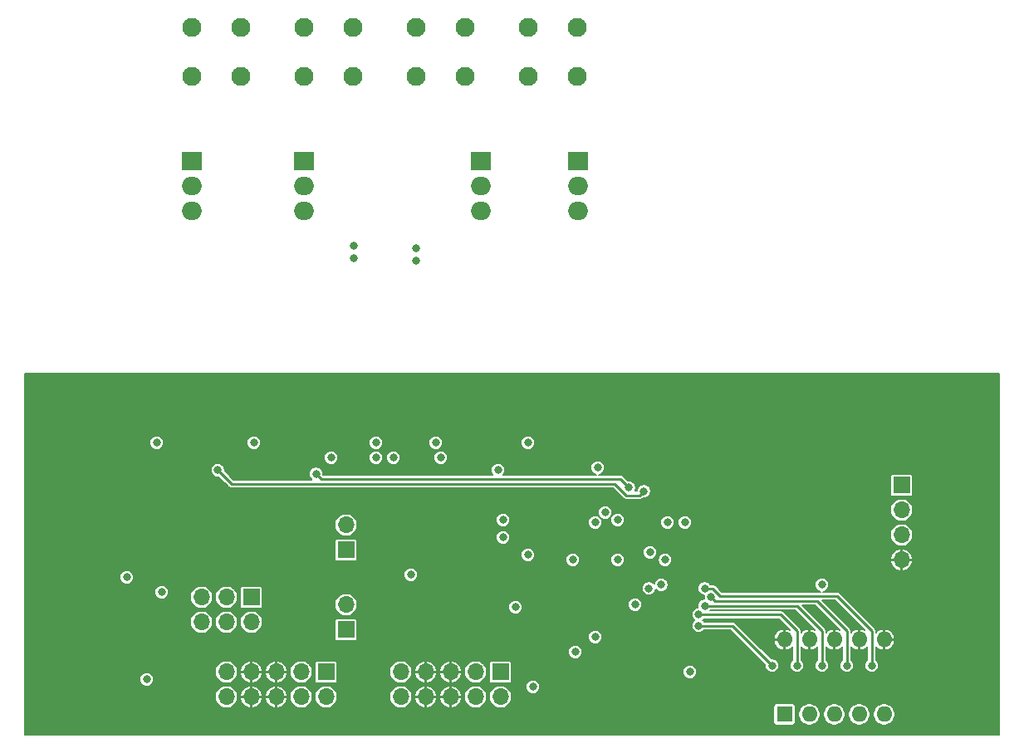
<source format=gbr>
%TF.GenerationSoftware,KiCad,Pcbnew,5.1.10-88a1d61d58~90~ubuntu20.04.1*%
%TF.CreationDate,2021-10-13T16:19:26+02:00*%
%TF.ProjectId,XT_V1,58545f56-312e-46b6-9963-61645f706362,rev?*%
%TF.SameCoordinates,Original*%
%TF.FileFunction,Copper,L2,Inr*%
%TF.FilePolarity,Positive*%
%FSLAX46Y46*%
G04 Gerber Fmt 4.6, Leading zero omitted, Abs format (unit mm)*
G04 Created by KiCad (PCBNEW 5.1.10-88a1d61d58~90~ubuntu20.04.1) date 2021-10-13 16:19:26*
%MOMM*%
%LPD*%
G01*
G04 APERTURE LIST*
%TA.AperFunction,ComponentPad*%
%ADD10O,2.000000X1.905000*%
%TD*%
%TA.AperFunction,ComponentPad*%
%ADD11R,2.000000X1.905000*%
%TD*%
%TA.AperFunction,ComponentPad*%
%ADD12C,1.950000*%
%TD*%
%TA.AperFunction,ComponentPad*%
%ADD13O,1.600000X1.600000*%
%TD*%
%TA.AperFunction,ComponentPad*%
%ADD14R,1.600000X1.600000*%
%TD*%
%TA.AperFunction,ComponentPad*%
%ADD15O,1.700000X1.700000*%
%TD*%
%TA.AperFunction,ComponentPad*%
%ADD16R,1.700000X1.700000*%
%TD*%
%TA.AperFunction,ViaPad*%
%ADD17C,0.800000*%
%TD*%
%TA.AperFunction,Conductor*%
%ADD18C,0.250000*%
%TD*%
%TA.AperFunction,Conductor*%
%ADD19C,0.127000*%
%TD*%
%TA.AperFunction,Conductor*%
%ADD20C,0.100000*%
%TD*%
G04 APERTURE END LIST*
D10*
%TO.N,Net-(Q10-Pad3)*%
%TO.C,Q10*%
X154686000Y-82296000D03*
%TO.N,Net-(D2-Pad2)*%
X154686000Y-79756000D03*
D11*
%TO.N,Net-(C18-Pad2)*%
X154686000Y-77216000D03*
%TD*%
D10*
%TO.N,Net-(Q9-Pad3)*%
%TO.C,Q9*%
X144780000Y-82296000D03*
%TO.N,Net-(D2-Pad2)*%
X144780000Y-79756000D03*
D11*
%TO.N,Net-(C17-Pad2)*%
X144780000Y-77216000D03*
%TD*%
D10*
%TO.N,Net-(Q8-Pad3)*%
%TO.C,Q8*%
X126746000Y-82296000D03*
%TO.N,Net-(D1-Pad2)*%
X126746000Y-79756000D03*
D11*
%TO.N,Net-(C15-Pad2)*%
X126746000Y-77216000D03*
%TD*%
D10*
%TO.N,Net-(Q6-Pad3)*%
%TO.C,Q6*%
X115316000Y-82296000D03*
%TO.N,Net-(D1-Pad2)*%
X115316000Y-79756000D03*
D11*
%TO.N,Net-(C16-Pad2)*%
X115316000Y-77216000D03*
%TD*%
D12*
%TO.N,Net-(C18-Pad2)*%
%TO.C,J10*%
X154606000Y-63580000D03*
X154606000Y-68580000D03*
%TO.N,Net-(C17-Pad2)*%
X149606000Y-63580000D03*
X149606000Y-68580000D03*
%TD*%
%TO.N,Net-(J9-Pad3)*%
%TO.C,J9*%
X143176000Y-63580000D03*
X143176000Y-68580000D03*
%TO.N,Net-(D2-Pad2)*%
X138176000Y-63580000D03*
X138176000Y-68580000D03*
%TD*%
%TO.N,Net-(C15-Pad2)*%
%TO.C,J8*%
X120316000Y-63580000D03*
X120316000Y-68580000D03*
%TO.N,Net-(C16-Pad2)*%
X115316000Y-63580000D03*
X115316000Y-68580000D03*
%TD*%
%TO.N,Net-(J7-Pad3)*%
%TO.C,J7*%
X131746000Y-63580000D03*
X131746000Y-68580000D03*
%TO.N,Net-(D1-Pad2)*%
X126746000Y-63580000D03*
X126746000Y-68580000D03*
%TD*%
D13*
%TO.N,GND*%
%TO.C,SW1*%
X175768000Y-125984000D03*
%TO.N,Net-(R11-Pad1)*%
X185928000Y-133604000D03*
%TO.N,GND*%
X178308000Y-125984000D03*
%TO.N,Net-(R10-Pad1)*%
X183388000Y-133604000D03*
%TO.N,GND*%
X180848000Y-125984000D03*
%TO.N,Net-(R9-Pad1)*%
X180848000Y-133604000D03*
%TO.N,GND*%
X183388000Y-125984000D03*
%TO.N,Net-(R8-Pad1)*%
X178308000Y-133604000D03*
%TO.N,GND*%
X185928000Y-125984000D03*
D14*
%TO.N,Net-(R7-Pad1)*%
X175768000Y-133604000D03*
%TD*%
D15*
%TO.N,BUS-*%
%TO.C,J6*%
X136652000Y-131826000D03*
%TO.N,BUS+*%
X136652000Y-129286000D03*
%TO.N,GND*%
X139192000Y-131826000D03*
X139192000Y-129286000D03*
X141732000Y-131826000D03*
X141732000Y-129286000D03*
%TO.N,VCC*%
X144272000Y-131826000D03*
X144272000Y-129286000D03*
X146812000Y-131826000D03*
D16*
X146812000Y-129286000D03*
%TD*%
D15*
%TO.N,BUS-*%
%TO.C,J5*%
X118872000Y-131826000D03*
%TO.N,BUS+*%
X118872000Y-129286000D03*
%TO.N,GND*%
X121412000Y-131826000D03*
X121412000Y-129286000D03*
X123952000Y-131826000D03*
X123952000Y-129286000D03*
%TO.N,VCC*%
X126492000Y-131826000D03*
X126492000Y-129286000D03*
X129032000Y-131826000D03*
D16*
X129032000Y-129286000D03*
%TD*%
D15*
%TO.N,Net-(J4-Pad6)*%
%TO.C,J4*%
X116332000Y-124206000D03*
%TO.N,Net-(J3-Pad2)*%
X116332000Y-121666000D03*
%TO.N,BUS+*%
X118872000Y-124206000D03*
%TO.N,BUS-*%
X118872000Y-121666000D03*
%TO.N,Net-(J4-Pad2)*%
X121412000Y-124206000D03*
D16*
%TO.N,Net-(J2-Pad2)*%
X121412000Y-121666000D03*
%TD*%
D15*
%TO.N,Net-(J3-Pad2)*%
%TO.C,J3*%
X131064000Y-114300000D03*
D16*
%TO.N,Net-(J3-Pad1)*%
X131064000Y-116840000D03*
%TD*%
D15*
%TO.N,Net-(J2-Pad2)*%
%TO.C,J2*%
X131064000Y-122428000D03*
D16*
%TO.N,Net-(J2-Pad1)*%
X131064000Y-124968000D03*
%TD*%
D15*
%TO.N,GND*%
%TO.C,J1*%
X187706000Y-117856000D03*
%TO.N,SWCLK*%
X187706000Y-115316000D03*
%TO.N,SWIO*%
X187706000Y-112776000D03*
D16*
%TO.N,+3V3*%
X187706000Y-110236000D03*
%TD*%
D17*
%TO.N,GND*%
X142494000Y-119380000D03*
X148336000Y-124714000D03*
X142494000Y-124206000D03*
X140970000Y-113538000D03*
X168910000Y-115570000D03*
X171450000Y-120650000D03*
X171450000Y-117602000D03*
X167640000Y-114046000D03*
X167640000Y-117094000D03*
X169418000Y-127762000D03*
X168148000Y-129286000D03*
X159512000Y-130302000D03*
X161544000Y-130302000D03*
X148844000Y-127254000D03*
X150368000Y-125730000D03*
X101600000Y-125730000D03*
X100076000Y-127254000D03*
X101600000Y-129032000D03*
X107442000Y-124460000D03*
X112014000Y-124460000D03*
X152908000Y-115316000D03*
X154432000Y-114046000D03*
X153162000Y-124206000D03*
X154432000Y-125730000D03*
X181610000Y-110236000D03*
X182880000Y-108712000D03*
X182880000Y-111760000D03*
X99060000Y-135128000D03*
X107950000Y-135128000D03*
X116586000Y-135128000D03*
X129032000Y-135128000D03*
X136652000Y-135128000D03*
X146812000Y-135128000D03*
X156210000Y-135128000D03*
X164846000Y-135128000D03*
X175768000Y-135128000D03*
X185928000Y-135128000D03*
X196850000Y-135128000D03*
X196850000Y-127000000D03*
X196850000Y-119126000D03*
X196850000Y-112014000D03*
X196850000Y-104902000D03*
X196850000Y-99568000D03*
X185420000Y-99568000D03*
X176022000Y-99568000D03*
X164846000Y-99568000D03*
X99060000Y-99568000D03*
X99060000Y-105918000D03*
X99060000Y-113792000D03*
X99060000Y-120142000D03*
X112014000Y-112268000D03*
X109474000Y-112268000D03*
X128524000Y-114300000D03*
X128524000Y-116332000D03*
X128524000Y-122428000D03*
X128524000Y-124460000D03*
X132842000Y-127254000D03*
X132842000Y-129286000D03*
X132842000Y-131318000D03*
X167640000Y-111760000D03*
X182880000Y-113792000D03*
X161417000Y-121666000D03*
X158115000Y-111633000D03*
X148082000Y-110998000D03*
X120650000Y-99568000D03*
X111506000Y-99568000D03*
X135128000Y-99568000D03*
X149352000Y-99568000D03*
X159004000Y-99568000D03*
X150368000Y-120142000D03*
X161544000Y-108712000D03*
%TO.N,+3V3*%
X108712000Y-119634000D03*
X112268000Y-121158000D03*
X150114000Y-130810000D03*
X148336000Y-122682000D03*
X137668000Y-119380000D03*
X156464000Y-125730000D03*
X166116000Y-129286000D03*
X179578000Y-120396000D03*
X165608000Y-114046000D03*
X156464000Y-114046000D03*
X135890000Y-107442000D03*
X129540000Y-107442000D03*
%TO.N,Net-(C4-Pad1)*%
X154432000Y-127254000D03*
X160528000Y-122428000D03*
%TO.N,VCC*%
X110744000Y-130048000D03*
X149606000Y-105918000D03*
X140208000Y-105918000D03*
X134112000Y-105918000D03*
X121666000Y-105918000D03*
X111760000Y-105918000D03*
%TO.N,SWCLK*%
X158750000Y-117856000D03*
%TO.N,SWIO*%
X158750000Y-113792000D03*
%TO.N,Net-(R7-Pad1)*%
X167005000Y-124587000D03*
X174498000Y-128651000D03*
%TO.N,Net-(R8-Pad1)*%
X167005000Y-123444000D03*
X177038000Y-128651000D03*
%TO.N,Net-(R9-Pad1)*%
X167640000Y-122555000D03*
X179578000Y-128651000D03*
%TO.N,Net-(R10-Pad1)*%
X168275000Y-121666000D03*
X182118000Y-128651000D03*
%TO.N,Net-(R11-Pad1)*%
X167640000Y-120777000D03*
X184658000Y-128651000D03*
%TO.N,CH1*%
X161417000Y-110871000D03*
X117983000Y-108712000D03*
%TO.N,CH2*%
X159893000Y-110490000D03*
X128016000Y-109093000D03*
%TO.N,CH3*%
X161925000Y-120777000D03*
X146558000Y-108712000D03*
%TO.N,CH4*%
X163195000Y-120396000D03*
X156718000Y-108458000D03*
%TO.N,TXD*%
X162052000Y-117094000D03*
X147066000Y-113792000D03*
%TO.N,DIR*%
X163830000Y-114046000D03*
X147066000Y-115570000D03*
%TO.N,RXD*%
X149606000Y-117348000D03*
X163580653Y-117856008D03*
%TO.N,Net-(D1-Pad2)*%
X131826000Y-85852000D03*
X131826000Y-87122000D03*
%TO.N,Net-(D2-Pad2)*%
X138176000Y-86106000D03*
X138176000Y-87376000D03*
%TO.N,ZC1*%
X134112000Y-107442000D03*
X157480000Y-113030000D03*
%TO.N,ZC2*%
X140716000Y-107442000D03*
X154178000Y-117856000D03*
%TD*%
D18*
%TO.N,Net-(R7-Pad1)*%
X170434000Y-124587000D02*
X174498000Y-128651000D01*
X167005000Y-124587000D02*
X170434000Y-124587000D01*
%TO.N,Net-(R8-Pad1)*%
X167005000Y-123444000D02*
X175387000Y-123444000D01*
X175387000Y-123444000D02*
X177038000Y-125095000D01*
X177038000Y-125095000D02*
X177038000Y-128651000D01*
%TO.N,Net-(R9-Pad1)*%
X167640000Y-122555000D02*
X177038000Y-122555000D01*
X177038000Y-122555000D02*
X179578000Y-125095000D01*
X179578000Y-125095000D02*
X179578000Y-128651000D01*
%TO.N,Net-(R10-Pad1)*%
X168275000Y-121666000D02*
X168656000Y-122047000D01*
X168656000Y-122047000D02*
X179070000Y-122047000D01*
X179070000Y-122047000D02*
X182118000Y-125095000D01*
X182118000Y-125095000D02*
X182118000Y-128651000D01*
%TO.N,Net-(R11-Pad1)*%
X168459002Y-120777000D02*
X169221002Y-121539000D01*
X167640000Y-120777000D02*
X168459002Y-120777000D01*
X169221002Y-121539000D02*
X181102000Y-121539000D01*
X184658000Y-125095000D02*
X184658000Y-128651000D01*
X181102000Y-121539000D02*
X184658000Y-125095000D01*
%TO.N,CH1*%
X159600997Y-111270999D02*
X158438998Y-110109000D01*
X161417000Y-110871000D02*
X161017001Y-111270999D01*
X161017001Y-111270999D02*
X159600997Y-111270999D01*
X158438998Y-110109000D02*
X119380000Y-110109000D01*
X119380000Y-110109000D02*
X117983000Y-108712000D01*
%TO.N,CH2*%
X159893000Y-110490000D02*
X159004000Y-109601000D01*
X159004000Y-109601000D02*
X128524000Y-109601000D01*
X128524000Y-109601000D02*
X128016000Y-109093000D01*
%TD*%
D19*
%TO.N,GND*%
X197657501Y-135657500D02*
X98342500Y-135657500D01*
X98342500Y-131711011D01*
X117704500Y-131711011D01*
X117704500Y-131940989D01*
X117749366Y-132166547D01*
X117837375Y-132379019D01*
X117965144Y-132570238D01*
X118127762Y-132732856D01*
X118318981Y-132860625D01*
X118531453Y-132948634D01*
X118757011Y-132993500D01*
X118986989Y-132993500D01*
X119212547Y-132948634D01*
X119425019Y-132860625D01*
X119616238Y-132732856D01*
X119778856Y-132570238D01*
X119906625Y-132379019D01*
X119994634Y-132166547D01*
X120013622Y-132071086D01*
X120270511Y-132071086D01*
X120340258Y-132289070D01*
X120451192Y-132489259D01*
X120599049Y-132663959D01*
X120778147Y-132806457D01*
X120981604Y-132911276D01*
X121166915Y-132967486D01*
X121348500Y-132912271D01*
X121348500Y-131889500D01*
X121475500Y-131889500D01*
X121475500Y-132912271D01*
X121657085Y-132967486D01*
X121842396Y-132911276D01*
X122045853Y-132806457D01*
X122224951Y-132663959D01*
X122372808Y-132489259D01*
X122483742Y-132289070D01*
X122553489Y-132071086D01*
X122810511Y-132071086D01*
X122880258Y-132289070D01*
X122991192Y-132489259D01*
X123139049Y-132663959D01*
X123318147Y-132806457D01*
X123521604Y-132911276D01*
X123706915Y-132967486D01*
X123888500Y-132912271D01*
X123888500Y-131889500D01*
X124015500Y-131889500D01*
X124015500Y-132912271D01*
X124197085Y-132967486D01*
X124382396Y-132911276D01*
X124585853Y-132806457D01*
X124764951Y-132663959D01*
X124912808Y-132489259D01*
X125023742Y-132289070D01*
X125093489Y-132071086D01*
X125038400Y-131889500D01*
X124015500Y-131889500D01*
X123888500Y-131889500D01*
X122865600Y-131889500D01*
X122810511Y-132071086D01*
X122553489Y-132071086D01*
X122498400Y-131889500D01*
X121475500Y-131889500D01*
X121348500Y-131889500D01*
X120325600Y-131889500D01*
X120270511Y-132071086D01*
X120013622Y-132071086D01*
X120039500Y-131940989D01*
X120039500Y-131711011D01*
X120013623Y-131580914D01*
X120270511Y-131580914D01*
X120325600Y-131762500D01*
X121348500Y-131762500D01*
X121348500Y-130739729D01*
X121475500Y-130739729D01*
X121475500Y-131762500D01*
X122498400Y-131762500D01*
X122553489Y-131580914D01*
X122810511Y-131580914D01*
X122865600Y-131762500D01*
X123888500Y-131762500D01*
X123888500Y-130739729D01*
X124015500Y-130739729D01*
X124015500Y-131762500D01*
X125038400Y-131762500D01*
X125054020Y-131711011D01*
X125324500Y-131711011D01*
X125324500Y-131940989D01*
X125369366Y-132166547D01*
X125457375Y-132379019D01*
X125585144Y-132570238D01*
X125747762Y-132732856D01*
X125938981Y-132860625D01*
X126151453Y-132948634D01*
X126377011Y-132993500D01*
X126606989Y-132993500D01*
X126832547Y-132948634D01*
X127045019Y-132860625D01*
X127236238Y-132732856D01*
X127398856Y-132570238D01*
X127526625Y-132379019D01*
X127614634Y-132166547D01*
X127659500Y-131940989D01*
X127659500Y-131711011D01*
X127864500Y-131711011D01*
X127864500Y-131940989D01*
X127909366Y-132166547D01*
X127997375Y-132379019D01*
X128125144Y-132570238D01*
X128287762Y-132732856D01*
X128478981Y-132860625D01*
X128691453Y-132948634D01*
X128917011Y-132993500D01*
X129146989Y-132993500D01*
X129372547Y-132948634D01*
X129585019Y-132860625D01*
X129776238Y-132732856D01*
X129938856Y-132570238D01*
X130066625Y-132379019D01*
X130154634Y-132166547D01*
X130199500Y-131940989D01*
X130199500Y-131711011D01*
X135484500Y-131711011D01*
X135484500Y-131940989D01*
X135529366Y-132166547D01*
X135617375Y-132379019D01*
X135745144Y-132570238D01*
X135907762Y-132732856D01*
X136098981Y-132860625D01*
X136311453Y-132948634D01*
X136537011Y-132993500D01*
X136766989Y-132993500D01*
X136992547Y-132948634D01*
X137205019Y-132860625D01*
X137396238Y-132732856D01*
X137558856Y-132570238D01*
X137686625Y-132379019D01*
X137774634Y-132166547D01*
X137793622Y-132071086D01*
X138050511Y-132071086D01*
X138120258Y-132289070D01*
X138231192Y-132489259D01*
X138379049Y-132663959D01*
X138558147Y-132806457D01*
X138761604Y-132911276D01*
X138946915Y-132967486D01*
X139128500Y-132912271D01*
X139128500Y-131889500D01*
X139255500Y-131889500D01*
X139255500Y-132912271D01*
X139437085Y-132967486D01*
X139622396Y-132911276D01*
X139825853Y-132806457D01*
X140004951Y-132663959D01*
X140152808Y-132489259D01*
X140263742Y-132289070D01*
X140333489Y-132071086D01*
X140590511Y-132071086D01*
X140660258Y-132289070D01*
X140771192Y-132489259D01*
X140919049Y-132663959D01*
X141098147Y-132806457D01*
X141301604Y-132911276D01*
X141486915Y-132967486D01*
X141668500Y-132912271D01*
X141668500Y-131889500D01*
X141795500Y-131889500D01*
X141795500Y-132912271D01*
X141977085Y-132967486D01*
X142162396Y-132911276D01*
X142365853Y-132806457D01*
X142544951Y-132663959D01*
X142692808Y-132489259D01*
X142803742Y-132289070D01*
X142873489Y-132071086D01*
X142818400Y-131889500D01*
X141795500Y-131889500D01*
X141668500Y-131889500D01*
X140645600Y-131889500D01*
X140590511Y-132071086D01*
X140333489Y-132071086D01*
X140278400Y-131889500D01*
X139255500Y-131889500D01*
X139128500Y-131889500D01*
X138105600Y-131889500D01*
X138050511Y-132071086D01*
X137793622Y-132071086D01*
X137819500Y-131940989D01*
X137819500Y-131711011D01*
X137793623Y-131580914D01*
X138050511Y-131580914D01*
X138105600Y-131762500D01*
X139128500Y-131762500D01*
X139128500Y-130739729D01*
X139255500Y-130739729D01*
X139255500Y-131762500D01*
X140278400Y-131762500D01*
X140333489Y-131580914D01*
X140590511Y-131580914D01*
X140645600Y-131762500D01*
X141668500Y-131762500D01*
X141668500Y-130739729D01*
X141795500Y-130739729D01*
X141795500Y-131762500D01*
X142818400Y-131762500D01*
X142834020Y-131711011D01*
X143104500Y-131711011D01*
X143104500Y-131940989D01*
X143149366Y-132166547D01*
X143237375Y-132379019D01*
X143365144Y-132570238D01*
X143527762Y-132732856D01*
X143718981Y-132860625D01*
X143931453Y-132948634D01*
X144157011Y-132993500D01*
X144386989Y-132993500D01*
X144612547Y-132948634D01*
X144825019Y-132860625D01*
X145016238Y-132732856D01*
X145178856Y-132570238D01*
X145306625Y-132379019D01*
X145394634Y-132166547D01*
X145439500Y-131940989D01*
X145439500Y-131711011D01*
X145644500Y-131711011D01*
X145644500Y-131940989D01*
X145689366Y-132166547D01*
X145777375Y-132379019D01*
X145905144Y-132570238D01*
X146067762Y-132732856D01*
X146258981Y-132860625D01*
X146471453Y-132948634D01*
X146697011Y-132993500D01*
X146926989Y-132993500D01*
X147152547Y-132948634D01*
X147365019Y-132860625D01*
X147449763Y-132804000D01*
X174648964Y-132804000D01*
X174648964Y-134404000D01*
X174655094Y-134466241D01*
X174673249Y-134526090D01*
X174702731Y-134581247D01*
X174742407Y-134629593D01*
X174790753Y-134669269D01*
X174845910Y-134698751D01*
X174905759Y-134716906D01*
X174968000Y-134723036D01*
X176568000Y-134723036D01*
X176630241Y-134716906D01*
X176690090Y-134698751D01*
X176745247Y-134669269D01*
X176793593Y-134629593D01*
X176833269Y-134581247D01*
X176862751Y-134526090D01*
X176880906Y-134466241D01*
X176887036Y-134404000D01*
X176887036Y-133493936D01*
X177190500Y-133493936D01*
X177190500Y-133714064D01*
X177233445Y-133929963D01*
X177317684Y-134133335D01*
X177439981Y-134316365D01*
X177595635Y-134472019D01*
X177778665Y-134594316D01*
X177982037Y-134678555D01*
X178197936Y-134721500D01*
X178418064Y-134721500D01*
X178633963Y-134678555D01*
X178837335Y-134594316D01*
X179020365Y-134472019D01*
X179176019Y-134316365D01*
X179298316Y-134133335D01*
X179382555Y-133929963D01*
X179425500Y-133714064D01*
X179425500Y-133493936D01*
X179730500Y-133493936D01*
X179730500Y-133714064D01*
X179773445Y-133929963D01*
X179857684Y-134133335D01*
X179979981Y-134316365D01*
X180135635Y-134472019D01*
X180318665Y-134594316D01*
X180522037Y-134678555D01*
X180737936Y-134721500D01*
X180958064Y-134721500D01*
X181173963Y-134678555D01*
X181377335Y-134594316D01*
X181560365Y-134472019D01*
X181716019Y-134316365D01*
X181838316Y-134133335D01*
X181922555Y-133929963D01*
X181965500Y-133714064D01*
X181965500Y-133493936D01*
X182270500Y-133493936D01*
X182270500Y-133714064D01*
X182313445Y-133929963D01*
X182397684Y-134133335D01*
X182519981Y-134316365D01*
X182675635Y-134472019D01*
X182858665Y-134594316D01*
X183062037Y-134678555D01*
X183277936Y-134721500D01*
X183498064Y-134721500D01*
X183713963Y-134678555D01*
X183917335Y-134594316D01*
X184100365Y-134472019D01*
X184256019Y-134316365D01*
X184378316Y-134133335D01*
X184462555Y-133929963D01*
X184505500Y-133714064D01*
X184505500Y-133493936D01*
X184810500Y-133493936D01*
X184810500Y-133714064D01*
X184853445Y-133929963D01*
X184937684Y-134133335D01*
X185059981Y-134316365D01*
X185215635Y-134472019D01*
X185398665Y-134594316D01*
X185602037Y-134678555D01*
X185817936Y-134721500D01*
X186038064Y-134721500D01*
X186253963Y-134678555D01*
X186457335Y-134594316D01*
X186640365Y-134472019D01*
X186796019Y-134316365D01*
X186918316Y-134133335D01*
X187002555Y-133929963D01*
X187045500Y-133714064D01*
X187045500Y-133493936D01*
X187002555Y-133278037D01*
X186918316Y-133074665D01*
X186796019Y-132891635D01*
X186640365Y-132735981D01*
X186457335Y-132613684D01*
X186253963Y-132529445D01*
X186038064Y-132486500D01*
X185817936Y-132486500D01*
X185602037Y-132529445D01*
X185398665Y-132613684D01*
X185215635Y-132735981D01*
X185059981Y-132891635D01*
X184937684Y-133074665D01*
X184853445Y-133278037D01*
X184810500Y-133493936D01*
X184505500Y-133493936D01*
X184462555Y-133278037D01*
X184378316Y-133074665D01*
X184256019Y-132891635D01*
X184100365Y-132735981D01*
X183917335Y-132613684D01*
X183713963Y-132529445D01*
X183498064Y-132486500D01*
X183277936Y-132486500D01*
X183062037Y-132529445D01*
X182858665Y-132613684D01*
X182675635Y-132735981D01*
X182519981Y-132891635D01*
X182397684Y-133074665D01*
X182313445Y-133278037D01*
X182270500Y-133493936D01*
X181965500Y-133493936D01*
X181922555Y-133278037D01*
X181838316Y-133074665D01*
X181716019Y-132891635D01*
X181560365Y-132735981D01*
X181377335Y-132613684D01*
X181173963Y-132529445D01*
X180958064Y-132486500D01*
X180737936Y-132486500D01*
X180522037Y-132529445D01*
X180318665Y-132613684D01*
X180135635Y-132735981D01*
X179979981Y-132891635D01*
X179857684Y-133074665D01*
X179773445Y-133278037D01*
X179730500Y-133493936D01*
X179425500Y-133493936D01*
X179382555Y-133278037D01*
X179298316Y-133074665D01*
X179176019Y-132891635D01*
X179020365Y-132735981D01*
X178837335Y-132613684D01*
X178633963Y-132529445D01*
X178418064Y-132486500D01*
X178197936Y-132486500D01*
X177982037Y-132529445D01*
X177778665Y-132613684D01*
X177595635Y-132735981D01*
X177439981Y-132891635D01*
X177317684Y-133074665D01*
X177233445Y-133278037D01*
X177190500Y-133493936D01*
X176887036Y-133493936D01*
X176887036Y-132804000D01*
X176880906Y-132741759D01*
X176862751Y-132681910D01*
X176833269Y-132626753D01*
X176793593Y-132578407D01*
X176745247Y-132538731D01*
X176690090Y-132509249D01*
X176630241Y-132491094D01*
X176568000Y-132484964D01*
X174968000Y-132484964D01*
X174905759Y-132491094D01*
X174845910Y-132509249D01*
X174790753Y-132538731D01*
X174742407Y-132578407D01*
X174702731Y-132626753D01*
X174673249Y-132681910D01*
X174655094Y-132741759D01*
X174648964Y-132804000D01*
X147449763Y-132804000D01*
X147556238Y-132732856D01*
X147718856Y-132570238D01*
X147846625Y-132379019D01*
X147934634Y-132166547D01*
X147979500Y-131940989D01*
X147979500Y-131711011D01*
X147934634Y-131485453D01*
X147846625Y-131272981D01*
X147718856Y-131081762D01*
X147556238Y-130919144D01*
X147365019Y-130791375D01*
X147239377Y-130739332D01*
X149396500Y-130739332D01*
X149396500Y-130880668D01*
X149424073Y-131019287D01*
X149478159Y-131149864D01*
X149556681Y-131267380D01*
X149656620Y-131367319D01*
X149774136Y-131445841D01*
X149904713Y-131499927D01*
X150043332Y-131527500D01*
X150184668Y-131527500D01*
X150323287Y-131499927D01*
X150453864Y-131445841D01*
X150571380Y-131367319D01*
X150671319Y-131267380D01*
X150749841Y-131149864D01*
X150803927Y-131019287D01*
X150831500Y-130880668D01*
X150831500Y-130739332D01*
X150803927Y-130600713D01*
X150749841Y-130470136D01*
X150671319Y-130352620D01*
X150571380Y-130252681D01*
X150453864Y-130174159D01*
X150323287Y-130120073D01*
X150184668Y-130092500D01*
X150043332Y-130092500D01*
X149904713Y-130120073D01*
X149774136Y-130174159D01*
X149656620Y-130252681D01*
X149556681Y-130352620D01*
X149478159Y-130470136D01*
X149424073Y-130600713D01*
X149396500Y-130739332D01*
X147239377Y-130739332D01*
X147152547Y-130703366D01*
X146926989Y-130658500D01*
X146697011Y-130658500D01*
X146471453Y-130703366D01*
X146258981Y-130791375D01*
X146067762Y-130919144D01*
X145905144Y-131081762D01*
X145777375Y-131272981D01*
X145689366Y-131485453D01*
X145644500Y-131711011D01*
X145439500Y-131711011D01*
X145394634Y-131485453D01*
X145306625Y-131272981D01*
X145178856Y-131081762D01*
X145016238Y-130919144D01*
X144825019Y-130791375D01*
X144612547Y-130703366D01*
X144386989Y-130658500D01*
X144157011Y-130658500D01*
X143931453Y-130703366D01*
X143718981Y-130791375D01*
X143527762Y-130919144D01*
X143365144Y-131081762D01*
X143237375Y-131272981D01*
X143149366Y-131485453D01*
X143104500Y-131711011D01*
X142834020Y-131711011D01*
X142873489Y-131580914D01*
X142803742Y-131362930D01*
X142692808Y-131162741D01*
X142544951Y-130988041D01*
X142365853Y-130845543D01*
X142162396Y-130740724D01*
X141977085Y-130684514D01*
X141795500Y-130739729D01*
X141668500Y-130739729D01*
X141486915Y-130684514D01*
X141301604Y-130740724D01*
X141098147Y-130845543D01*
X140919049Y-130988041D01*
X140771192Y-131162741D01*
X140660258Y-131362930D01*
X140590511Y-131580914D01*
X140333489Y-131580914D01*
X140263742Y-131362930D01*
X140152808Y-131162741D01*
X140004951Y-130988041D01*
X139825853Y-130845543D01*
X139622396Y-130740724D01*
X139437085Y-130684514D01*
X139255500Y-130739729D01*
X139128500Y-130739729D01*
X138946915Y-130684514D01*
X138761604Y-130740724D01*
X138558147Y-130845543D01*
X138379049Y-130988041D01*
X138231192Y-131162741D01*
X138120258Y-131362930D01*
X138050511Y-131580914D01*
X137793623Y-131580914D01*
X137774634Y-131485453D01*
X137686625Y-131272981D01*
X137558856Y-131081762D01*
X137396238Y-130919144D01*
X137205019Y-130791375D01*
X136992547Y-130703366D01*
X136766989Y-130658500D01*
X136537011Y-130658500D01*
X136311453Y-130703366D01*
X136098981Y-130791375D01*
X135907762Y-130919144D01*
X135745144Y-131081762D01*
X135617375Y-131272981D01*
X135529366Y-131485453D01*
X135484500Y-131711011D01*
X130199500Y-131711011D01*
X130154634Y-131485453D01*
X130066625Y-131272981D01*
X129938856Y-131081762D01*
X129776238Y-130919144D01*
X129585019Y-130791375D01*
X129372547Y-130703366D01*
X129146989Y-130658500D01*
X128917011Y-130658500D01*
X128691453Y-130703366D01*
X128478981Y-130791375D01*
X128287762Y-130919144D01*
X128125144Y-131081762D01*
X127997375Y-131272981D01*
X127909366Y-131485453D01*
X127864500Y-131711011D01*
X127659500Y-131711011D01*
X127614634Y-131485453D01*
X127526625Y-131272981D01*
X127398856Y-131081762D01*
X127236238Y-130919144D01*
X127045019Y-130791375D01*
X126832547Y-130703366D01*
X126606989Y-130658500D01*
X126377011Y-130658500D01*
X126151453Y-130703366D01*
X125938981Y-130791375D01*
X125747762Y-130919144D01*
X125585144Y-131081762D01*
X125457375Y-131272981D01*
X125369366Y-131485453D01*
X125324500Y-131711011D01*
X125054020Y-131711011D01*
X125093489Y-131580914D01*
X125023742Y-131362930D01*
X124912808Y-131162741D01*
X124764951Y-130988041D01*
X124585853Y-130845543D01*
X124382396Y-130740724D01*
X124197085Y-130684514D01*
X124015500Y-130739729D01*
X123888500Y-130739729D01*
X123706915Y-130684514D01*
X123521604Y-130740724D01*
X123318147Y-130845543D01*
X123139049Y-130988041D01*
X122991192Y-131162741D01*
X122880258Y-131362930D01*
X122810511Y-131580914D01*
X122553489Y-131580914D01*
X122483742Y-131362930D01*
X122372808Y-131162741D01*
X122224951Y-130988041D01*
X122045853Y-130845543D01*
X121842396Y-130740724D01*
X121657085Y-130684514D01*
X121475500Y-130739729D01*
X121348500Y-130739729D01*
X121166915Y-130684514D01*
X120981604Y-130740724D01*
X120778147Y-130845543D01*
X120599049Y-130988041D01*
X120451192Y-131162741D01*
X120340258Y-131362930D01*
X120270511Y-131580914D01*
X120013623Y-131580914D01*
X119994634Y-131485453D01*
X119906625Y-131272981D01*
X119778856Y-131081762D01*
X119616238Y-130919144D01*
X119425019Y-130791375D01*
X119212547Y-130703366D01*
X118986989Y-130658500D01*
X118757011Y-130658500D01*
X118531453Y-130703366D01*
X118318981Y-130791375D01*
X118127762Y-130919144D01*
X117965144Y-131081762D01*
X117837375Y-131272981D01*
X117749366Y-131485453D01*
X117704500Y-131711011D01*
X98342500Y-131711011D01*
X98342500Y-129977332D01*
X110026500Y-129977332D01*
X110026500Y-130118668D01*
X110054073Y-130257287D01*
X110108159Y-130387864D01*
X110186681Y-130505380D01*
X110286620Y-130605319D01*
X110404136Y-130683841D01*
X110534713Y-130737927D01*
X110673332Y-130765500D01*
X110814668Y-130765500D01*
X110953287Y-130737927D01*
X111083864Y-130683841D01*
X111201380Y-130605319D01*
X111301319Y-130505380D01*
X111379841Y-130387864D01*
X111433927Y-130257287D01*
X111461500Y-130118668D01*
X111461500Y-129977332D01*
X111433927Y-129838713D01*
X111379841Y-129708136D01*
X111301319Y-129590620D01*
X111201380Y-129490681D01*
X111083864Y-129412159D01*
X110953287Y-129358073D01*
X110814668Y-129330500D01*
X110673332Y-129330500D01*
X110534713Y-129358073D01*
X110404136Y-129412159D01*
X110286620Y-129490681D01*
X110186681Y-129590620D01*
X110108159Y-129708136D01*
X110054073Y-129838713D01*
X110026500Y-129977332D01*
X98342500Y-129977332D01*
X98342500Y-129171011D01*
X117704500Y-129171011D01*
X117704500Y-129400989D01*
X117749366Y-129626547D01*
X117837375Y-129839019D01*
X117965144Y-130030238D01*
X118127762Y-130192856D01*
X118318981Y-130320625D01*
X118531453Y-130408634D01*
X118757011Y-130453500D01*
X118986989Y-130453500D01*
X119212547Y-130408634D01*
X119425019Y-130320625D01*
X119616238Y-130192856D01*
X119778856Y-130030238D01*
X119906625Y-129839019D01*
X119994634Y-129626547D01*
X120013622Y-129531086D01*
X120270511Y-129531086D01*
X120340258Y-129749070D01*
X120451192Y-129949259D01*
X120599049Y-130123959D01*
X120778147Y-130266457D01*
X120981604Y-130371276D01*
X121166915Y-130427486D01*
X121348500Y-130372271D01*
X121348500Y-129349500D01*
X121475500Y-129349500D01*
X121475500Y-130372271D01*
X121657085Y-130427486D01*
X121842396Y-130371276D01*
X122045853Y-130266457D01*
X122224951Y-130123959D01*
X122372808Y-129949259D01*
X122483742Y-129749070D01*
X122553489Y-129531086D01*
X122810511Y-129531086D01*
X122880258Y-129749070D01*
X122991192Y-129949259D01*
X123139049Y-130123959D01*
X123318147Y-130266457D01*
X123521604Y-130371276D01*
X123706915Y-130427486D01*
X123888500Y-130372271D01*
X123888500Y-129349500D01*
X124015500Y-129349500D01*
X124015500Y-130372271D01*
X124197085Y-130427486D01*
X124382396Y-130371276D01*
X124585853Y-130266457D01*
X124764951Y-130123959D01*
X124912808Y-129949259D01*
X125023742Y-129749070D01*
X125093489Y-129531086D01*
X125038400Y-129349500D01*
X124015500Y-129349500D01*
X123888500Y-129349500D01*
X122865600Y-129349500D01*
X122810511Y-129531086D01*
X122553489Y-129531086D01*
X122498400Y-129349500D01*
X121475500Y-129349500D01*
X121348500Y-129349500D01*
X120325600Y-129349500D01*
X120270511Y-129531086D01*
X120013622Y-129531086D01*
X120039500Y-129400989D01*
X120039500Y-129171011D01*
X120013623Y-129040914D01*
X120270511Y-129040914D01*
X120325600Y-129222500D01*
X121348500Y-129222500D01*
X121348500Y-128199729D01*
X121475500Y-128199729D01*
X121475500Y-129222500D01*
X122498400Y-129222500D01*
X122553489Y-129040914D01*
X122810511Y-129040914D01*
X122865600Y-129222500D01*
X123888500Y-129222500D01*
X123888500Y-128199729D01*
X124015500Y-128199729D01*
X124015500Y-129222500D01*
X125038400Y-129222500D01*
X125054020Y-129171011D01*
X125324500Y-129171011D01*
X125324500Y-129400989D01*
X125369366Y-129626547D01*
X125457375Y-129839019D01*
X125585144Y-130030238D01*
X125747762Y-130192856D01*
X125938981Y-130320625D01*
X126151453Y-130408634D01*
X126377011Y-130453500D01*
X126606989Y-130453500D01*
X126832547Y-130408634D01*
X127045019Y-130320625D01*
X127236238Y-130192856D01*
X127398856Y-130030238D01*
X127526625Y-129839019D01*
X127614634Y-129626547D01*
X127659500Y-129400989D01*
X127659500Y-129171011D01*
X127614634Y-128945453D01*
X127526625Y-128732981D01*
X127398856Y-128541762D01*
X127293094Y-128436000D01*
X127862964Y-128436000D01*
X127862964Y-130136000D01*
X127869094Y-130198241D01*
X127887249Y-130258090D01*
X127916731Y-130313247D01*
X127956407Y-130361593D01*
X128004753Y-130401269D01*
X128059910Y-130430751D01*
X128119759Y-130448906D01*
X128182000Y-130455036D01*
X129882000Y-130455036D01*
X129944241Y-130448906D01*
X130004090Y-130430751D01*
X130059247Y-130401269D01*
X130107593Y-130361593D01*
X130147269Y-130313247D01*
X130176751Y-130258090D01*
X130194906Y-130198241D01*
X130201036Y-130136000D01*
X130201036Y-129171011D01*
X135484500Y-129171011D01*
X135484500Y-129400989D01*
X135529366Y-129626547D01*
X135617375Y-129839019D01*
X135745144Y-130030238D01*
X135907762Y-130192856D01*
X136098981Y-130320625D01*
X136311453Y-130408634D01*
X136537011Y-130453500D01*
X136766989Y-130453500D01*
X136992547Y-130408634D01*
X137205019Y-130320625D01*
X137396238Y-130192856D01*
X137558856Y-130030238D01*
X137686625Y-129839019D01*
X137774634Y-129626547D01*
X137793622Y-129531086D01*
X138050511Y-129531086D01*
X138120258Y-129749070D01*
X138231192Y-129949259D01*
X138379049Y-130123959D01*
X138558147Y-130266457D01*
X138761604Y-130371276D01*
X138946915Y-130427486D01*
X139128500Y-130372271D01*
X139128500Y-129349500D01*
X139255500Y-129349500D01*
X139255500Y-130372271D01*
X139437085Y-130427486D01*
X139622396Y-130371276D01*
X139825853Y-130266457D01*
X140004951Y-130123959D01*
X140152808Y-129949259D01*
X140263742Y-129749070D01*
X140333489Y-129531086D01*
X140590511Y-129531086D01*
X140660258Y-129749070D01*
X140771192Y-129949259D01*
X140919049Y-130123959D01*
X141098147Y-130266457D01*
X141301604Y-130371276D01*
X141486915Y-130427486D01*
X141668500Y-130372271D01*
X141668500Y-129349500D01*
X141795500Y-129349500D01*
X141795500Y-130372271D01*
X141977085Y-130427486D01*
X142162396Y-130371276D01*
X142365853Y-130266457D01*
X142544951Y-130123959D01*
X142692808Y-129949259D01*
X142803742Y-129749070D01*
X142873489Y-129531086D01*
X142818400Y-129349500D01*
X141795500Y-129349500D01*
X141668500Y-129349500D01*
X140645600Y-129349500D01*
X140590511Y-129531086D01*
X140333489Y-129531086D01*
X140278400Y-129349500D01*
X139255500Y-129349500D01*
X139128500Y-129349500D01*
X138105600Y-129349500D01*
X138050511Y-129531086D01*
X137793622Y-129531086D01*
X137819500Y-129400989D01*
X137819500Y-129171011D01*
X137793623Y-129040914D01*
X138050511Y-129040914D01*
X138105600Y-129222500D01*
X139128500Y-129222500D01*
X139128500Y-128199729D01*
X139255500Y-128199729D01*
X139255500Y-129222500D01*
X140278400Y-129222500D01*
X140333489Y-129040914D01*
X140590511Y-129040914D01*
X140645600Y-129222500D01*
X141668500Y-129222500D01*
X141668500Y-128199729D01*
X141795500Y-128199729D01*
X141795500Y-129222500D01*
X142818400Y-129222500D01*
X142834020Y-129171011D01*
X143104500Y-129171011D01*
X143104500Y-129400989D01*
X143149366Y-129626547D01*
X143237375Y-129839019D01*
X143365144Y-130030238D01*
X143527762Y-130192856D01*
X143718981Y-130320625D01*
X143931453Y-130408634D01*
X144157011Y-130453500D01*
X144386989Y-130453500D01*
X144612547Y-130408634D01*
X144825019Y-130320625D01*
X145016238Y-130192856D01*
X145178856Y-130030238D01*
X145306625Y-129839019D01*
X145394634Y-129626547D01*
X145439500Y-129400989D01*
X145439500Y-129171011D01*
X145394634Y-128945453D01*
X145306625Y-128732981D01*
X145178856Y-128541762D01*
X145073094Y-128436000D01*
X145642964Y-128436000D01*
X145642964Y-130136000D01*
X145649094Y-130198241D01*
X145667249Y-130258090D01*
X145696731Y-130313247D01*
X145736407Y-130361593D01*
X145784753Y-130401269D01*
X145839910Y-130430751D01*
X145899759Y-130448906D01*
X145962000Y-130455036D01*
X147662000Y-130455036D01*
X147724241Y-130448906D01*
X147784090Y-130430751D01*
X147839247Y-130401269D01*
X147887593Y-130361593D01*
X147927269Y-130313247D01*
X147956751Y-130258090D01*
X147974906Y-130198241D01*
X147981036Y-130136000D01*
X147981036Y-129215332D01*
X165398500Y-129215332D01*
X165398500Y-129356668D01*
X165426073Y-129495287D01*
X165480159Y-129625864D01*
X165558681Y-129743380D01*
X165658620Y-129843319D01*
X165776136Y-129921841D01*
X165906713Y-129975927D01*
X166045332Y-130003500D01*
X166186668Y-130003500D01*
X166325287Y-129975927D01*
X166455864Y-129921841D01*
X166573380Y-129843319D01*
X166673319Y-129743380D01*
X166751841Y-129625864D01*
X166805927Y-129495287D01*
X166833500Y-129356668D01*
X166833500Y-129215332D01*
X166805927Y-129076713D01*
X166751841Y-128946136D01*
X166673319Y-128828620D01*
X166573380Y-128728681D01*
X166455864Y-128650159D01*
X166325287Y-128596073D01*
X166186668Y-128568500D01*
X166045332Y-128568500D01*
X165906713Y-128596073D01*
X165776136Y-128650159D01*
X165658620Y-128728681D01*
X165558681Y-128828620D01*
X165480159Y-128946136D01*
X165426073Y-129076713D01*
X165398500Y-129215332D01*
X147981036Y-129215332D01*
X147981036Y-128436000D01*
X147974906Y-128373759D01*
X147956751Y-128313910D01*
X147927269Y-128258753D01*
X147887593Y-128210407D01*
X147839247Y-128170731D01*
X147784090Y-128141249D01*
X147724241Y-128123094D01*
X147662000Y-128116964D01*
X145962000Y-128116964D01*
X145899759Y-128123094D01*
X145839910Y-128141249D01*
X145784753Y-128170731D01*
X145736407Y-128210407D01*
X145696731Y-128258753D01*
X145667249Y-128313910D01*
X145649094Y-128373759D01*
X145642964Y-128436000D01*
X145073094Y-128436000D01*
X145016238Y-128379144D01*
X144825019Y-128251375D01*
X144612547Y-128163366D01*
X144386989Y-128118500D01*
X144157011Y-128118500D01*
X143931453Y-128163366D01*
X143718981Y-128251375D01*
X143527762Y-128379144D01*
X143365144Y-128541762D01*
X143237375Y-128732981D01*
X143149366Y-128945453D01*
X143104500Y-129171011D01*
X142834020Y-129171011D01*
X142873489Y-129040914D01*
X142803742Y-128822930D01*
X142692808Y-128622741D01*
X142544951Y-128448041D01*
X142365853Y-128305543D01*
X142162396Y-128200724D01*
X141977085Y-128144514D01*
X141795500Y-128199729D01*
X141668500Y-128199729D01*
X141486915Y-128144514D01*
X141301604Y-128200724D01*
X141098147Y-128305543D01*
X140919049Y-128448041D01*
X140771192Y-128622741D01*
X140660258Y-128822930D01*
X140590511Y-129040914D01*
X140333489Y-129040914D01*
X140263742Y-128822930D01*
X140152808Y-128622741D01*
X140004951Y-128448041D01*
X139825853Y-128305543D01*
X139622396Y-128200724D01*
X139437085Y-128144514D01*
X139255500Y-128199729D01*
X139128500Y-128199729D01*
X138946915Y-128144514D01*
X138761604Y-128200724D01*
X138558147Y-128305543D01*
X138379049Y-128448041D01*
X138231192Y-128622741D01*
X138120258Y-128822930D01*
X138050511Y-129040914D01*
X137793623Y-129040914D01*
X137774634Y-128945453D01*
X137686625Y-128732981D01*
X137558856Y-128541762D01*
X137396238Y-128379144D01*
X137205019Y-128251375D01*
X136992547Y-128163366D01*
X136766989Y-128118500D01*
X136537011Y-128118500D01*
X136311453Y-128163366D01*
X136098981Y-128251375D01*
X135907762Y-128379144D01*
X135745144Y-128541762D01*
X135617375Y-128732981D01*
X135529366Y-128945453D01*
X135484500Y-129171011D01*
X130201036Y-129171011D01*
X130201036Y-128436000D01*
X130194906Y-128373759D01*
X130176751Y-128313910D01*
X130147269Y-128258753D01*
X130107593Y-128210407D01*
X130059247Y-128170731D01*
X130004090Y-128141249D01*
X129944241Y-128123094D01*
X129882000Y-128116964D01*
X128182000Y-128116964D01*
X128119759Y-128123094D01*
X128059910Y-128141249D01*
X128004753Y-128170731D01*
X127956407Y-128210407D01*
X127916731Y-128258753D01*
X127887249Y-128313910D01*
X127869094Y-128373759D01*
X127862964Y-128436000D01*
X127293094Y-128436000D01*
X127236238Y-128379144D01*
X127045019Y-128251375D01*
X126832547Y-128163366D01*
X126606989Y-128118500D01*
X126377011Y-128118500D01*
X126151453Y-128163366D01*
X125938981Y-128251375D01*
X125747762Y-128379144D01*
X125585144Y-128541762D01*
X125457375Y-128732981D01*
X125369366Y-128945453D01*
X125324500Y-129171011D01*
X125054020Y-129171011D01*
X125093489Y-129040914D01*
X125023742Y-128822930D01*
X124912808Y-128622741D01*
X124764951Y-128448041D01*
X124585853Y-128305543D01*
X124382396Y-128200724D01*
X124197085Y-128144514D01*
X124015500Y-128199729D01*
X123888500Y-128199729D01*
X123706915Y-128144514D01*
X123521604Y-128200724D01*
X123318147Y-128305543D01*
X123139049Y-128448041D01*
X122991192Y-128622741D01*
X122880258Y-128822930D01*
X122810511Y-129040914D01*
X122553489Y-129040914D01*
X122483742Y-128822930D01*
X122372808Y-128622741D01*
X122224951Y-128448041D01*
X122045853Y-128305543D01*
X121842396Y-128200724D01*
X121657085Y-128144514D01*
X121475500Y-128199729D01*
X121348500Y-128199729D01*
X121166915Y-128144514D01*
X120981604Y-128200724D01*
X120778147Y-128305543D01*
X120599049Y-128448041D01*
X120451192Y-128622741D01*
X120340258Y-128822930D01*
X120270511Y-129040914D01*
X120013623Y-129040914D01*
X119994634Y-128945453D01*
X119906625Y-128732981D01*
X119778856Y-128541762D01*
X119616238Y-128379144D01*
X119425019Y-128251375D01*
X119212547Y-128163366D01*
X118986989Y-128118500D01*
X118757011Y-128118500D01*
X118531453Y-128163366D01*
X118318981Y-128251375D01*
X118127762Y-128379144D01*
X117965144Y-128541762D01*
X117837375Y-128732981D01*
X117749366Y-128945453D01*
X117704500Y-129171011D01*
X98342500Y-129171011D01*
X98342500Y-127183332D01*
X153714500Y-127183332D01*
X153714500Y-127324668D01*
X153742073Y-127463287D01*
X153796159Y-127593864D01*
X153874681Y-127711380D01*
X153974620Y-127811319D01*
X154092136Y-127889841D01*
X154222713Y-127943927D01*
X154361332Y-127971500D01*
X154502668Y-127971500D01*
X154641287Y-127943927D01*
X154771864Y-127889841D01*
X154889380Y-127811319D01*
X154989319Y-127711380D01*
X155067841Y-127593864D01*
X155121927Y-127463287D01*
X155149500Y-127324668D01*
X155149500Y-127183332D01*
X155121927Y-127044713D01*
X155067841Y-126914136D01*
X154989319Y-126796620D01*
X154889380Y-126696681D01*
X154771864Y-126618159D01*
X154641287Y-126564073D01*
X154502668Y-126536500D01*
X154361332Y-126536500D01*
X154222713Y-126564073D01*
X154092136Y-126618159D01*
X153974620Y-126696681D01*
X153874681Y-126796620D01*
X153796159Y-126914136D01*
X153742073Y-127044713D01*
X153714500Y-127183332D01*
X98342500Y-127183332D01*
X98342500Y-124091011D01*
X115164500Y-124091011D01*
X115164500Y-124320989D01*
X115209366Y-124546547D01*
X115297375Y-124759019D01*
X115425144Y-124950238D01*
X115587762Y-125112856D01*
X115778981Y-125240625D01*
X115991453Y-125328634D01*
X116217011Y-125373500D01*
X116446989Y-125373500D01*
X116672547Y-125328634D01*
X116885019Y-125240625D01*
X117076238Y-125112856D01*
X117238856Y-124950238D01*
X117366625Y-124759019D01*
X117454634Y-124546547D01*
X117499500Y-124320989D01*
X117499500Y-124091011D01*
X117704500Y-124091011D01*
X117704500Y-124320989D01*
X117749366Y-124546547D01*
X117837375Y-124759019D01*
X117965144Y-124950238D01*
X118127762Y-125112856D01*
X118318981Y-125240625D01*
X118531453Y-125328634D01*
X118757011Y-125373500D01*
X118986989Y-125373500D01*
X119212547Y-125328634D01*
X119425019Y-125240625D01*
X119616238Y-125112856D01*
X119778856Y-124950238D01*
X119906625Y-124759019D01*
X119994634Y-124546547D01*
X120039500Y-124320989D01*
X120039500Y-124091011D01*
X120244500Y-124091011D01*
X120244500Y-124320989D01*
X120289366Y-124546547D01*
X120377375Y-124759019D01*
X120505144Y-124950238D01*
X120667762Y-125112856D01*
X120858981Y-125240625D01*
X121071453Y-125328634D01*
X121297011Y-125373500D01*
X121526989Y-125373500D01*
X121752547Y-125328634D01*
X121965019Y-125240625D01*
X122156238Y-125112856D01*
X122318856Y-124950238D01*
X122446625Y-124759019D01*
X122534634Y-124546547D01*
X122579500Y-124320989D01*
X122579500Y-124118000D01*
X129894964Y-124118000D01*
X129894964Y-125818000D01*
X129901094Y-125880241D01*
X129919249Y-125940090D01*
X129948731Y-125995247D01*
X129988407Y-126043593D01*
X130036753Y-126083269D01*
X130091910Y-126112751D01*
X130151759Y-126130906D01*
X130214000Y-126137036D01*
X131914000Y-126137036D01*
X131976241Y-126130906D01*
X132036090Y-126112751D01*
X132091247Y-126083269D01*
X132139593Y-126043593D01*
X132179269Y-125995247D01*
X132208751Y-125940090D01*
X132226906Y-125880241D01*
X132233036Y-125818000D01*
X132233036Y-125659332D01*
X155746500Y-125659332D01*
X155746500Y-125800668D01*
X155774073Y-125939287D01*
X155828159Y-126069864D01*
X155906681Y-126187380D01*
X156006620Y-126287319D01*
X156124136Y-126365841D01*
X156254713Y-126419927D01*
X156393332Y-126447500D01*
X156534668Y-126447500D01*
X156673287Y-126419927D01*
X156803864Y-126365841D01*
X156921380Y-126287319D01*
X157021319Y-126187380D01*
X157099841Y-126069864D01*
X157153927Y-125939287D01*
X157181500Y-125800668D01*
X157181500Y-125659332D01*
X157153927Y-125520713D01*
X157099841Y-125390136D01*
X157021319Y-125272620D01*
X156921380Y-125172681D01*
X156803864Y-125094159D01*
X156673287Y-125040073D01*
X156534668Y-125012500D01*
X156393332Y-125012500D01*
X156254713Y-125040073D01*
X156124136Y-125094159D01*
X156006620Y-125172681D01*
X155906681Y-125272620D01*
X155828159Y-125390136D01*
X155774073Y-125520713D01*
X155746500Y-125659332D01*
X132233036Y-125659332D01*
X132233036Y-124118000D01*
X132226906Y-124055759D01*
X132208751Y-123995910D01*
X132179269Y-123940753D01*
X132139593Y-123892407D01*
X132091247Y-123852731D01*
X132036090Y-123823249D01*
X131976241Y-123805094D01*
X131914000Y-123798964D01*
X130214000Y-123798964D01*
X130151759Y-123805094D01*
X130091910Y-123823249D01*
X130036753Y-123852731D01*
X129988407Y-123892407D01*
X129948731Y-123940753D01*
X129919249Y-123995910D01*
X129901094Y-124055759D01*
X129894964Y-124118000D01*
X122579500Y-124118000D01*
X122579500Y-124091011D01*
X122534634Y-123865453D01*
X122446625Y-123652981D01*
X122318856Y-123461762D01*
X122156238Y-123299144D01*
X121965019Y-123171375D01*
X121752547Y-123083366D01*
X121526989Y-123038500D01*
X121297011Y-123038500D01*
X121071453Y-123083366D01*
X120858981Y-123171375D01*
X120667762Y-123299144D01*
X120505144Y-123461762D01*
X120377375Y-123652981D01*
X120289366Y-123865453D01*
X120244500Y-124091011D01*
X120039500Y-124091011D01*
X119994634Y-123865453D01*
X119906625Y-123652981D01*
X119778856Y-123461762D01*
X119616238Y-123299144D01*
X119425019Y-123171375D01*
X119212547Y-123083366D01*
X118986989Y-123038500D01*
X118757011Y-123038500D01*
X118531453Y-123083366D01*
X118318981Y-123171375D01*
X118127762Y-123299144D01*
X117965144Y-123461762D01*
X117837375Y-123652981D01*
X117749366Y-123865453D01*
X117704500Y-124091011D01*
X117499500Y-124091011D01*
X117454634Y-123865453D01*
X117366625Y-123652981D01*
X117238856Y-123461762D01*
X117076238Y-123299144D01*
X116885019Y-123171375D01*
X116672547Y-123083366D01*
X116446989Y-123038500D01*
X116217011Y-123038500D01*
X115991453Y-123083366D01*
X115778981Y-123171375D01*
X115587762Y-123299144D01*
X115425144Y-123461762D01*
X115297375Y-123652981D01*
X115209366Y-123865453D01*
X115164500Y-124091011D01*
X98342500Y-124091011D01*
X98342500Y-121087332D01*
X111550500Y-121087332D01*
X111550500Y-121228668D01*
X111578073Y-121367287D01*
X111632159Y-121497864D01*
X111710681Y-121615380D01*
X111810620Y-121715319D01*
X111928136Y-121793841D01*
X112058713Y-121847927D01*
X112197332Y-121875500D01*
X112338668Y-121875500D01*
X112477287Y-121847927D01*
X112607864Y-121793841D01*
X112725380Y-121715319D01*
X112825319Y-121615380D01*
X112868329Y-121551011D01*
X115164500Y-121551011D01*
X115164500Y-121780989D01*
X115209366Y-122006547D01*
X115297375Y-122219019D01*
X115425144Y-122410238D01*
X115587762Y-122572856D01*
X115778981Y-122700625D01*
X115991453Y-122788634D01*
X116217011Y-122833500D01*
X116446989Y-122833500D01*
X116672547Y-122788634D01*
X116885019Y-122700625D01*
X117076238Y-122572856D01*
X117238856Y-122410238D01*
X117366625Y-122219019D01*
X117454634Y-122006547D01*
X117499500Y-121780989D01*
X117499500Y-121551011D01*
X117704500Y-121551011D01*
X117704500Y-121780989D01*
X117749366Y-122006547D01*
X117837375Y-122219019D01*
X117965144Y-122410238D01*
X118127762Y-122572856D01*
X118318981Y-122700625D01*
X118531453Y-122788634D01*
X118757011Y-122833500D01*
X118986989Y-122833500D01*
X119212547Y-122788634D01*
X119425019Y-122700625D01*
X119616238Y-122572856D01*
X119778856Y-122410238D01*
X119906625Y-122219019D01*
X119994634Y-122006547D01*
X120039500Y-121780989D01*
X120039500Y-121551011D01*
X119994634Y-121325453D01*
X119906625Y-121112981D01*
X119778856Y-120921762D01*
X119673094Y-120816000D01*
X120242964Y-120816000D01*
X120242964Y-122516000D01*
X120249094Y-122578241D01*
X120267249Y-122638090D01*
X120296731Y-122693247D01*
X120336407Y-122741593D01*
X120384753Y-122781269D01*
X120439910Y-122810751D01*
X120499759Y-122828906D01*
X120562000Y-122835036D01*
X122262000Y-122835036D01*
X122324241Y-122828906D01*
X122384090Y-122810751D01*
X122439247Y-122781269D01*
X122487593Y-122741593D01*
X122527269Y-122693247D01*
X122556751Y-122638090D01*
X122574906Y-122578241D01*
X122581036Y-122516000D01*
X122581036Y-122313011D01*
X129896500Y-122313011D01*
X129896500Y-122542989D01*
X129941366Y-122768547D01*
X130029375Y-122981019D01*
X130157144Y-123172238D01*
X130319762Y-123334856D01*
X130510981Y-123462625D01*
X130723453Y-123550634D01*
X130949011Y-123595500D01*
X131178989Y-123595500D01*
X131404547Y-123550634D01*
X131617019Y-123462625D01*
X131808238Y-123334856D01*
X131970856Y-123172238D01*
X132098625Y-122981019D01*
X132186634Y-122768547D01*
X132217905Y-122611332D01*
X147618500Y-122611332D01*
X147618500Y-122752668D01*
X147646073Y-122891287D01*
X147700159Y-123021864D01*
X147778681Y-123139380D01*
X147878620Y-123239319D01*
X147996136Y-123317841D01*
X148126713Y-123371927D01*
X148265332Y-123399500D01*
X148406668Y-123399500D01*
X148538223Y-123373332D01*
X166287500Y-123373332D01*
X166287500Y-123514668D01*
X166315073Y-123653287D01*
X166369159Y-123783864D01*
X166447681Y-123901380D01*
X166547620Y-124001319D01*
X166568843Y-124015500D01*
X166547620Y-124029681D01*
X166447681Y-124129620D01*
X166369159Y-124247136D01*
X166315073Y-124377713D01*
X166287500Y-124516332D01*
X166287500Y-124657668D01*
X166315073Y-124796287D01*
X166369159Y-124926864D01*
X166447681Y-125044380D01*
X166547620Y-125144319D01*
X166665136Y-125222841D01*
X166795713Y-125276927D01*
X166934332Y-125304500D01*
X167075668Y-125304500D01*
X167214287Y-125276927D01*
X167344864Y-125222841D01*
X167462380Y-125144319D01*
X167562319Y-125044380D01*
X167572262Y-125029500D01*
X170250711Y-125029500D01*
X173783991Y-128562781D01*
X173780500Y-128580332D01*
X173780500Y-128721668D01*
X173808073Y-128860287D01*
X173862159Y-128990864D01*
X173940681Y-129108380D01*
X174040620Y-129208319D01*
X174158136Y-129286841D01*
X174288713Y-129340927D01*
X174427332Y-129368500D01*
X174568668Y-129368500D01*
X174707287Y-129340927D01*
X174837864Y-129286841D01*
X174955380Y-129208319D01*
X175055319Y-129108380D01*
X175133841Y-128990864D01*
X175187927Y-128860287D01*
X175215500Y-128721668D01*
X175215500Y-128580332D01*
X175187927Y-128441713D01*
X175133841Y-128311136D01*
X175055319Y-128193620D01*
X174955380Y-128093681D01*
X174837864Y-128015159D01*
X174707287Y-127961073D01*
X174568668Y-127933500D01*
X174427332Y-127933500D01*
X174409781Y-127936991D01*
X172694042Y-126221252D01*
X174675972Y-126221252D01*
X174743241Y-126429737D01*
X174849890Y-126621093D01*
X174991822Y-126787966D01*
X175163582Y-126923943D01*
X175358570Y-127023798D01*
X175530749Y-127076024D01*
X175704500Y-127020181D01*
X175704500Y-126047500D01*
X174731677Y-126047500D01*
X174675972Y-126221252D01*
X172694042Y-126221252D01*
X172219538Y-125746748D01*
X174675972Y-125746748D01*
X174731677Y-125920500D01*
X175704500Y-125920500D01*
X175704500Y-124947819D01*
X175530749Y-124891976D01*
X175358570Y-124944202D01*
X175163582Y-125044057D01*
X174991822Y-125180034D01*
X174849890Y-125346907D01*
X174743241Y-125538263D01*
X174675972Y-125746748D01*
X172219538Y-125746748D01*
X170762270Y-124289481D01*
X170748409Y-124272591D01*
X170681029Y-124217295D01*
X170604157Y-124176205D01*
X170520745Y-124150903D01*
X170455737Y-124144500D01*
X170455734Y-124144500D01*
X170434000Y-124142359D01*
X170412266Y-124144500D01*
X167572262Y-124144500D01*
X167562319Y-124129620D01*
X167462380Y-124029681D01*
X167441157Y-124015500D01*
X167462380Y-124001319D01*
X167562319Y-123901380D01*
X167572262Y-123886500D01*
X175203711Y-123886500D01*
X176349563Y-125032353D01*
X176177430Y-124944202D01*
X176005251Y-124891976D01*
X175831500Y-124947819D01*
X175831500Y-125920500D01*
X175851500Y-125920500D01*
X175851500Y-126047500D01*
X175831500Y-126047500D01*
X175831500Y-127020181D01*
X176005251Y-127076024D01*
X176177430Y-127023798D01*
X176372418Y-126923943D01*
X176544178Y-126787966D01*
X176595500Y-126727625D01*
X176595501Y-128083738D01*
X176580620Y-128093681D01*
X176480681Y-128193620D01*
X176402159Y-128311136D01*
X176348073Y-128441713D01*
X176320500Y-128580332D01*
X176320500Y-128721668D01*
X176348073Y-128860287D01*
X176402159Y-128990864D01*
X176480681Y-129108380D01*
X176580620Y-129208319D01*
X176698136Y-129286841D01*
X176828713Y-129340927D01*
X176967332Y-129368500D01*
X177108668Y-129368500D01*
X177247287Y-129340927D01*
X177377864Y-129286841D01*
X177495380Y-129208319D01*
X177595319Y-129108380D01*
X177673841Y-128990864D01*
X177727927Y-128860287D01*
X177755500Y-128721668D01*
X177755500Y-128580332D01*
X177727927Y-128441713D01*
X177673841Y-128311136D01*
X177595319Y-128193620D01*
X177495380Y-128093681D01*
X177480500Y-128083738D01*
X177480500Y-126727625D01*
X177531822Y-126787966D01*
X177703582Y-126923943D01*
X177898570Y-127023798D01*
X178070749Y-127076024D01*
X178244500Y-127020181D01*
X178244500Y-126047500D01*
X178224500Y-126047500D01*
X178224500Y-125920500D01*
X178244500Y-125920500D01*
X178244500Y-124947819D01*
X178070749Y-124891976D01*
X177898570Y-124944202D01*
X177703582Y-125044057D01*
X177531822Y-125180034D01*
X177480500Y-125240375D01*
X177480500Y-125116737D01*
X177482641Y-125095000D01*
X177474097Y-125008255D01*
X177448795Y-124924843D01*
X177407705Y-124847971D01*
X177366265Y-124797475D01*
X177352409Y-124780591D01*
X177335526Y-124766736D01*
X175715270Y-123146481D01*
X175701409Y-123129591D01*
X175634029Y-123074295D01*
X175557157Y-123033205D01*
X175473745Y-123007903D01*
X175408737Y-123001500D01*
X175408734Y-123001500D01*
X175387000Y-122999359D01*
X175365266Y-123001500D01*
X168204589Y-123001500D01*
X168207262Y-122997500D01*
X176854711Y-122997500D01*
X178889565Y-125032354D01*
X178717430Y-124944202D01*
X178545251Y-124891976D01*
X178371500Y-124947819D01*
X178371500Y-125920500D01*
X178391500Y-125920500D01*
X178391500Y-126047500D01*
X178371500Y-126047500D01*
X178371500Y-127020181D01*
X178545251Y-127076024D01*
X178717430Y-127023798D01*
X178912418Y-126923943D01*
X179084178Y-126787966D01*
X179135500Y-126727625D01*
X179135501Y-128083738D01*
X179120620Y-128093681D01*
X179020681Y-128193620D01*
X178942159Y-128311136D01*
X178888073Y-128441713D01*
X178860500Y-128580332D01*
X178860500Y-128721668D01*
X178888073Y-128860287D01*
X178942159Y-128990864D01*
X179020681Y-129108380D01*
X179120620Y-129208319D01*
X179238136Y-129286841D01*
X179368713Y-129340927D01*
X179507332Y-129368500D01*
X179648668Y-129368500D01*
X179787287Y-129340927D01*
X179917864Y-129286841D01*
X180035380Y-129208319D01*
X180135319Y-129108380D01*
X180213841Y-128990864D01*
X180267927Y-128860287D01*
X180295500Y-128721668D01*
X180295500Y-128580332D01*
X180267927Y-128441713D01*
X180213841Y-128311136D01*
X180135319Y-128193620D01*
X180035380Y-128093681D01*
X180020500Y-128083738D01*
X180020500Y-126727625D01*
X180071822Y-126787966D01*
X180243582Y-126923943D01*
X180438570Y-127023798D01*
X180610749Y-127076024D01*
X180784500Y-127020181D01*
X180784500Y-126047500D01*
X180764500Y-126047500D01*
X180764500Y-125920500D01*
X180784500Y-125920500D01*
X180784500Y-124947819D01*
X180610749Y-124891976D01*
X180438570Y-124944202D01*
X180243582Y-125044057D01*
X180071822Y-125180034D01*
X180020500Y-125240375D01*
X180020500Y-125116733D01*
X180022641Y-125094999D01*
X180017623Y-125044057D01*
X180014097Y-125008255D01*
X179988795Y-124924843D01*
X179947705Y-124847971D01*
X179892409Y-124780591D01*
X179875521Y-124766732D01*
X177598289Y-122489500D01*
X178886711Y-122489500D01*
X181429563Y-125032353D01*
X181257430Y-124944202D01*
X181085251Y-124891976D01*
X180911500Y-124947819D01*
X180911500Y-125920500D01*
X180931500Y-125920500D01*
X180931500Y-126047500D01*
X180911500Y-126047500D01*
X180911500Y-127020181D01*
X181085251Y-127076024D01*
X181257430Y-127023798D01*
X181452418Y-126923943D01*
X181624178Y-126787966D01*
X181675500Y-126727625D01*
X181675501Y-128083738D01*
X181660620Y-128093681D01*
X181560681Y-128193620D01*
X181482159Y-128311136D01*
X181428073Y-128441713D01*
X181400500Y-128580332D01*
X181400500Y-128721668D01*
X181428073Y-128860287D01*
X181482159Y-128990864D01*
X181560681Y-129108380D01*
X181660620Y-129208319D01*
X181778136Y-129286841D01*
X181908713Y-129340927D01*
X182047332Y-129368500D01*
X182188668Y-129368500D01*
X182327287Y-129340927D01*
X182457864Y-129286841D01*
X182575380Y-129208319D01*
X182675319Y-129108380D01*
X182753841Y-128990864D01*
X182807927Y-128860287D01*
X182835500Y-128721668D01*
X182835500Y-128580332D01*
X182807927Y-128441713D01*
X182753841Y-128311136D01*
X182675319Y-128193620D01*
X182575380Y-128093681D01*
X182560500Y-128083738D01*
X182560500Y-126727625D01*
X182611822Y-126787966D01*
X182783582Y-126923943D01*
X182978570Y-127023798D01*
X183150749Y-127076024D01*
X183324500Y-127020181D01*
X183324500Y-126047500D01*
X183304500Y-126047500D01*
X183304500Y-125920500D01*
X183324500Y-125920500D01*
X183324500Y-124947819D01*
X183150749Y-124891976D01*
X182978570Y-124944202D01*
X182783582Y-125044057D01*
X182611822Y-125180034D01*
X182560500Y-125240375D01*
X182560500Y-125116734D01*
X182562641Y-125095000D01*
X182557623Y-125044057D01*
X182554097Y-125008255D01*
X182528795Y-124924843D01*
X182511227Y-124891976D01*
X182487705Y-124847970D01*
X182446265Y-124797475D01*
X182432409Y-124780591D01*
X182415526Y-124766736D01*
X179630289Y-121981500D01*
X180918711Y-121981500D01*
X183969565Y-125032354D01*
X183797430Y-124944202D01*
X183625251Y-124891976D01*
X183451500Y-124947819D01*
X183451500Y-125920500D01*
X183471500Y-125920500D01*
X183471500Y-126047500D01*
X183451500Y-126047500D01*
X183451500Y-127020181D01*
X183625251Y-127076024D01*
X183797430Y-127023798D01*
X183992418Y-126923943D01*
X184164178Y-126787966D01*
X184215500Y-126727625D01*
X184215501Y-128083738D01*
X184200620Y-128093681D01*
X184100681Y-128193620D01*
X184022159Y-128311136D01*
X183968073Y-128441713D01*
X183940500Y-128580332D01*
X183940500Y-128721668D01*
X183968073Y-128860287D01*
X184022159Y-128990864D01*
X184100681Y-129108380D01*
X184200620Y-129208319D01*
X184318136Y-129286841D01*
X184448713Y-129340927D01*
X184587332Y-129368500D01*
X184728668Y-129368500D01*
X184867287Y-129340927D01*
X184997864Y-129286841D01*
X185115380Y-129208319D01*
X185215319Y-129108380D01*
X185293841Y-128990864D01*
X185347927Y-128860287D01*
X185375500Y-128721668D01*
X185375500Y-128580332D01*
X185347927Y-128441713D01*
X185293841Y-128311136D01*
X185215319Y-128193620D01*
X185115380Y-128093681D01*
X185100500Y-128083738D01*
X185100500Y-126727625D01*
X185151822Y-126787966D01*
X185323582Y-126923943D01*
X185518570Y-127023798D01*
X185690749Y-127076024D01*
X185864500Y-127020181D01*
X185864500Y-126047500D01*
X185991500Y-126047500D01*
X185991500Y-127020181D01*
X186165251Y-127076024D01*
X186337430Y-127023798D01*
X186532418Y-126923943D01*
X186704178Y-126787966D01*
X186846110Y-126621093D01*
X186952759Y-126429737D01*
X187020028Y-126221252D01*
X186964323Y-126047500D01*
X185991500Y-126047500D01*
X185864500Y-126047500D01*
X185844500Y-126047500D01*
X185844500Y-125920500D01*
X185864500Y-125920500D01*
X185864500Y-124947819D01*
X185991500Y-124947819D01*
X185991500Y-125920500D01*
X186964323Y-125920500D01*
X187020028Y-125746748D01*
X186952759Y-125538263D01*
X186846110Y-125346907D01*
X186704178Y-125180034D01*
X186532418Y-125044057D01*
X186337430Y-124944202D01*
X186165251Y-124891976D01*
X185991500Y-124947819D01*
X185864500Y-124947819D01*
X185690749Y-124891976D01*
X185518570Y-124944202D01*
X185323582Y-125044057D01*
X185151822Y-125180034D01*
X185100500Y-125240375D01*
X185100500Y-125116733D01*
X185102641Y-125094999D01*
X185097623Y-125044057D01*
X185094097Y-125008255D01*
X185068795Y-124924843D01*
X185027705Y-124847971D01*
X184972409Y-124780591D01*
X184955521Y-124766732D01*
X181430270Y-121241481D01*
X181416409Y-121224591D01*
X181349029Y-121169295D01*
X181272157Y-121128205D01*
X181188745Y-121102903D01*
X181123737Y-121096500D01*
X181123734Y-121096500D01*
X181102000Y-121094359D01*
X181080266Y-121096500D01*
X179734133Y-121096500D01*
X179787287Y-121085927D01*
X179917864Y-121031841D01*
X180035380Y-120953319D01*
X180135319Y-120853380D01*
X180213841Y-120735864D01*
X180267927Y-120605287D01*
X180295500Y-120466668D01*
X180295500Y-120325332D01*
X180267927Y-120186713D01*
X180213841Y-120056136D01*
X180135319Y-119938620D01*
X180035380Y-119838681D01*
X179917864Y-119760159D01*
X179787287Y-119706073D01*
X179648668Y-119678500D01*
X179507332Y-119678500D01*
X179368713Y-119706073D01*
X179238136Y-119760159D01*
X179120620Y-119838681D01*
X179020681Y-119938620D01*
X178942159Y-120056136D01*
X178888073Y-120186713D01*
X178860500Y-120325332D01*
X178860500Y-120466668D01*
X178888073Y-120605287D01*
X178942159Y-120735864D01*
X179020681Y-120853380D01*
X179120620Y-120953319D01*
X179238136Y-121031841D01*
X179368713Y-121085927D01*
X179421867Y-121096500D01*
X169404292Y-121096500D01*
X168787271Y-120479480D01*
X168773411Y-120462591D01*
X168706031Y-120407295D01*
X168629159Y-120366205D01*
X168545747Y-120340903D01*
X168480739Y-120334500D01*
X168480736Y-120334500D01*
X168459002Y-120332359D01*
X168437268Y-120334500D01*
X168207262Y-120334500D01*
X168197319Y-120319620D01*
X168097380Y-120219681D01*
X167979864Y-120141159D01*
X167849287Y-120087073D01*
X167710668Y-120059500D01*
X167569332Y-120059500D01*
X167430713Y-120087073D01*
X167300136Y-120141159D01*
X167182620Y-120219681D01*
X167082681Y-120319620D01*
X167004159Y-120437136D01*
X166950073Y-120567713D01*
X166922500Y-120706332D01*
X166922500Y-120847668D01*
X166950073Y-120986287D01*
X167004159Y-121116864D01*
X167082681Y-121234380D01*
X167182620Y-121334319D01*
X167300136Y-121412841D01*
X167430713Y-121466927D01*
X167569332Y-121494500D01*
X167577557Y-121494500D01*
X167557500Y-121595332D01*
X167557500Y-121736668D01*
X167577557Y-121837500D01*
X167569332Y-121837500D01*
X167430713Y-121865073D01*
X167300136Y-121919159D01*
X167182620Y-121997681D01*
X167082681Y-122097620D01*
X167004159Y-122215136D01*
X166950073Y-122345713D01*
X166922500Y-122484332D01*
X166922500Y-122625668D01*
X166942557Y-122726500D01*
X166934332Y-122726500D01*
X166795713Y-122754073D01*
X166665136Y-122808159D01*
X166547620Y-122886681D01*
X166447681Y-122986620D01*
X166369159Y-123104136D01*
X166315073Y-123234713D01*
X166287500Y-123373332D01*
X148538223Y-123373332D01*
X148545287Y-123371927D01*
X148675864Y-123317841D01*
X148793380Y-123239319D01*
X148893319Y-123139380D01*
X148971841Y-123021864D01*
X149025927Y-122891287D01*
X149053500Y-122752668D01*
X149053500Y-122611332D01*
X149025927Y-122472713D01*
X148978136Y-122357332D01*
X159810500Y-122357332D01*
X159810500Y-122498668D01*
X159838073Y-122637287D01*
X159892159Y-122767864D01*
X159970681Y-122885380D01*
X160070620Y-122985319D01*
X160188136Y-123063841D01*
X160318713Y-123117927D01*
X160457332Y-123145500D01*
X160598668Y-123145500D01*
X160737287Y-123117927D01*
X160867864Y-123063841D01*
X160985380Y-122985319D01*
X161085319Y-122885380D01*
X161163841Y-122767864D01*
X161217927Y-122637287D01*
X161245500Y-122498668D01*
X161245500Y-122357332D01*
X161217927Y-122218713D01*
X161163841Y-122088136D01*
X161085319Y-121970620D01*
X160985380Y-121870681D01*
X160867864Y-121792159D01*
X160737287Y-121738073D01*
X160598668Y-121710500D01*
X160457332Y-121710500D01*
X160318713Y-121738073D01*
X160188136Y-121792159D01*
X160070620Y-121870681D01*
X159970681Y-121970620D01*
X159892159Y-122088136D01*
X159838073Y-122218713D01*
X159810500Y-122357332D01*
X148978136Y-122357332D01*
X148971841Y-122342136D01*
X148893319Y-122224620D01*
X148793380Y-122124681D01*
X148675864Y-122046159D01*
X148545287Y-121992073D01*
X148406668Y-121964500D01*
X148265332Y-121964500D01*
X148126713Y-121992073D01*
X147996136Y-122046159D01*
X147878620Y-122124681D01*
X147778681Y-122224620D01*
X147700159Y-122342136D01*
X147646073Y-122472713D01*
X147618500Y-122611332D01*
X132217905Y-122611332D01*
X132231500Y-122542989D01*
X132231500Y-122313011D01*
X132186634Y-122087453D01*
X132098625Y-121874981D01*
X131970856Y-121683762D01*
X131808238Y-121521144D01*
X131617019Y-121393375D01*
X131404547Y-121305366D01*
X131178989Y-121260500D01*
X130949011Y-121260500D01*
X130723453Y-121305366D01*
X130510981Y-121393375D01*
X130319762Y-121521144D01*
X130157144Y-121683762D01*
X130029375Y-121874981D01*
X129941366Y-122087453D01*
X129896500Y-122313011D01*
X122581036Y-122313011D01*
X122581036Y-120816000D01*
X122574906Y-120753759D01*
X122560520Y-120706332D01*
X161207500Y-120706332D01*
X161207500Y-120847668D01*
X161235073Y-120986287D01*
X161289159Y-121116864D01*
X161367681Y-121234380D01*
X161467620Y-121334319D01*
X161585136Y-121412841D01*
X161715713Y-121466927D01*
X161854332Y-121494500D01*
X161995668Y-121494500D01*
X162134287Y-121466927D01*
X162264864Y-121412841D01*
X162382380Y-121334319D01*
X162482319Y-121234380D01*
X162560841Y-121116864D01*
X162614927Y-120986287D01*
X162640753Y-120856452D01*
X162737620Y-120953319D01*
X162855136Y-121031841D01*
X162985713Y-121085927D01*
X163124332Y-121113500D01*
X163265668Y-121113500D01*
X163404287Y-121085927D01*
X163534864Y-121031841D01*
X163652380Y-120953319D01*
X163752319Y-120853380D01*
X163830841Y-120735864D01*
X163884927Y-120605287D01*
X163912500Y-120466668D01*
X163912500Y-120325332D01*
X163884927Y-120186713D01*
X163830841Y-120056136D01*
X163752319Y-119938620D01*
X163652380Y-119838681D01*
X163534864Y-119760159D01*
X163404287Y-119706073D01*
X163265668Y-119678500D01*
X163124332Y-119678500D01*
X162985713Y-119706073D01*
X162855136Y-119760159D01*
X162737620Y-119838681D01*
X162637681Y-119938620D01*
X162559159Y-120056136D01*
X162505073Y-120186713D01*
X162479247Y-120316548D01*
X162382380Y-120219681D01*
X162264864Y-120141159D01*
X162134287Y-120087073D01*
X161995668Y-120059500D01*
X161854332Y-120059500D01*
X161715713Y-120087073D01*
X161585136Y-120141159D01*
X161467620Y-120219681D01*
X161367681Y-120319620D01*
X161289159Y-120437136D01*
X161235073Y-120567713D01*
X161207500Y-120706332D01*
X122560520Y-120706332D01*
X122556751Y-120693910D01*
X122527269Y-120638753D01*
X122487593Y-120590407D01*
X122439247Y-120550731D01*
X122384090Y-120521249D01*
X122324241Y-120503094D01*
X122262000Y-120496964D01*
X120562000Y-120496964D01*
X120499759Y-120503094D01*
X120439910Y-120521249D01*
X120384753Y-120550731D01*
X120336407Y-120590407D01*
X120296731Y-120638753D01*
X120267249Y-120693910D01*
X120249094Y-120753759D01*
X120242964Y-120816000D01*
X119673094Y-120816000D01*
X119616238Y-120759144D01*
X119425019Y-120631375D01*
X119212547Y-120543366D01*
X118986989Y-120498500D01*
X118757011Y-120498500D01*
X118531453Y-120543366D01*
X118318981Y-120631375D01*
X118127762Y-120759144D01*
X117965144Y-120921762D01*
X117837375Y-121112981D01*
X117749366Y-121325453D01*
X117704500Y-121551011D01*
X117499500Y-121551011D01*
X117454634Y-121325453D01*
X117366625Y-121112981D01*
X117238856Y-120921762D01*
X117076238Y-120759144D01*
X116885019Y-120631375D01*
X116672547Y-120543366D01*
X116446989Y-120498500D01*
X116217011Y-120498500D01*
X115991453Y-120543366D01*
X115778981Y-120631375D01*
X115587762Y-120759144D01*
X115425144Y-120921762D01*
X115297375Y-121112981D01*
X115209366Y-121325453D01*
X115164500Y-121551011D01*
X112868329Y-121551011D01*
X112903841Y-121497864D01*
X112957927Y-121367287D01*
X112985500Y-121228668D01*
X112985500Y-121087332D01*
X112957927Y-120948713D01*
X112903841Y-120818136D01*
X112825319Y-120700620D01*
X112725380Y-120600681D01*
X112607864Y-120522159D01*
X112477287Y-120468073D01*
X112338668Y-120440500D01*
X112197332Y-120440500D01*
X112058713Y-120468073D01*
X111928136Y-120522159D01*
X111810620Y-120600681D01*
X111710681Y-120700620D01*
X111632159Y-120818136D01*
X111578073Y-120948713D01*
X111550500Y-121087332D01*
X98342500Y-121087332D01*
X98342500Y-119563332D01*
X107994500Y-119563332D01*
X107994500Y-119704668D01*
X108022073Y-119843287D01*
X108076159Y-119973864D01*
X108154681Y-120091380D01*
X108254620Y-120191319D01*
X108372136Y-120269841D01*
X108502713Y-120323927D01*
X108641332Y-120351500D01*
X108782668Y-120351500D01*
X108921287Y-120323927D01*
X109051864Y-120269841D01*
X109169380Y-120191319D01*
X109269319Y-120091380D01*
X109347841Y-119973864D01*
X109401927Y-119843287D01*
X109429500Y-119704668D01*
X109429500Y-119563332D01*
X109401927Y-119424713D01*
X109354136Y-119309332D01*
X136950500Y-119309332D01*
X136950500Y-119450668D01*
X136978073Y-119589287D01*
X137032159Y-119719864D01*
X137110681Y-119837380D01*
X137210620Y-119937319D01*
X137328136Y-120015841D01*
X137458713Y-120069927D01*
X137597332Y-120097500D01*
X137738668Y-120097500D01*
X137877287Y-120069927D01*
X138007864Y-120015841D01*
X138125380Y-119937319D01*
X138225319Y-119837380D01*
X138303841Y-119719864D01*
X138357927Y-119589287D01*
X138385500Y-119450668D01*
X138385500Y-119309332D01*
X138357927Y-119170713D01*
X138303841Y-119040136D01*
X138225319Y-118922620D01*
X138125380Y-118822681D01*
X138007864Y-118744159D01*
X137877287Y-118690073D01*
X137738668Y-118662500D01*
X137597332Y-118662500D01*
X137458713Y-118690073D01*
X137328136Y-118744159D01*
X137210620Y-118822681D01*
X137110681Y-118922620D01*
X137032159Y-119040136D01*
X136978073Y-119170713D01*
X136950500Y-119309332D01*
X109354136Y-119309332D01*
X109347841Y-119294136D01*
X109269319Y-119176620D01*
X109169380Y-119076681D01*
X109051864Y-118998159D01*
X108921287Y-118944073D01*
X108782668Y-118916500D01*
X108641332Y-118916500D01*
X108502713Y-118944073D01*
X108372136Y-118998159D01*
X108254620Y-119076681D01*
X108154681Y-119176620D01*
X108076159Y-119294136D01*
X108022073Y-119424713D01*
X107994500Y-119563332D01*
X98342500Y-119563332D01*
X98342500Y-115990000D01*
X129894964Y-115990000D01*
X129894964Y-117690000D01*
X129901094Y-117752241D01*
X129919249Y-117812090D01*
X129948731Y-117867247D01*
X129988407Y-117915593D01*
X130036753Y-117955269D01*
X130091910Y-117984751D01*
X130151759Y-118002906D01*
X130214000Y-118009036D01*
X131914000Y-118009036D01*
X131976241Y-118002906D01*
X132036090Y-117984751D01*
X132091247Y-117955269D01*
X132139593Y-117915593D01*
X132179269Y-117867247D01*
X132208751Y-117812090D01*
X132226906Y-117752241D01*
X132233036Y-117690000D01*
X132233036Y-117277332D01*
X148888500Y-117277332D01*
X148888500Y-117418668D01*
X148916073Y-117557287D01*
X148970159Y-117687864D01*
X149048681Y-117805380D01*
X149148620Y-117905319D01*
X149266136Y-117983841D01*
X149396713Y-118037927D01*
X149535332Y-118065500D01*
X149676668Y-118065500D01*
X149815287Y-118037927D01*
X149945864Y-117983841D01*
X150063380Y-117905319D01*
X150163319Y-117805380D01*
X150176714Y-117785332D01*
X153460500Y-117785332D01*
X153460500Y-117926668D01*
X153488073Y-118065287D01*
X153542159Y-118195864D01*
X153620681Y-118313380D01*
X153720620Y-118413319D01*
X153838136Y-118491841D01*
X153968713Y-118545927D01*
X154107332Y-118573500D01*
X154248668Y-118573500D01*
X154387287Y-118545927D01*
X154517864Y-118491841D01*
X154635380Y-118413319D01*
X154735319Y-118313380D01*
X154813841Y-118195864D01*
X154867927Y-118065287D01*
X154895500Y-117926668D01*
X154895500Y-117785332D01*
X158032500Y-117785332D01*
X158032500Y-117926668D01*
X158060073Y-118065287D01*
X158114159Y-118195864D01*
X158192681Y-118313380D01*
X158292620Y-118413319D01*
X158410136Y-118491841D01*
X158540713Y-118545927D01*
X158679332Y-118573500D01*
X158820668Y-118573500D01*
X158959287Y-118545927D01*
X159089864Y-118491841D01*
X159207380Y-118413319D01*
X159307319Y-118313380D01*
X159385841Y-118195864D01*
X159439927Y-118065287D01*
X159467500Y-117926668D01*
X159467500Y-117785332D01*
X159439927Y-117646713D01*
X159385841Y-117516136D01*
X159307319Y-117398620D01*
X159207380Y-117298681D01*
X159089864Y-117220159D01*
X158959287Y-117166073D01*
X158820668Y-117138500D01*
X158679332Y-117138500D01*
X158540713Y-117166073D01*
X158410136Y-117220159D01*
X158292620Y-117298681D01*
X158192681Y-117398620D01*
X158114159Y-117516136D01*
X158060073Y-117646713D01*
X158032500Y-117785332D01*
X154895500Y-117785332D01*
X154867927Y-117646713D01*
X154813841Y-117516136D01*
X154735319Y-117398620D01*
X154635380Y-117298681D01*
X154517864Y-117220159D01*
X154387287Y-117166073D01*
X154248668Y-117138500D01*
X154107332Y-117138500D01*
X153968713Y-117166073D01*
X153838136Y-117220159D01*
X153720620Y-117298681D01*
X153620681Y-117398620D01*
X153542159Y-117516136D01*
X153488073Y-117646713D01*
X153460500Y-117785332D01*
X150176714Y-117785332D01*
X150241841Y-117687864D01*
X150295927Y-117557287D01*
X150323500Y-117418668D01*
X150323500Y-117277332D01*
X150295927Y-117138713D01*
X150248136Y-117023332D01*
X161334500Y-117023332D01*
X161334500Y-117164668D01*
X161362073Y-117303287D01*
X161416159Y-117433864D01*
X161494681Y-117551380D01*
X161594620Y-117651319D01*
X161712136Y-117729841D01*
X161842713Y-117783927D01*
X161981332Y-117811500D01*
X162122668Y-117811500D01*
X162254183Y-117785340D01*
X162863153Y-117785340D01*
X162863153Y-117926676D01*
X162890726Y-118065295D01*
X162944812Y-118195872D01*
X163023334Y-118313388D01*
X163123273Y-118413327D01*
X163240789Y-118491849D01*
X163371366Y-118545935D01*
X163509985Y-118573508D01*
X163651321Y-118573508D01*
X163789940Y-118545935D01*
X163920517Y-118491849D01*
X164038033Y-118413327D01*
X164137972Y-118313388D01*
X164216494Y-118195872D01*
X164255755Y-118101085D01*
X186564514Y-118101085D01*
X186620724Y-118286396D01*
X186725543Y-118489853D01*
X186868041Y-118668951D01*
X187042741Y-118816808D01*
X187242930Y-118927742D01*
X187460914Y-118997489D01*
X187642500Y-118942400D01*
X187642500Y-117919500D01*
X187769500Y-117919500D01*
X187769500Y-118942400D01*
X187951086Y-118997489D01*
X188169070Y-118927742D01*
X188369259Y-118816808D01*
X188543959Y-118668951D01*
X188686457Y-118489853D01*
X188791276Y-118286396D01*
X188847486Y-118101085D01*
X188792271Y-117919500D01*
X187769500Y-117919500D01*
X187642500Y-117919500D01*
X186619729Y-117919500D01*
X186564514Y-118101085D01*
X164255755Y-118101085D01*
X164270580Y-118065295D01*
X164298153Y-117926676D01*
X164298153Y-117785340D01*
X164270580Y-117646721D01*
X164255749Y-117610915D01*
X186564514Y-117610915D01*
X186619729Y-117792500D01*
X187642500Y-117792500D01*
X187642500Y-116769600D01*
X187769500Y-116769600D01*
X187769500Y-117792500D01*
X188792271Y-117792500D01*
X188847486Y-117610915D01*
X188791276Y-117425604D01*
X188686457Y-117222147D01*
X188543959Y-117043049D01*
X188369259Y-116895192D01*
X188169070Y-116784258D01*
X187951086Y-116714511D01*
X187769500Y-116769600D01*
X187642500Y-116769600D01*
X187460914Y-116714511D01*
X187242930Y-116784258D01*
X187042741Y-116895192D01*
X186868041Y-117043049D01*
X186725543Y-117222147D01*
X186620724Y-117425604D01*
X186564514Y-117610915D01*
X164255749Y-117610915D01*
X164216494Y-117516144D01*
X164137972Y-117398628D01*
X164038033Y-117298689D01*
X163920517Y-117220167D01*
X163789940Y-117166081D01*
X163651321Y-117138508D01*
X163509985Y-117138508D01*
X163371366Y-117166081D01*
X163240789Y-117220167D01*
X163123273Y-117298689D01*
X163023334Y-117398628D01*
X162944812Y-117516144D01*
X162890726Y-117646721D01*
X162863153Y-117785340D01*
X162254183Y-117785340D01*
X162261287Y-117783927D01*
X162391864Y-117729841D01*
X162509380Y-117651319D01*
X162609319Y-117551380D01*
X162687841Y-117433864D01*
X162741927Y-117303287D01*
X162769500Y-117164668D01*
X162769500Y-117023332D01*
X162741927Y-116884713D01*
X162687841Y-116754136D01*
X162609319Y-116636620D01*
X162509380Y-116536681D01*
X162391864Y-116458159D01*
X162261287Y-116404073D01*
X162122668Y-116376500D01*
X161981332Y-116376500D01*
X161842713Y-116404073D01*
X161712136Y-116458159D01*
X161594620Y-116536681D01*
X161494681Y-116636620D01*
X161416159Y-116754136D01*
X161362073Y-116884713D01*
X161334500Y-117023332D01*
X150248136Y-117023332D01*
X150241841Y-117008136D01*
X150163319Y-116890620D01*
X150063380Y-116790681D01*
X149945864Y-116712159D01*
X149815287Y-116658073D01*
X149676668Y-116630500D01*
X149535332Y-116630500D01*
X149396713Y-116658073D01*
X149266136Y-116712159D01*
X149148620Y-116790681D01*
X149048681Y-116890620D01*
X148970159Y-117008136D01*
X148916073Y-117138713D01*
X148888500Y-117277332D01*
X132233036Y-117277332D01*
X132233036Y-115990000D01*
X132226906Y-115927759D01*
X132208751Y-115867910D01*
X132179269Y-115812753D01*
X132139593Y-115764407D01*
X132091247Y-115724731D01*
X132036090Y-115695249D01*
X131976241Y-115677094D01*
X131914000Y-115670964D01*
X130214000Y-115670964D01*
X130151759Y-115677094D01*
X130091910Y-115695249D01*
X130036753Y-115724731D01*
X129988407Y-115764407D01*
X129948731Y-115812753D01*
X129919249Y-115867910D01*
X129901094Y-115927759D01*
X129894964Y-115990000D01*
X98342500Y-115990000D01*
X98342500Y-115499332D01*
X146348500Y-115499332D01*
X146348500Y-115640668D01*
X146376073Y-115779287D01*
X146430159Y-115909864D01*
X146508681Y-116027380D01*
X146608620Y-116127319D01*
X146726136Y-116205841D01*
X146856713Y-116259927D01*
X146995332Y-116287500D01*
X147136668Y-116287500D01*
X147275287Y-116259927D01*
X147405864Y-116205841D01*
X147523380Y-116127319D01*
X147623319Y-116027380D01*
X147701841Y-115909864D01*
X147755927Y-115779287D01*
X147783500Y-115640668D01*
X147783500Y-115499332D01*
X147755927Y-115360713D01*
X147701841Y-115230136D01*
X147682381Y-115201011D01*
X186538500Y-115201011D01*
X186538500Y-115430989D01*
X186583366Y-115656547D01*
X186671375Y-115869019D01*
X186799144Y-116060238D01*
X186961762Y-116222856D01*
X187152981Y-116350625D01*
X187365453Y-116438634D01*
X187591011Y-116483500D01*
X187820989Y-116483500D01*
X188046547Y-116438634D01*
X188259019Y-116350625D01*
X188450238Y-116222856D01*
X188612856Y-116060238D01*
X188740625Y-115869019D01*
X188828634Y-115656547D01*
X188873500Y-115430989D01*
X188873500Y-115201011D01*
X188828634Y-114975453D01*
X188740625Y-114762981D01*
X188612856Y-114571762D01*
X188450238Y-114409144D01*
X188259019Y-114281375D01*
X188046547Y-114193366D01*
X187820989Y-114148500D01*
X187591011Y-114148500D01*
X187365453Y-114193366D01*
X187152981Y-114281375D01*
X186961762Y-114409144D01*
X186799144Y-114571762D01*
X186671375Y-114762981D01*
X186583366Y-114975453D01*
X186538500Y-115201011D01*
X147682381Y-115201011D01*
X147623319Y-115112620D01*
X147523380Y-115012681D01*
X147405864Y-114934159D01*
X147275287Y-114880073D01*
X147136668Y-114852500D01*
X146995332Y-114852500D01*
X146856713Y-114880073D01*
X146726136Y-114934159D01*
X146608620Y-115012681D01*
X146508681Y-115112620D01*
X146430159Y-115230136D01*
X146376073Y-115360713D01*
X146348500Y-115499332D01*
X98342500Y-115499332D01*
X98342500Y-114185011D01*
X129896500Y-114185011D01*
X129896500Y-114414989D01*
X129941366Y-114640547D01*
X130029375Y-114853019D01*
X130157144Y-115044238D01*
X130319762Y-115206856D01*
X130510981Y-115334625D01*
X130723453Y-115422634D01*
X130949011Y-115467500D01*
X131178989Y-115467500D01*
X131404547Y-115422634D01*
X131617019Y-115334625D01*
X131808238Y-115206856D01*
X131970856Y-115044238D01*
X132098625Y-114853019D01*
X132186634Y-114640547D01*
X132231500Y-114414989D01*
X132231500Y-114185011D01*
X132186634Y-113959453D01*
X132098625Y-113746981D01*
X132081487Y-113721332D01*
X146348500Y-113721332D01*
X146348500Y-113862668D01*
X146376073Y-114001287D01*
X146430159Y-114131864D01*
X146508681Y-114249380D01*
X146608620Y-114349319D01*
X146726136Y-114427841D01*
X146856713Y-114481927D01*
X146995332Y-114509500D01*
X147136668Y-114509500D01*
X147275287Y-114481927D01*
X147405864Y-114427841D01*
X147523380Y-114349319D01*
X147623319Y-114249380D01*
X147701841Y-114131864D01*
X147755927Y-114001287D01*
X147761089Y-113975332D01*
X155746500Y-113975332D01*
X155746500Y-114116668D01*
X155774073Y-114255287D01*
X155828159Y-114385864D01*
X155906681Y-114503380D01*
X156006620Y-114603319D01*
X156124136Y-114681841D01*
X156254713Y-114735927D01*
X156393332Y-114763500D01*
X156534668Y-114763500D01*
X156673287Y-114735927D01*
X156803864Y-114681841D01*
X156921380Y-114603319D01*
X157021319Y-114503380D01*
X157099841Y-114385864D01*
X157153927Y-114255287D01*
X157181500Y-114116668D01*
X157181500Y-113975332D01*
X157153927Y-113836713D01*
X157099841Y-113706136D01*
X157021319Y-113588620D01*
X156921380Y-113488681D01*
X156803864Y-113410159D01*
X156673287Y-113356073D01*
X156534668Y-113328500D01*
X156393332Y-113328500D01*
X156254713Y-113356073D01*
X156124136Y-113410159D01*
X156006620Y-113488681D01*
X155906681Y-113588620D01*
X155828159Y-113706136D01*
X155774073Y-113836713D01*
X155746500Y-113975332D01*
X147761089Y-113975332D01*
X147783500Y-113862668D01*
X147783500Y-113721332D01*
X147755927Y-113582713D01*
X147701841Y-113452136D01*
X147623319Y-113334620D01*
X147523380Y-113234681D01*
X147405864Y-113156159D01*
X147275287Y-113102073D01*
X147136668Y-113074500D01*
X146995332Y-113074500D01*
X146856713Y-113102073D01*
X146726136Y-113156159D01*
X146608620Y-113234681D01*
X146508681Y-113334620D01*
X146430159Y-113452136D01*
X146376073Y-113582713D01*
X146348500Y-113721332D01*
X132081487Y-113721332D01*
X131970856Y-113555762D01*
X131808238Y-113393144D01*
X131617019Y-113265375D01*
X131404547Y-113177366D01*
X131178989Y-113132500D01*
X130949011Y-113132500D01*
X130723453Y-113177366D01*
X130510981Y-113265375D01*
X130319762Y-113393144D01*
X130157144Y-113555762D01*
X130029375Y-113746981D01*
X129941366Y-113959453D01*
X129896500Y-114185011D01*
X98342500Y-114185011D01*
X98342500Y-112959332D01*
X156762500Y-112959332D01*
X156762500Y-113100668D01*
X156790073Y-113239287D01*
X156844159Y-113369864D01*
X156922681Y-113487380D01*
X157022620Y-113587319D01*
X157140136Y-113665841D01*
X157270713Y-113719927D01*
X157409332Y-113747500D01*
X157550668Y-113747500D01*
X157682223Y-113721332D01*
X158032500Y-113721332D01*
X158032500Y-113862668D01*
X158060073Y-114001287D01*
X158114159Y-114131864D01*
X158192681Y-114249380D01*
X158292620Y-114349319D01*
X158410136Y-114427841D01*
X158540713Y-114481927D01*
X158679332Y-114509500D01*
X158820668Y-114509500D01*
X158959287Y-114481927D01*
X159089864Y-114427841D01*
X159207380Y-114349319D01*
X159307319Y-114249380D01*
X159385841Y-114131864D01*
X159439927Y-114001287D01*
X159445089Y-113975332D01*
X163112500Y-113975332D01*
X163112500Y-114116668D01*
X163140073Y-114255287D01*
X163194159Y-114385864D01*
X163272681Y-114503380D01*
X163372620Y-114603319D01*
X163490136Y-114681841D01*
X163620713Y-114735927D01*
X163759332Y-114763500D01*
X163900668Y-114763500D01*
X164039287Y-114735927D01*
X164169864Y-114681841D01*
X164287380Y-114603319D01*
X164387319Y-114503380D01*
X164465841Y-114385864D01*
X164519927Y-114255287D01*
X164547500Y-114116668D01*
X164547500Y-113975332D01*
X164890500Y-113975332D01*
X164890500Y-114116668D01*
X164918073Y-114255287D01*
X164972159Y-114385864D01*
X165050681Y-114503380D01*
X165150620Y-114603319D01*
X165268136Y-114681841D01*
X165398713Y-114735927D01*
X165537332Y-114763500D01*
X165678668Y-114763500D01*
X165817287Y-114735927D01*
X165947864Y-114681841D01*
X166065380Y-114603319D01*
X166165319Y-114503380D01*
X166243841Y-114385864D01*
X166297927Y-114255287D01*
X166325500Y-114116668D01*
X166325500Y-113975332D01*
X166297927Y-113836713D01*
X166243841Y-113706136D01*
X166165319Y-113588620D01*
X166065380Y-113488681D01*
X165947864Y-113410159D01*
X165817287Y-113356073D01*
X165678668Y-113328500D01*
X165537332Y-113328500D01*
X165398713Y-113356073D01*
X165268136Y-113410159D01*
X165150620Y-113488681D01*
X165050681Y-113588620D01*
X164972159Y-113706136D01*
X164918073Y-113836713D01*
X164890500Y-113975332D01*
X164547500Y-113975332D01*
X164519927Y-113836713D01*
X164465841Y-113706136D01*
X164387319Y-113588620D01*
X164287380Y-113488681D01*
X164169864Y-113410159D01*
X164039287Y-113356073D01*
X163900668Y-113328500D01*
X163759332Y-113328500D01*
X163620713Y-113356073D01*
X163490136Y-113410159D01*
X163372620Y-113488681D01*
X163272681Y-113588620D01*
X163194159Y-113706136D01*
X163140073Y-113836713D01*
X163112500Y-113975332D01*
X159445089Y-113975332D01*
X159467500Y-113862668D01*
X159467500Y-113721332D01*
X159439927Y-113582713D01*
X159385841Y-113452136D01*
X159307319Y-113334620D01*
X159207380Y-113234681D01*
X159089864Y-113156159D01*
X158959287Y-113102073D01*
X158820668Y-113074500D01*
X158679332Y-113074500D01*
X158540713Y-113102073D01*
X158410136Y-113156159D01*
X158292620Y-113234681D01*
X158192681Y-113334620D01*
X158114159Y-113452136D01*
X158060073Y-113582713D01*
X158032500Y-113721332D01*
X157682223Y-113721332D01*
X157689287Y-113719927D01*
X157819864Y-113665841D01*
X157937380Y-113587319D01*
X158037319Y-113487380D01*
X158115841Y-113369864D01*
X158169927Y-113239287D01*
X158197500Y-113100668D01*
X158197500Y-112959332D01*
X158169927Y-112820713D01*
X158115841Y-112690136D01*
X158096381Y-112661011D01*
X186538500Y-112661011D01*
X186538500Y-112890989D01*
X186583366Y-113116547D01*
X186671375Y-113329019D01*
X186799144Y-113520238D01*
X186961762Y-113682856D01*
X187152981Y-113810625D01*
X187365453Y-113898634D01*
X187591011Y-113943500D01*
X187820989Y-113943500D01*
X188046547Y-113898634D01*
X188259019Y-113810625D01*
X188450238Y-113682856D01*
X188612856Y-113520238D01*
X188740625Y-113329019D01*
X188828634Y-113116547D01*
X188873500Y-112890989D01*
X188873500Y-112661011D01*
X188828634Y-112435453D01*
X188740625Y-112222981D01*
X188612856Y-112031762D01*
X188450238Y-111869144D01*
X188259019Y-111741375D01*
X188046547Y-111653366D01*
X187820989Y-111608500D01*
X187591011Y-111608500D01*
X187365453Y-111653366D01*
X187152981Y-111741375D01*
X186961762Y-111869144D01*
X186799144Y-112031762D01*
X186671375Y-112222981D01*
X186583366Y-112435453D01*
X186538500Y-112661011D01*
X158096381Y-112661011D01*
X158037319Y-112572620D01*
X157937380Y-112472681D01*
X157819864Y-112394159D01*
X157689287Y-112340073D01*
X157550668Y-112312500D01*
X157409332Y-112312500D01*
X157270713Y-112340073D01*
X157140136Y-112394159D01*
X157022620Y-112472681D01*
X156922681Y-112572620D01*
X156844159Y-112690136D01*
X156790073Y-112820713D01*
X156762500Y-112959332D01*
X98342500Y-112959332D01*
X98342500Y-108641332D01*
X117265500Y-108641332D01*
X117265500Y-108782668D01*
X117293073Y-108921287D01*
X117347159Y-109051864D01*
X117425681Y-109169380D01*
X117525620Y-109269319D01*
X117643136Y-109347841D01*
X117773713Y-109401927D01*
X117912332Y-109429500D01*
X118053668Y-109429500D01*
X118071220Y-109426009D01*
X119051730Y-110406519D01*
X119065591Y-110423409D01*
X119132971Y-110478705D01*
X119209843Y-110519795D01*
X119293255Y-110545097D01*
X119358263Y-110551500D01*
X119358265Y-110551500D01*
X119379999Y-110553641D01*
X119401733Y-110551500D01*
X158255709Y-110551500D01*
X159272732Y-111568524D01*
X159286588Y-111585408D01*
X159353968Y-111640704D01*
X159430840Y-111681794D01*
X159514252Y-111707096D01*
X159579260Y-111713499D01*
X159579263Y-111713499D01*
X159600997Y-111715640D01*
X159622731Y-111713499D01*
X160995267Y-111713499D01*
X161017001Y-111715640D01*
X161038735Y-111713499D01*
X161038738Y-111713499D01*
X161103746Y-111707096D01*
X161187158Y-111681794D01*
X161264030Y-111640704D01*
X161331289Y-111585508D01*
X161346332Y-111588500D01*
X161487668Y-111588500D01*
X161626287Y-111560927D01*
X161756864Y-111506841D01*
X161874380Y-111428319D01*
X161974319Y-111328380D01*
X162052841Y-111210864D01*
X162106927Y-111080287D01*
X162134500Y-110941668D01*
X162134500Y-110800332D01*
X162106927Y-110661713D01*
X162052841Y-110531136D01*
X161974319Y-110413620D01*
X161874380Y-110313681D01*
X161756864Y-110235159D01*
X161626287Y-110181073D01*
X161487668Y-110153500D01*
X161346332Y-110153500D01*
X161207713Y-110181073D01*
X161077136Y-110235159D01*
X160959620Y-110313681D01*
X160859681Y-110413620D01*
X160781159Y-110531136D01*
X160727073Y-110661713D01*
X160699500Y-110800332D01*
X160699500Y-110828499D01*
X160529406Y-110828499D01*
X160582927Y-110699287D01*
X160610500Y-110560668D01*
X160610500Y-110419332D01*
X160582927Y-110280713D01*
X160528841Y-110150136D01*
X160450319Y-110032620D01*
X160350380Y-109932681D01*
X160232864Y-109854159D01*
X160102287Y-109800073D01*
X159963668Y-109772500D01*
X159822332Y-109772500D01*
X159804781Y-109775991D01*
X159414790Y-109386000D01*
X186536964Y-109386000D01*
X186536964Y-111086000D01*
X186543094Y-111148241D01*
X186561249Y-111208090D01*
X186590731Y-111263247D01*
X186630407Y-111311593D01*
X186678753Y-111351269D01*
X186733910Y-111380751D01*
X186793759Y-111398906D01*
X186856000Y-111405036D01*
X188556000Y-111405036D01*
X188618241Y-111398906D01*
X188678090Y-111380751D01*
X188733247Y-111351269D01*
X188781593Y-111311593D01*
X188821269Y-111263247D01*
X188850751Y-111208090D01*
X188868906Y-111148241D01*
X188875036Y-111086000D01*
X188875036Y-109386000D01*
X188868906Y-109323759D01*
X188850751Y-109263910D01*
X188821269Y-109208753D01*
X188781593Y-109160407D01*
X188733247Y-109120731D01*
X188678090Y-109091249D01*
X188618241Y-109073094D01*
X188556000Y-109066964D01*
X186856000Y-109066964D01*
X186793759Y-109073094D01*
X186733910Y-109091249D01*
X186678753Y-109120731D01*
X186630407Y-109160407D01*
X186590731Y-109208753D01*
X186561249Y-109263910D01*
X186543094Y-109323759D01*
X186536964Y-109386000D01*
X159414790Y-109386000D01*
X159332269Y-109303480D01*
X159318409Y-109286591D01*
X159251029Y-109231295D01*
X159174157Y-109190205D01*
X159090745Y-109164903D01*
X159025737Y-109158500D01*
X159025734Y-109158500D01*
X159004000Y-109156359D01*
X158982266Y-109158500D01*
X156874133Y-109158500D01*
X156927287Y-109147927D01*
X157057864Y-109093841D01*
X157175380Y-109015319D01*
X157275319Y-108915380D01*
X157353841Y-108797864D01*
X157407927Y-108667287D01*
X157435500Y-108528668D01*
X157435500Y-108387332D01*
X157407927Y-108248713D01*
X157353841Y-108118136D01*
X157275319Y-108000620D01*
X157175380Y-107900681D01*
X157057864Y-107822159D01*
X156927287Y-107768073D01*
X156788668Y-107740500D01*
X156647332Y-107740500D01*
X156508713Y-107768073D01*
X156378136Y-107822159D01*
X156260620Y-107900681D01*
X156160681Y-108000620D01*
X156082159Y-108118136D01*
X156028073Y-108248713D01*
X156000500Y-108387332D01*
X156000500Y-108528668D01*
X156028073Y-108667287D01*
X156082159Y-108797864D01*
X156160681Y-108915380D01*
X156260620Y-109015319D01*
X156378136Y-109093841D01*
X156508713Y-109147927D01*
X156561867Y-109158500D01*
X147122589Y-109158500D01*
X147193841Y-109051864D01*
X147247927Y-108921287D01*
X147275500Y-108782668D01*
X147275500Y-108641332D01*
X147247927Y-108502713D01*
X147193841Y-108372136D01*
X147115319Y-108254620D01*
X147015380Y-108154681D01*
X146897864Y-108076159D01*
X146767287Y-108022073D01*
X146628668Y-107994500D01*
X146487332Y-107994500D01*
X146348713Y-108022073D01*
X146218136Y-108076159D01*
X146100620Y-108154681D01*
X146000681Y-108254620D01*
X145922159Y-108372136D01*
X145868073Y-108502713D01*
X145840500Y-108641332D01*
X145840500Y-108782668D01*
X145868073Y-108921287D01*
X145922159Y-109051864D01*
X145993411Y-109158500D01*
X128733500Y-109158500D01*
X128733500Y-109022332D01*
X128705927Y-108883713D01*
X128651841Y-108753136D01*
X128573319Y-108635620D01*
X128473380Y-108535681D01*
X128355864Y-108457159D01*
X128225287Y-108403073D01*
X128086668Y-108375500D01*
X127945332Y-108375500D01*
X127806713Y-108403073D01*
X127676136Y-108457159D01*
X127558620Y-108535681D01*
X127458681Y-108635620D01*
X127380159Y-108753136D01*
X127326073Y-108883713D01*
X127298500Y-109022332D01*
X127298500Y-109163668D01*
X127326073Y-109302287D01*
X127380159Y-109432864D01*
X127458681Y-109550380D01*
X127558620Y-109650319D01*
X127582836Y-109666500D01*
X119563289Y-109666500D01*
X118697009Y-108800220D01*
X118700500Y-108782668D01*
X118700500Y-108641332D01*
X118672927Y-108502713D01*
X118618841Y-108372136D01*
X118540319Y-108254620D01*
X118440380Y-108154681D01*
X118322864Y-108076159D01*
X118192287Y-108022073D01*
X118053668Y-107994500D01*
X117912332Y-107994500D01*
X117773713Y-108022073D01*
X117643136Y-108076159D01*
X117525620Y-108154681D01*
X117425681Y-108254620D01*
X117347159Y-108372136D01*
X117293073Y-108502713D01*
X117265500Y-108641332D01*
X98342500Y-108641332D01*
X98342500Y-107371332D01*
X128822500Y-107371332D01*
X128822500Y-107512668D01*
X128850073Y-107651287D01*
X128904159Y-107781864D01*
X128982681Y-107899380D01*
X129082620Y-107999319D01*
X129200136Y-108077841D01*
X129330713Y-108131927D01*
X129469332Y-108159500D01*
X129610668Y-108159500D01*
X129749287Y-108131927D01*
X129879864Y-108077841D01*
X129997380Y-107999319D01*
X130097319Y-107899380D01*
X130175841Y-107781864D01*
X130229927Y-107651287D01*
X130257500Y-107512668D01*
X130257500Y-107371332D01*
X133394500Y-107371332D01*
X133394500Y-107512668D01*
X133422073Y-107651287D01*
X133476159Y-107781864D01*
X133554681Y-107899380D01*
X133654620Y-107999319D01*
X133772136Y-108077841D01*
X133902713Y-108131927D01*
X134041332Y-108159500D01*
X134182668Y-108159500D01*
X134321287Y-108131927D01*
X134451864Y-108077841D01*
X134569380Y-107999319D01*
X134669319Y-107899380D01*
X134747841Y-107781864D01*
X134801927Y-107651287D01*
X134829500Y-107512668D01*
X134829500Y-107371332D01*
X135172500Y-107371332D01*
X135172500Y-107512668D01*
X135200073Y-107651287D01*
X135254159Y-107781864D01*
X135332681Y-107899380D01*
X135432620Y-107999319D01*
X135550136Y-108077841D01*
X135680713Y-108131927D01*
X135819332Y-108159500D01*
X135960668Y-108159500D01*
X136099287Y-108131927D01*
X136229864Y-108077841D01*
X136347380Y-107999319D01*
X136447319Y-107899380D01*
X136525841Y-107781864D01*
X136579927Y-107651287D01*
X136607500Y-107512668D01*
X136607500Y-107371332D01*
X139998500Y-107371332D01*
X139998500Y-107512668D01*
X140026073Y-107651287D01*
X140080159Y-107781864D01*
X140158681Y-107899380D01*
X140258620Y-107999319D01*
X140376136Y-108077841D01*
X140506713Y-108131927D01*
X140645332Y-108159500D01*
X140786668Y-108159500D01*
X140925287Y-108131927D01*
X141055864Y-108077841D01*
X141173380Y-107999319D01*
X141273319Y-107899380D01*
X141351841Y-107781864D01*
X141405927Y-107651287D01*
X141433500Y-107512668D01*
X141433500Y-107371332D01*
X141405927Y-107232713D01*
X141351841Y-107102136D01*
X141273319Y-106984620D01*
X141173380Y-106884681D01*
X141055864Y-106806159D01*
X140925287Y-106752073D01*
X140786668Y-106724500D01*
X140645332Y-106724500D01*
X140506713Y-106752073D01*
X140376136Y-106806159D01*
X140258620Y-106884681D01*
X140158681Y-106984620D01*
X140080159Y-107102136D01*
X140026073Y-107232713D01*
X139998500Y-107371332D01*
X136607500Y-107371332D01*
X136579927Y-107232713D01*
X136525841Y-107102136D01*
X136447319Y-106984620D01*
X136347380Y-106884681D01*
X136229864Y-106806159D01*
X136099287Y-106752073D01*
X135960668Y-106724500D01*
X135819332Y-106724500D01*
X135680713Y-106752073D01*
X135550136Y-106806159D01*
X135432620Y-106884681D01*
X135332681Y-106984620D01*
X135254159Y-107102136D01*
X135200073Y-107232713D01*
X135172500Y-107371332D01*
X134829500Y-107371332D01*
X134801927Y-107232713D01*
X134747841Y-107102136D01*
X134669319Y-106984620D01*
X134569380Y-106884681D01*
X134451864Y-106806159D01*
X134321287Y-106752073D01*
X134182668Y-106724500D01*
X134041332Y-106724500D01*
X133902713Y-106752073D01*
X133772136Y-106806159D01*
X133654620Y-106884681D01*
X133554681Y-106984620D01*
X133476159Y-107102136D01*
X133422073Y-107232713D01*
X133394500Y-107371332D01*
X130257500Y-107371332D01*
X130229927Y-107232713D01*
X130175841Y-107102136D01*
X130097319Y-106984620D01*
X129997380Y-106884681D01*
X129879864Y-106806159D01*
X129749287Y-106752073D01*
X129610668Y-106724500D01*
X129469332Y-106724500D01*
X129330713Y-106752073D01*
X129200136Y-106806159D01*
X129082620Y-106884681D01*
X128982681Y-106984620D01*
X128904159Y-107102136D01*
X128850073Y-107232713D01*
X128822500Y-107371332D01*
X98342500Y-107371332D01*
X98342500Y-105847332D01*
X111042500Y-105847332D01*
X111042500Y-105988668D01*
X111070073Y-106127287D01*
X111124159Y-106257864D01*
X111202681Y-106375380D01*
X111302620Y-106475319D01*
X111420136Y-106553841D01*
X111550713Y-106607927D01*
X111689332Y-106635500D01*
X111830668Y-106635500D01*
X111969287Y-106607927D01*
X112099864Y-106553841D01*
X112217380Y-106475319D01*
X112317319Y-106375380D01*
X112395841Y-106257864D01*
X112449927Y-106127287D01*
X112477500Y-105988668D01*
X112477500Y-105847332D01*
X120948500Y-105847332D01*
X120948500Y-105988668D01*
X120976073Y-106127287D01*
X121030159Y-106257864D01*
X121108681Y-106375380D01*
X121208620Y-106475319D01*
X121326136Y-106553841D01*
X121456713Y-106607927D01*
X121595332Y-106635500D01*
X121736668Y-106635500D01*
X121875287Y-106607927D01*
X122005864Y-106553841D01*
X122123380Y-106475319D01*
X122223319Y-106375380D01*
X122301841Y-106257864D01*
X122355927Y-106127287D01*
X122383500Y-105988668D01*
X122383500Y-105847332D01*
X133394500Y-105847332D01*
X133394500Y-105988668D01*
X133422073Y-106127287D01*
X133476159Y-106257864D01*
X133554681Y-106375380D01*
X133654620Y-106475319D01*
X133772136Y-106553841D01*
X133902713Y-106607927D01*
X134041332Y-106635500D01*
X134182668Y-106635500D01*
X134321287Y-106607927D01*
X134451864Y-106553841D01*
X134569380Y-106475319D01*
X134669319Y-106375380D01*
X134747841Y-106257864D01*
X134801927Y-106127287D01*
X134829500Y-105988668D01*
X134829500Y-105847332D01*
X139490500Y-105847332D01*
X139490500Y-105988668D01*
X139518073Y-106127287D01*
X139572159Y-106257864D01*
X139650681Y-106375380D01*
X139750620Y-106475319D01*
X139868136Y-106553841D01*
X139998713Y-106607927D01*
X140137332Y-106635500D01*
X140278668Y-106635500D01*
X140417287Y-106607927D01*
X140547864Y-106553841D01*
X140665380Y-106475319D01*
X140765319Y-106375380D01*
X140843841Y-106257864D01*
X140897927Y-106127287D01*
X140925500Y-105988668D01*
X140925500Y-105847332D01*
X148888500Y-105847332D01*
X148888500Y-105988668D01*
X148916073Y-106127287D01*
X148970159Y-106257864D01*
X149048681Y-106375380D01*
X149148620Y-106475319D01*
X149266136Y-106553841D01*
X149396713Y-106607927D01*
X149535332Y-106635500D01*
X149676668Y-106635500D01*
X149815287Y-106607927D01*
X149945864Y-106553841D01*
X150063380Y-106475319D01*
X150163319Y-106375380D01*
X150241841Y-106257864D01*
X150295927Y-106127287D01*
X150323500Y-105988668D01*
X150323500Y-105847332D01*
X150295927Y-105708713D01*
X150241841Y-105578136D01*
X150163319Y-105460620D01*
X150063380Y-105360681D01*
X149945864Y-105282159D01*
X149815287Y-105228073D01*
X149676668Y-105200500D01*
X149535332Y-105200500D01*
X149396713Y-105228073D01*
X149266136Y-105282159D01*
X149148620Y-105360681D01*
X149048681Y-105460620D01*
X148970159Y-105578136D01*
X148916073Y-105708713D01*
X148888500Y-105847332D01*
X140925500Y-105847332D01*
X140897927Y-105708713D01*
X140843841Y-105578136D01*
X140765319Y-105460620D01*
X140665380Y-105360681D01*
X140547864Y-105282159D01*
X140417287Y-105228073D01*
X140278668Y-105200500D01*
X140137332Y-105200500D01*
X139998713Y-105228073D01*
X139868136Y-105282159D01*
X139750620Y-105360681D01*
X139650681Y-105460620D01*
X139572159Y-105578136D01*
X139518073Y-105708713D01*
X139490500Y-105847332D01*
X134829500Y-105847332D01*
X134801927Y-105708713D01*
X134747841Y-105578136D01*
X134669319Y-105460620D01*
X134569380Y-105360681D01*
X134451864Y-105282159D01*
X134321287Y-105228073D01*
X134182668Y-105200500D01*
X134041332Y-105200500D01*
X133902713Y-105228073D01*
X133772136Y-105282159D01*
X133654620Y-105360681D01*
X133554681Y-105460620D01*
X133476159Y-105578136D01*
X133422073Y-105708713D01*
X133394500Y-105847332D01*
X122383500Y-105847332D01*
X122355927Y-105708713D01*
X122301841Y-105578136D01*
X122223319Y-105460620D01*
X122123380Y-105360681D01*
X122005864Y-105282159D01*
X121875287Y-105228073D01*
X121736668Y-105200500D01*
X121595332Y-105200500D01*
X121456713Y-105228073D01*
X121326136Y-105282159D01*
X121208620Y-105360681D01*
X121108681Y-105460620D01*
X121030159Y-105578136D01*
X120976073Y-105708713D01*
X120948500Y-105847332D01*
X112477500Y-105847332D01*
X112449927Y-105708713D01*
X112395841Y-105578136D01*
X112317319Y-105460620D01*
X112217380Y-105360681D01*
X112099864Y-105282159D01*
X111969287Y-105228073D01*
X111830668Y-105200500D01*
X111689332Y-105200500D01*
X111550713Y-105228073D01*
X111420136Y-105282159D01*
X111302620Y-105360681D01*
X111202681Y-105460620D01*
X111124159Y-105578136D01*
X111070073Y-105708713D01*
X111042500Y-105847332D01*
X98342500Y-105847332D01*
X98342500Y-98869500D01*
X197657501Y-98869500D01*
X197657501Y-135657500D01*
%TA.AperFunction,Conductor*%
D20*
G36*
X197657501Y-135657500D02*
G01*
X98342500Y-135657500D01*
X98342500Y-131711011D01*
X117704500Y-131711011D01*
X117704500Y-131940989D01*
X117749366Y-132166547D01*
X117837375Y-132379019D01*
X117965144Y-132570238D01*
X118127762Y-132732856D01*
X118318981Y-132860625D01*
X118531453Y-132948634D01*
X118757011Y-132993500D01*
X118986989Y-132993500D01*
X119212547Y-132948634D01*
X119425019Y-132860625D01*
X119616238Y-132732856D01*
X119778856Y-132570238D01*
X119906625Y-132379019D01*
X119994634Y-132166547D01*
X120013622Y-132071086D01*
X120270511Y-132071086D01*
X120340258Y-132289070D01*
X120451192Y-132489259D01*
X120599049Y-132663959D01*
X120778147Y-132806457D01*
X120981604Y-132911276D01*
X121166915Y-132967486D01*
X121348500Y-132912271D01*
X121348500Y-131889500D01*
X121475500Y-131889500D01*
X121475500Y-132912271D01*
X121657085Y-132967486D01*
X121842396Y-132911276D01*
X122045853Y-132806457D01*
X122224951Y-132663959D01*
X122372808Y-132489259D01*
X122483742Y-132289070D01*
X122553489Y-132071086D01*
X122810511Y-132071086D01*
X122880258Y-132289070D01*
X122991192Y-132489259D01*
X123139049Y-132663959D01*
X123318147Y-132806457D01*
X123521604Y-132911276D01*
X123706915Y-132967486D01*
X123888500Y-132912271D01*
X123888500Y-131889500D01*
X124015500Y-131889500D01*
X124015500Y-132912271D01*
X124197085Y-132967486D01*
X124382396Y-132911276D01*
X124585853Y-132806457D01*
X124764951Y-132663959D01*
X124912808Y-132489259D01*
X125023742Y-132289070D01*
X125093489Y-132071086D01*
X125038400Y-131889500D01*
X124015500Y-131889500D01*
X123888500Y-131889500D01*
X122865600Y-131889500D01*
X122810511Y-132071086D01*
X122553489Y-132071086D01*
X122498400Y-131889500D01*
X121475500Y-131889500D01*
X121348500Y-131889500D01*
X120325600Y-131889500D01*
X120270511Y-132071086D01*
X120013622Y-132071086D01*
X120039500Y-131940989D01*
X120039500Y-131711011D01*
X120013623Y-131580914D01*
X120270511Y-131580914D01*
X120325600Y-131762500D01*
X121348500Y-131762500D01*
X121348500Y-130739729D01*
X121475500Y-130739729D01*
X121475500Y-131762500D01*
X122498400Y-131762500D01*
X122553489Y-131580914D01*
X122810511Y-131580914D01*
X122865600Y-131762500D01*
X123888500Y-131762500D01*
X123888500Y-130739729D01*
X124015500Y-130739729D01*
X124015500Y-131762500D01*
X125038400Y-131762500D01*
X125054020Y-131711011D01*
X125324500Y-131711011D01*
X125324500Y-131940989D01*
X125369366Y-132166547D01*
X125457375Y-132379019D01*
X125585144Y-132570238D01*
X125747762Y-132732856D01*
X125938981Y-132860625D01*
X126151453Y-132948634D01*
X126377011Y-132993500D01*
X126606989Y-132993500D01*
X126832547Y-132948634D01*
X127045019Y-132860625D01*
X127236238Y-132732856D01*
X127398856Y-132570238D01*
X127526625Y-132379019D01*
X127614634Y-132166547D01*
X127659500Y-131940989D01*
X127659500Y-131711011D01*
X127864500Y-131711011D01*
X127864500Y-131940989D01*
X127909366Y-132166547D01*
X127997375Y-132379019D01*
X128125144Y-132570238D01*
X128287762Y-132732856D01*
X128478981Y-132860625D01*
X128691453Y-132948634D01*
X128917011Y-132993500D01*
X129146989Y-132993500D01*
X129372547Y-132948634D01*
X129585019Y-132860625D01*
X129776238Y-132732856D01*
X129938856Y-132570238D01*
X130066625Y-132379019D01*
X130154634Y-132166547D01*
X130199500Y-131940989D01*
X130199500Y-131711011D01*
X135484500Y-131711011D01*
X135484500Y-131940989D01*
X135529366Y-132166547D01*
X135617375Y-132379019D01*
X135745144Y-132570238D01*
X135907762Y-132732856D01*
X136098981Y-132860625D01*
X136311453Y-132948634D01*
X136537011Y-132993500D01*
X136766989Y-132993500D01*
X136992547Y-132948634D01*
X137205019Y-132860625D01*
X137396238Y-132732856D01*
X137558856Y-132570238D01*
X137686625Y-132379019D01*
X137774634Y-132166547D01*
X137793622Y-132071086D01*
X138050511Y-132071086D01*
X138120258Y-132289070D01*
X138231192Y-132489259D01*
X138379049Y-132663959D01*
X138558147Y-132806457D01*
X138761604Y-132911276D01*
X138946915Y-132967486D01*
X139128500Y-132912271D01*
X139128500Y-131889500D01*
X139255500Y-131889500D01*
X139255500Y-132912271D01*
X139437085Y-132967486D01*
X139622396Y-132911276D01*
X139825853Y-132806457D01*
X140004951Y-132663959D01*
X140152808Y-132489259D01*
X140263742Y-132289070D01*
X140333489Y-132071086D01*
X140590511Y-132071086D01*
X140660258Y-132289070D01*
X140771192Y-132489259D01*
X140919049Y-132663959D01*
X141098147Y-132806457D01*
X141301604Y-132911276D01*
X141486915Y-132967486D01*
X141668500Y-132912271D01*
X141668500Y-131889500D01*
X141795500Y-131889500D01*
X141795500Y-132912271D01*
X141977085Y-132967486D01*
X142162396Y-132911276D01*
X142365853Y-132806457D01*
X142544951Y-132663959D01*
X142692808Y-132489259D01*
X142803742Y-132289070D01*
X142873489Y-132071086D01*
X142818400Y-131889500D01*
X141795500Y-131889500D01*
X141668500Y-131889500D01*
X140645600Y-131889500D01*
X140590511Y-132071086D01*
X140333489Y-132071086D01*
X140278400Y-131889500D01*
X139255500Y-131889500D01*
X139128500Y-131889500D01*
X138105600Y-131889500D01*
X138050511Y-132071086D01*
X137793622Y-132071086D01*
X137819500Y-131940989D01*
X137819500Y-131711011D01*
X137793623Y-131580914D01*
X138050511Y-131580914D01*
X138105600Y-131762500D01*
X139128500Y-131762500D01*
X139128500Y-130739729D01*
X139255500Y-130739729D01*
X139255500Y-131762500D01*
X140278400Y-131762500D01*
X140333489Y-131580914D01*
X140590511Y-131580914D01*
X140645600Y-131762500D01*
X141668500Y-131762500D01*
X141668500Y-130739729D01*
X141795500Y-130739729D01*
X141795500Y-131762500D01*
X142818400Y-131762500D01*
X142834020Y-131711011D01*
X143104500Y-131711011D01*
X143104500Y-131940989D01*
X143149366Y-132166547D01*
X143237375Y-132379019D01*
X143365144Y-132570238D01*
X143527762Y-132732856D01*
X143718981Y-132860625D01*
X143931453Y-132948634D01*
X144157011Y-132993500D01*
X144386989Y-132993500D01*
X144612547Y-132948634D01*
X144825019Y-132860625D01*
X145016238Y-132732856D01*
X145178856Y-132570238D01*
X145306625Y-132379019D01*
X145394634Y-132166547D01*
X145439500Y-131940989D01*
X145439500Y-131711011D01*
X145644500Y-131711011D01*
X145644500Y-131940989D01*
X145689366Y-132166547D01*
X145777375Y-132379019D01*
X145905144Y-132570238D01*
X146067762Y-132732856D01*
X146258981Y-132860625D01*
X146471453Y-132948634D01*
X146697011Y-132993500D01*
X146926989Y-132993500D01*
X147152547Y-132948634D01*
X147365019Y-132860625D01*
X147449763Y-132804000D01*
X174648964Y-132804000D01*
X174648964Y-134404000D01*
X174655094Y-134466241D01*
X174673249Y-134526090D01*
X174702731Y-134581247D01*
X174742407Y-134629593D01*
X174790753Y-134669269D01*
X174845910Y-134698751D01*
X174905759Y-134716906D01*
X174968000Y-134723036D01*
X176568000Y-134723036D01*
X176630241Y-134716906D01*
X176690090Y-134698751D01*
X176745247Y-134669269D01*
X176793593Y-134629593D01*
X176833269Y-134581247D01*
X176862751Y-134526090D01*
X176880906Y-134466241D01*
X176887036Y-134404000D01*
X176887036Y-133493936D01*
X177190500Y-133493936D01*
X177190500Y-133714064D01*
X177233445Y-133929963D01*
X177317684Y-134133335D01*
X177439981Y-134316365D01*
X177595635Y-134472019D01*
X177778665Y-134594316D01*
X177982037Y-134678555D01*
X178197936Y-134721500D01*
X178418064Y-134721500D01*
X178633963Y-134678555D01*
X178837335Y-134594316D01*
X179020365Y-134472019D01*
X179176019Y-134316365D01*
X179298316Y-134133335D01*
X179382555Y-133929963D01*
X179425500Y-133714064D01*
X179425500Y-133493936D01*
X179730500Y-133493936D01*
X179730500Y-133714064D01*
X179773445Y-133929963D01*
X179857684Y-134133335D01*
X179979981Y-134316365D01*
X180135635Y-134472019D01*
X180318665Y-134594316D01*
X180522037Y-134678555D01*
X180737936Y-134721500D01*
X180958064Y-134721500D01*
X181173963Y-134678555D01*
X181377335Y-134594316D01*
X181560365Y-134472019D01*
X181716019Y-134316365D01*
X181838316Y-134133335D01*
X181922555Y-133929963D01*
X181965500Y-133714064D01*
X181965500Y-133493936D01*
X182270500Y-133493936D01*
X182270500Y-133714064D01*
X182313445Y-133929963D01*
X182397684Y-134133335D01*
X182519981Y-134316365D01*
X182675635Y-134472019D01*
X182858665Y-134594316D01*
X183062037Y-134678555D01*
X183277936Y-134721500D01*
X183498064Y-134721500D01*
X183713963Y-134678555D01*
X183917335Y-134594316D01*
X184100365Y-134472019D01*
X184256019Y-134316365D01*
X184378316Y-134133335D01*
X184462555Y-133929963D01*
X184505500Y-133714064D01*
X184505500Y-133493936D01*
X184810500Y-133493936D01*
X184810500Y-133714064D01*
X184853445Y-133929963D01*
X184937684Y-134133335D01*
X185059981Y-134316365D01*
X185215635Y-134472019D01*
X185398665Y-134594316D01*
X185602037Y-134678555D01*
X185817936Y-134721500D01*
X186038064Y-134721500D01*
X186253963Y-134678555D01*
X186457335Y-134594316D01*
X186640365Y-134472019D01*
X186796019Y-134316365D01*
X186918316Y-134133335D01*
X187002555Y-133929963D01*
X187045500Y-133714064D01*
X187045500Y-133493936D01*
X187002555Y-133278037D01*
X186918316Y-133074665D01*
X186796019Y-132891635D01*
X186640365Y-132735981D01*
X186457335Y-132613684D01*
X186253963Y-132529445D01*
X186038064Y-132486500D01*
X185817936Y-132486500D01*
X185602037Y-132529445D01*
X185398665Y-132613684D01*
X185215635Y-132735981D01*
X185059981Y-132891635D01*
X184937684Y-133074665D01*
X184853445Y-133278037D01*
X184810500Y-133493936D01*
X184505500Y-133493936D01*
X184462555Y-133278037D01*
X184378316Y-133074665D01*
X184256019Y-132891635D01*
X184100365Y-132735981D01*
X183917335Y-132613684D01*
X183713963Y-132529445D01*
X183498064Y-132486500D01*
X183277936Y-132486500D01*
X183062037Y-132529445D01*
X182858665Y-132613684D01*
X182675635Y-132735981D01*
X182519981Y-132891635D01*
X182397684Y-133074665D01*
X182313445Y-133278037D01*
X182270500Y-133493936D01*
X181965500Y-133493936D01*
X181922555Y-133278037D01*
X181838316Y-133074665D01*
X181716019Y-132891635D01*
X181560365Y-132735981D01*
X181377335Y-132613684D01*
X181173963Y-132529445D01*
X180958064Y-132486500D01*
X180737936Y-132486500D01*
X180522037Y-132529445D01*
X180318665Y-132613684D01*
X180135635Y-132735981D01*
X179979981Y-132891635D01*
X179857684Y-133074665D01*
X179773445Y-133278037D01*
X179730500Y-133493936D01*
X179425500Y-133493936D01*
X179382555Y-133278037D01*
X179298316Y-133074665D01*
X179176019Y-132891635D01*
X179020365Y-132735981D01*
X178837335Y-132613684D01*
X178633963Y-132529445D01*
X178418064Y-132486500D01*
X178197936Y-132486500D01*
X177982037Y-132529445D01*
X177778665Y-132613684D01*
X177595635Y-132735981D01*
X177439981Y-132891635D01*
X177317684Y-133074665D01*
X177233445Y-133278037D01*
X177190500Y-133493936D01*
X176887036Y-133493936D01*
X176887036Y-132804000D01*
X176880906Y-132741759D01*
X176862751Y-132681910D01*
X176833269Y-132626753D01*
X176793593Y-132578407D01*
X176745247Y-132538731D01*
X176690090Y-132509249D01*
X176630241Y-132491094D01*
X176568000Y-132484964D01*
X174968000Y-132484964D01*
X174905759Y-132491094D01*
X174845910Y-132509249D01*
X174790753Y-132538731D01*
X174742407Y-132578407D01*
X174702731Y-132626753D01*
X174673249Y-132681910D01*
X174655094Y-132741759D01*
X174648964Y-132804000D01*
X147449763Y-132804000D01*
X147556238Y-132732856D01*
X147718856Y-132570238D01*
X147846625Y-132379019D01*
X147934634Y-132166547D01*
X147979500Y-131940989D01*
X147979500Y-131711011D01*
X147934634Y-131485453D01*
X147846625Y-131272981D01*
X147718856Y-131081762D01*
X147556238Y-130919144D01*
X147365019Y-130791375D01*
X147239377Y-130739332D01*
X149396500Y-130739332D01*
X149396500Y-130880668D01*
X149424073Y-131019287D01*
X149478159Y-131149864D01*
X149556681Y-131267380D01*
X149656620Y-131367319D01*
X149774136Y-131445841D01*
X149904713Y-131499927D01*
X150043332Y-131527500D01*
X150184668Y-131527500D01*
X150323287Y-131499927D01*
X150453864Y-131445841D01*
X150571380Y-131367319D01*
X150671319Y-131267380D01*
X150749841Y-131149864D01*
X150803927Y-131019287D01*
X150831500Y-130880668D01*
X150831500Y-130739332D01*
X150803927Y-130600713D01*
X150749841Y-130470136D01*
X150671319Y-130352620D01*
X150571380Y-130252681D01*
X150453864Y-130174159D01*
X150323287Y-130120073D01*
X150184668Y-130092500D01*
X150043332Y-130092500D01*
X149904713Y-130120073D01*
X149774136Y-130174159D01*
X149656620Y-130252681D01*
X149556681Y-130352620D01*
X149478159Y-130470136D01*
X149424073Y-130600713D01*
X149396500Y-130739332D01*
X147239377Y-130739332D01*
X147152547Y-130703366D01*
X146926989Y-130658500D01*
X146697011Y-130658500D01*
X146471453Y-130703366D01*
X146258981Y-130791375D01*
X146067762Y-130919144D01*
X145905144Y-131081762D01*
X145777375Y-131272981D01*
X145689366Y-131485453D01*
X145644500Y-131711011D01*
X145439500Y-131711011D01*
X145394634Y-131485453D01*
X145306625Y-131272981D01*
X145178856Y-131081762D01*
X145016238Y-130919144D01*
X144825019Y-130791375D01*
X144612547Y-130703366D01*
X144386989Y-130658500D01*
X144157011Y-130658500D01*
X143931453Y-130703366D01*
X143718981Y-130791375D01*
X143527762Y-130919144D01*
X143365144Y-131081762D01*
X143237375Y-131272981D01*
X143149366Y-131485453D01*
X143104500Y-131711011D01*
X142834020Y-131711011D01*
X142873489Y-131580914D01*
X142803742Y-131362930D01*
X142692808Y-131162741D01*
X142544951Y-130988041D01*
X142365853Y-130845543D01*
X142162396Y-130740724D01*
X141977085Y-130684514D01*
X141795500Y-130739729D01*
X141668500Y-130739729D01*
X141486915Y-130684514D01*
X141301604Y-130740724D01*
X141098147Y-130845543D01*
X140919049Y-130988041D01*
X140771192Y-131162741D01*
X140660258Y-131362930D01*
X140590511Y-131580914D01*
X140333489Y-131580914D01*
X140263742Y-131362930D01*
X140152808Y-131162741D01*
X140004951Y-130988041D01*
X139825853Y-130845543D01*
X139622396Y-130740724D01*
X139437085Y-130684514D01*
X139255500Y-130739729D01*
X139128500Y-130739729D01*
X138946915Y-130684514D01*
X138761604Y-130740724D01*
X138558147Y-130845543D01*
X138379049Y-130988041D01*
X138231192Y-131162741D01*
X138120258Y-131362930D01*
X138050511Y-131580914D01*
X137793623Y-131580914D01*
X137774634Y-131485453D01*
X137686625Y-131272981D01*
X137558856Y-131081762D01*
X137396238Y-130919144D01*
X137205019Y-130791375D01*
X136992547Y-130703366D01*
X136766989Y-130658500D01*
X136537011Y-130658500D01*
X136311453Y-130703366D01*
X136098981Y-130791375D01*
X135907762Y-130919144D01*
X135745144Y-131081762D01*
X135617375Y-131272981D01*
X135529366Y-131485453D01*
X135484500Y-131711011D01*
X130199500Y-131711011D01*
X130154634Y-131485453D01*
X130066625Y-131272981D01*
X129938856Y-131081762D01*
X129776238Y-130919144D01*
X129585019Y-130791375D01*
X129372547Y-130703366D01*
X129146989Y-130658500D01*
X128917011Y-130658500D01*
X128691453Y-130703366D01*
X128478981Y-130791375D01*
X128287762Y-130919144D01*
X128125144Y-131081762D01*
X127997375Y-131272981D01*
X127909366Y-131485453D01*
X127864500Y-131711011D01*
X127659500Y-131711011D01*
X127614634Y-131485453D01*
X127526625Y-131272981D01*
X127398856Y-131081762D01*
X127236238Y-130919144D01*
X127045019Y-130791375D01*
X126832547Y-130703366D01*
X126606989Y-130658500D01*
X126377011Y-130658500D01*
X126151453Y-130703366D01*
X125938981Y-130791375D01*
X125747762Y-130919144D01*
X125585144Y-131081762D01*
X125457375Y-131272981D01*
X125369366Y-131485453D01*
X125324500Y-131711011D01*
X125054020Y-131711011D01*
X125093489Y-131580914D01*
X125023742Y-131362930D01*
X124912808Y-131162741D01*
X124764951Y-130988041D01*
X124585853Y-130845543D01*
X124382396Y-130740724D01*
X124197085Y-130684514D01*
X124015500Y-130739729D01*
X123888500Y-130739729D01*
X123706915Y-130684514D01*
X123521604Y-130740724D01*
X123318147Y-130845543D01*
X123139049Y-130988041D01*
X122991192Y-131162741D01*
X122880258Y-131362930D01*
X122810511Y-131580914D01*
X122553489Y-131580914D01*
X122483742Y-131362930D01*
X122372808Y-131162741D01*
X122224951Y-130988041D01*
X122045853Y-130845543D01*
X121842396Y-130740724D01*
X121657085Y-130684514D01*
X121475500Y-130739729D01*
X121348500Y-130739729D01*
X121166915Y-130684514D01*
X120981604Y-130740724D01*
X120778147Y-130845543D01*
X120599049Y-130988041D01*
X120451192Y-131162741D01*
X120340258Y-131362930D01*
X120270511Y-131580914D01*
X120013623Y-131580914D01*
X119994634Y-131485453D01*
X119906625Y-131272981D01*
X119778856Y-131081762D01*
X119616238Y-130919144D01*
X119425019Y-130791375D01*
X119212547Y-130703366D01*
X118986989Y-130658500D01*
X118757011Y-130658500D01*
X118531453Y-130703366D01*
X118318981Y-130791375D01*
X118127762Y-130919144D01*
X117965144Y-131081762D01*
X117837375Y-131272981D01*
X117749366Y-131485453D01*
X117704500Y-131711011D01*
X98342500Y-131711011D01*
X98342500Y-129977332D01*
X110026500Y-129977332D01*
X110026500Y-130118668D01*
X110054073Y-130257287D01*
X110108159Y-130387864D01*
X110186681Y-130505380D01*
X110286620Y-130605319D01*
X110404136Y-130683841D01*
X110534713Y-130737927D01*
X110673332Y-130765500D01*
X110814668Y-130765500D01*
X110953287Y-130737927D01*
X111083864Y-130683841D01*
X111201380Y-130605319D01*
X111301319Y-130505380D01*
X111379841Y-130387864D01*
X111433927Y-130257287D01*
X111461500Y-130118668D01*
X111461500Y-129977332D01*
X111433927Y-129838713D01*
X111379841Y-129708136D01*
X111301319Y-129590620D01*
X111201380Y-129490681D01*
X111083864Y-129412159D01*
X110953287Y-129358073D01*
X110814668Y-129330500D01*
X110673332Y-129330500D01*
X110534713Y-129358073D01*
X110404136Y-129412159D01*
X110286620Y-129490681D01*
X110186681Y-129590620D01*
X110108159Y-129708136D01*
X110054073Y-129838713D01*
X110026500Y-129977332D01*
X98342500Y-129977332D01*
X98342500Y-129171011D01*
X117704500Y-129171011D01*
X117704500Y-129400989D01*
X117749366Y-129626547D01*
X117837375Y-129839019D01*
X117965144Y-130030238D01*
X118127762Y-130192856D01*
X118318981Y-130320625D01*
X118531453Y-130408634D01*
X118757011Y-130453500D01*
X118986989Y-130453500D01*
X119212547Y-130408634D01*
X119425019Y-130320625D01*
X119616238Y-130192856D01*
X119778856Y-130030238D01*
X119906625Y-129839019D01*
X119994634Y-129626547D01*
X120013622Y-129531086D01*
X120270511Y-129531086D01*
X120340258Y-129749070D01*
X120451192Y-129949259D01*
X120599049Y-130123959D01*
X120778147Y-130266457D01*
X120981604Y-130371276D01*
X121166915Y-130427486D01*
X121348500Y-130372271D01*
X121348500Y-129349500D01*
X121475500Y-129349500D01*
X121475500Y-130372271D01*
X121657085Y-130427486D01*
X121842396Y-130371276D01*
X122045853Y-130266457D01*
X122224951Y-130123959D01*
X122372808Y-129949259D01*
X122483742Y-129749070D01*
X122553489Y-129531086D01*
X122810511Y-129531086D01*
X122880258Y-129749070D01*
X122991192Y-129949259D01*
X123139049Y-130123959D01*
X123318147Y-130266457D01*
X123521604Y-130371276D01*
X123706915Y-130427486D01*
X123888500Y-130372271D01*
X123888500Y-129349500D01*
X124015500Y-129349500D01*
X124015500Y-130372271D01*
X124197085Y-130427486D01*
X124382396Y-130371276D01*
X124585853Y-130266457D01*
X124764951Y-130123959D01*
X124912808Y-129949259D01*
X125023742Y-129749070D01*
X125093489Y-129531086D01*
X125038400Y-129349500D01*
X124015500Y-129349500D01*
X123888500Y-129349500D01*
X122865600Y-129349500D01*
X122810511Y-129531086D01*
X122553489Y-129531086D01*
X122498400Y-129349500D01*
X121475500Y-129349500D01*
X121348500Y-129349500D01*
X120325600Y-129349500D01*
X120270511Y-129531086D01*
X120013622Y-129531086D01*
X120039500Y-129400989D01*
X120039500Y-129171011D01*
X120013623Y-129040914D01*
X120270511Y-129040914D01*
X120325600Y-129222500D01*
X121348500Y-129222500D01*
X121348500Y-128199729D01*
X121475500Y-128199729D01*
X121475500Y-129222500D01*
X122498400Y-129222500D01*
X122553489Y-129040914D01*
X122810511Y-129040914D01*
X122865600Y-129222500D01*
X123888500Y-129222500D01*
X123888500Y-128199729D01*
X124015500Y-128199729D01*
X124015500Y-129222500D01*
X125038400Y-129222500D01*
X125054020Y-129171011D01*
X125324500Y-129171011D01*
X125324500Y-129400989D01*
X125369366Y-129626547D01*
X125457375Y-129839019D01*
X125585144Y-130030238D01*
X125747762Y-130192856D01*
X125938981Y-130320625D01*
X126151453Y-130408634D01*
X126377011Y-130453500D01*
X126606989Y-130453500D01*
X126832547Y-130408634D01*
X127045019Y-130320625D01*
X127236238Y-130192856D01*
X127398856Y-130030238D01*
X127526625Y-129839019D01*
X127614634Y-129626547D01*
X127659500Y-129400989D01*
X127659500Y-129171011D01*
X127614634Y-128945453D01*
X127526625Y-128732981D01*
X127398856Y-128541762D01*
X127293094Y-128436000D01*
X127862964Y-128436000D01*
X127862964Y-130136000D01*
X127869094Y-130198241D01*
X127887249Y-130258090D01*
X127916731Y-130313247D01*
X127956407Y-130361593D01*
X128004753Y-130401269D01*
X128059910Y-130430751D01*
X128119759Y-130448906D01*
X128182000Y-130455036D01*
X129882000Y-130455036D01*
X129944241Y-130448906D01*
X130004090Y-130430751D01*
X130059247Y-130401269D01*
X130107593Y-130361593D01*
X130147269Y-130313247D01*
X130176751Y-130258090D01*
X130194906Y-130198241D01*
X130201036Y-130136000D01*
X130201036Y-129171011D01*
X135484500Y-129171011D01*
X135484500Y-129400989D01*
X135529366Y-129626547D01*
X135617375Y-129839019D01*
X135745144Y-130030238D01*
X135907762Y-130192856D01*
X136098981Y-130320625D01*
X136311453Y-130408634D01*
X136537011Y-130453500D01*
X136766989Y-130453500D01*
X136992547Y-130408634D01*
X137205019Y-130320625D01*
X137396238Y-130192856D01*
X137558856Y-130030238D01*
X137686625Y-129839019D01*
X137774634Y-129626547D01*
X137793622Y-129531086D01*
X138050511Y-129531086D01*
X138120258Y-129749070D01*
X138231192Y-129949259D01*
X138379049Y-130123959D01*
X138558147Y-130266457D01*
X138761604Y-130371276D01*
X138946915Y-130427486D01*
X139128500Y-130372271D01*
X139128500Y-129349500D01*
X139255500Y-129349500D01*
X139255500Y-130372271D01*
X139437085Y-130427486D01*
X139622396Y-130371276D01*
X139825853Y-130266457D01*
X140004951Y-130123959D01*
X140152808Y-129949259D01*
X140263742Y-129749070D01*
X140333489Y-129531086D01*
X140590511Y-129531086D01*
X140660258Y-129749070D01*
X140771192Y-129949259D01*
X140919049Y-130123959D01*
X141098147Y-130266457D01*
X141301604Y-130371276D01*
X141486915Y-130427486D01*
X141668500Y-130372271D01*
X141668500Y-129349500D01*
X141795500Y-129349500D01*
X141795500Y-130372271D01*
X141977085Y-130427486D01*
X142162396Y-130371276D01*
X142365853Y-130266457D01*
X142544951Y-130123959D01*
X142692808Y-129949259D01*
X142803742Y-129749070D01*
X142873489Y-129531086D01*
X142818400Y-129349500D01*
X141795500Y-129349500D01*
X141668500Y-129349500D01*
X140645600Y-129349500D01*
X140590511Y-129531086D01*
X140333489Y-129531086D01*
X140278400Y-129349500D01*
X139255500Y-129349500D01*
X139128500Y-129349500D01*
X138105600Y-129349500D01*
X138050511Y-129531086D01*
X137793622Y-129531086D01*
X137819500Y-129400989D01*
X137819500Y-129171011D01*
X137793623Y-129040914D01*
X138050511Y-129040914D01*
X138105600Y-129222500D01*
X139128500Y-129222500D01*
X139128500Y-128199729D01*
X139255500Y-128199729D01*
X139255500Y-129222500D01*
X140278400Y-129222500D01*
X140333489Y-129040914D01*
X140590511Y-129040914D01*
X140645600Y-129222500D01*
X141668500Y-129222500D01*
X141668500Y-128199729D01*
X141795500Y-128199729D01*
X141795500Y-129222500D01*
X142818400Y-129222500D01*
X142834020Y-129171011D01*
X143104500Y-129171011D01*
X143104500Y-129400989D01*
X143149366Y-129626547D01*
X143237375Y-129839019D01*
X143365144Y-130030238D01*
X143527762Y-130192856D01*
X143718981Y-130320625D01*
X143931453Y-130408634D01*
X144157011Y-130453500D01*
X144386989Y-130453500D01*
X144612547Y-130408634D01*
X144825019Y-130320625D01*
X145016238Y-130192856D01*
X145178856Y-130030238D01*
X145306625Y-129839019D01*
X145394634Y-129626547D01*
X145439500Y-129400989D01*
X145439500Y-129171011D01*
X145394634Y-128945453D01*
X145306625Y-128732981D01*
X145178856Y-128541762D01*
X145073094Y-128436000D01*
X145642964Y-128436000D01*
X145642964Y-130136000D01*
X145649094Y-130198241D01*
X145667249Y-130258090D01*
X145696731Y-130313247D01*
X145736407Y-130361593D01*
X145784753Y-130401269D01*
X145839910Y-130430751D01*
X145899759Y-130448906D01*
X145962000Y-130455036D01*
X147662000Y-130455036D01*
X147724241Y-130448906D01*
X147784090Y-130430751D01*
X147839247Y-130401269D01*
X147887593Y-130361593D01*
X147927269Y-130313247D01*
X147956751Y-130258090D01*
X147974906Y-130198241D01*
X147981036Y-130136000D01*
X147981036Y-129215332D01*
X165398500Y-129215332D01*
X165398500Y-129356668D01*
X165426073Y-129495287D01*
X165480159Y-129625864D01*
X165558681Y-129743380D01*
X165658620Y-129843319D01*
X165776136Y-129921841D01*
X165906713Y-129975927D01*
X166045332Y-130003500D01*
X166186668Y-130003500D01*
X166325287Y-129975927D01*
X166455864Y-129921841D01*
X166573380Y-129843319D01*
X166673319Y-129743380D01*
X166751841Y-129625864D01*
X166805927Y-129495287D01*
X166833500Y-129356668D01*
X166833500Y-129215332D01*
X166805927Y-129076713D01*
X166751841Y-128946136D01*
X166673319Y-128828620D01*
X166573380Y-128728681D01*
X166455864Y-128650159D01*
X166325287Y-128596073D01*
X166186668Y-128568500D01*
X166045332Y-128568500D01*
X165906713Y-128596073D01*
X165776136Y-128650159D01*
X165658620Y-128728681D01*
X165558681Y-128828620D01*
X165480159Y-128946136D01*
X165426073Y-129076713D01*
X165398500Y-129215332D01*
X147981036Y-129215332D01*
X147981036Y-128436000D01*
X147974906Y-128373759D01*
X147956751Y-128313910D01*
X147927269Y-128258753D01*
X147887593Y-128210407D01*
X147839247Y-128170731D01*
X147784090Y-128141249D01*
X147724241Y-128123094D01*
X147662000Y-128116964D01*
X145962000Y-128116964D01*
X145899759Y-128123094D01*
X145839910Y-128141249D01*
X145784753Y-128170731D01*
X145736407Y-128210407D01*
X145696731Y-128258753D01*
X145667249Y-128313910D01*
X145649094Y-128373759D01*
X145642964Y-128436000D01*
X145073094Y-128436000D01*
X145016238Y-128379144D01*
X144825019Y-128251375D01*
X144612547Y-128163366D01*
X144386989Y-128118500D01*
X144157011Y-128118500D01*
X143931453Y-128163366D01*
X143718981Y-128251375D01*
X143527762Y-128379144D01*
X143365144Y-128541762D01*
X143237375Y-128732981D01*
X143149366Y-128945453D01*
X143104500Y-129171011D01*
X142834020Y-129171011D01*
X142873489Y-129040914D01*
X142803742Y-128822930D01*
X142692808Y-128622741D01*
X142544951Y-128448041D01*
X142365853Y-128305543D01*
X142162396Y-128200724D01*
X141977085Y-128144514D01*
X141795500Y-128199729D01*
X141668500Y-128199729D01*
X141486915Y-128144514D01*
X141301604Y-128200724D01*
X141098147Y-128305543D01*
X140919049Y-128448041D01*
X140771192Y-128622741D01*
X140660258Y-128822930D01*
X140590511Y-129040914D01*
X140333489Y-129040914D01*
X140263742Y-128822930D01*
X140152808Y-128622741D01*
X140004951Y-128448041D01*
X139825853Y-128305543D01*
X139622396Y-128200724D01*
X139437085Y-128144514D01*
X139255500Y-128199729D01*
X139128500Y-128199729D01*
X138946915Y-128144514D01*
X138761604Y-128200724D01*
X138558147Y-128305543D01*
X138379049Y-128448041D01*
X138231192Y-128622741D01*
X138120258Y-128822930D01*
X138050511Y-129040914D01*
X137793623Y-129040914D01*
X137774634Y-128945453D01*
X137686625Y-128732981D01*
X137558856Y-128541762D01*
X137396238Y-128379144D01*
X137205019Y-128251375D01*
X136992547Y-128163366D01*
X136766989Y-128118500D01*
X136537011Y-128118500D01*
X136311453Y-128163366D01*
X136098981Y-128251375D01*
X135907762Y-128379144D01*
X135745144Y-128541762D01*
X135617375Y-128732981D01*
X135529366Y-128945453D01*
X135484500Y-129171011D01*
X130201036Y-129171011D01*
X130201036Y-128436000D01*
X130194906Y-128373759D01*
X130176751Y-128313910D01*
X130147269Y-128258753D01*
X130107593Y-128210407D01*
X130059247Y-128170731D01*
X130004090Y-128141249D01*
X129944241Y-128123094D01*
X129882000Y-128116964D01*
X128182000Y-128116964D01*
X128119759Y-128123094D01*
X128059910Y-128141249D01*
X128004753Y-128170731D01*
X127956407Y-128210407D01*
X127916731Y-128258753D01*
X127887249Y-128313910D01*
X127869094Y-128373759D01*
X127862964Y-128436000D01*
X127293094Y-128436000D01*
X127236238Y-128379144D01*
X127045019Y-128251375D01*
X126832547Y-128163366D01*
X126606989Y-128118500D01*
X126377011Y-128118500D01*
X126151453Y-128163366D01*
X125938981Y-128251375D01*
X125747762Y-128379144D01*
X125585144Y-128541762D01*
X125457375Y-128732981D01*
X125369366Y-128945453D01*
X125324500Y-129171011D01*
X125054020Y-129171011D01*
X125093489Y-129040914D01*
X125023742Y-128822930D01*
X124912808Y-128622741D01*
X124764951Y-128448041D01*
X124585853Y-128305543D01*
X124382396Y-128200724D01*
X124197085Y-128144514D01*
X124015500Y-128199729D01*
X123888500Y-128199729D01*
X123706915Y-128144514D01*
X123521604Y-128200724D01*
X123318147Y-128305543D01*
X123139049Y-128448041D01*
X122991192Y-128622741D01*
X122880258Y-128822930D01*
X122810511Y-129040914D01*
X122553489Y-129040914D01*
X122483742Y-128822930D01*
X122372808Y-128622741D01*
X122224951Y-128448041D01*
X122045853Y-128305543D01*
X121842396Y-128200724D01*
X121657085Y-128144514D01*
X121475500Y-128199729D01*
X121348500Y-128199729D01*
X121166915Y-128144514D01*
X120981604Y-128200724D01*
X120778147Y-128305543D01*
X120599049Y-128448041D01*
X120451192Y-128622741D01*
X120340258Y-128822930D01*
X120270511Y-129040914D01*
X120013623Y-129040914D01*
X119994634Y-128945453D01*
X119906625Y-128732981D01*
X119778856Y-128541762D01*
X119616238Y-128379144D01*
X119425019Y-128251375D01*
X119212547Y-128163366D01*
X118986989Y-128118500D01*
X118757011Y-128118500D01*
X118531453Y-128163366D01*
X118318981Y-128251375D01*
X118127762Y-128379144D01*
X117965144Y-128541762D01*
X117837375Y-128732981D01*
X117749366Y-128945453D01*
X117704500Y-129171011D01*
X98342500Y-129171011D01*
X98342500Y-127183332D01*
X153714500Y-127183332D01*
X153714500Y-127324668D01*
X153742073Y-127463287D01*
X153796159Y-127593864D01*
X153874681Y-127711380D01*
X153974620Y-127811319D01*
X154092136Y-127889841D01*
X154222713Y-127943927D01*
X154361332Y-127971500D01*
X154502668Y-127971500D01*
X154641287Y-127943927D01*
X154771864Y-127889841D01*
X154889380Y-127811319D01*
X154989319Y-127711380D01*
X155067841Y-127593864D01*
X155121927Y-127463287D01*
X155149500Y-127324668D01*
X155149500Y-127183332D01*
X155121927Y-127044713D01*
X155067841Y-126914136D01*
X154989319Y-126796620D01*
X154889380Y-126696681D01*
X154771864Y-126618159D01*
X154641287Y-126564073D01*
X154502668Y-126536500D01*
X154361332Y-126536500D01*
X154222713Y-126564073D01*
X154092136Y-126618159D01*
X153974620Y-126696681D01*
X153874681Y-126796620D01*
X153796159Y-126914136D01*
X153742073Y-127044713D01*
X153714500Y-127183332D01*
X98342500Y-127183332D01*
X98342500Y-124091011D01*
X115164500Y-124091011D01*
X115164500Y-124320989D01*
X115209366Y-124546547D01*
X115297375Y-124759019D01*
X115425144Y-124950238D01*
X115587762Y-125112856D01*
X115778981Y-125240625D01*
X115991453Y-125328634D01*
X116217011Y-125373500D01*
X116446989Y-125373500D01*
X116672547Y-125328634D01*
X116885019Y-125240625D01*
X117076238Y-125112856D01*
X117238856Y-124950238D01*
X117366625Y-124759019D01*
X117454634Y-124546547D01*
X117499500Y-124320989D01*
X117499500Y-124091011D01*
X117704500Y-124091011D01*
X117704500Y-124320989D01*
X117749366Y-124546547D01*
X117837375Y-124759019D01*
X117965144Y-124950238D01*
X118127762Y-125112856D01*
X118318981Y-125240625D01*
X118531453Y-125328634D01*
X118757011Y-125373500D01*
X118986989Y-125373500D01*
X119212547Y-125328634D01*
X119425019Y-125240625D01*
X119616238Y-125112856D01*
X119778856Y-124950238D01*
X119906625Y-124759019D01*
X119994634Y-124546547D01*
X120039500Y-124320989D01*
X120039500Y-124091011D01*
X120244500Y-124091011D01*
X120244500Y-124320989D01*
X120289366Y-124546547D01*
X120377375Y-124759019D01*
X120505144Y-124950238D01*
X120667762Y-125112856D01*
X120858981Y-125240625D01*
X121071453Y-125328634D01*
X121297011Y-125373500D01*
X121526989Y-125373500D01*
X121752547Y-125328634D01*
X121965019Y-125240625D01*
X122156238Y-125112856D01*
X122318856Y-124950238D01*
X122446625Y-124759019D01*
X122534634Y-124546547D01*
X122579500Y-124320989D01*
X122579500Y-124118000D01*
X129894964Y-124118000D01*
X129894964Y-125818000D01*
X129901094Y-125880241D01*
X129919249Y-125940090D01*
X129948731Y-125995247D01*
X129988407Y-126043593D01*
X130036753Y-126083269D01*
X130091910Y-126112751D01*
X130151759Y-126130906D01*
X130214000Y-126137036D01*
X131914000Y-126137036D01*
X131976241Y-126130906D01*
X132036090Y-126112751D01*
X132091247Y-126083269D01*
X132139593Y-126043593D01*
X132179269Y-125995247D01*
X132208751Y-125940090D01*
X132226906Y-125880241D01*
X132233036Y-125818000D01*
X132233036Y-125659332D01*
X155746500Y-125659332D01*
X155746500Y-125800668D01*
X155774073Y-125939287D01*
X155828159Y-126069864D01*
X155906681Y-126187380D01*
X156006620Y-126287319D01*
X156124136Y-126365841D01*
X156254713Y-126419927D01*
X156393332Y-126447500D01*
X156534668Y-126447500D01*
X156673287Y-126419927D01*
X156803864Y-126365841D01*
X156921380Y-126287319D01*
X157021319Y-126187380D01*
X157099841Y-126069864D01*
X157153927Y-125939287D01*
X157181500Y-125800668D01*
X157181500Y-125659332D01*
X157153927Y-125520713D01*
X157099841Y-125390136D01*
X157021319Y-125272620D01*
X156921380Y-125172681D01*
X156803864Y-125094159D01*
X156673287Y-125040073D01*
X156534668Y-125012500D01*
X156393332Y-125012500D01*
X156254713Y-125040073D01*
X156124136Y-125094159D01*
X156006620Y-125172681D01*
X155906681Y-125272620D01*
X155828159Y-125390136D01*
X155774073Y-125520713D01*
X155746500Y-125659332D01*
X132233036Y-125659332D01*
X132233036Y-124118000D01*
X132226906Y-124055759D01*
X132208751Y-123995910D01*
X132179269Y-123940753D01*
X132139593Y-123892407D01*
X132091247Y-123852731D01*
X132036090Y-123823249D01*
X131976241Y-123805094D01*
X131914000Y-123798964D01*
X130214000Y-123798964D01*
X130151759Y-123805094D01*
X130091910Y-123823249D01*
X130036753Y-123852731D01*
X129988407Y-123892407D01*
X129948731Y-123940753D01*
X129919249Y-123995910D01*
X129901094Y-124055759D01*
X129894964Y-124118000D01*
X122579500Y-124118000D01*
X122579500Y-124091011D01*
X122534634Y-123865453D01*
X122446625Y-123652981D01*
X122318856Y-123461762D01*
X122156238Y-123299144D01*
X121965019Y-123171375D01*
X121752547Y-123083366D01*
X121526989Y-123038500D01*
X121297011Y-123038500D01*
X121071453Y-123083366D01*
X120858981Y-123171375D01*
X120667762Y-123299144D01*
X120505144Y-123461762D01*
X120377375Y-123652981D01*
X120289366Y-123865453D01*
X120244500Y-124091011D01*
X120039500Y-124091011D01*
X119994634Y-123865453D01*
X119906625Y-123652981D01*
X119778856Y-123461762D01*
X119616238Y-123299144D01*
X119425019Y-123171375D01*
X119212547Y-123083366D01*
X118986989Y-123038500D01*
X118757011Y-123038500D01*
X118531453Y-123083366D01*
X118318981Y-123171375D01*
X118127762Y-123299144D01*
X117965144Y-123461762D01*
X117837375Y-123652981D01*
X117749366Y-123865453D01*
X117704500Y-124091011D01*
X117499500Y-124091011D01*
X117454634Y-123865453D01*
X117366625Y-123652981D01*
X117238856Y-123461762D01*
X117076238Y-123299144D01*
X116885019Y-123171375D01*
X116672547Y-123083366D01*
X116446989Y-123038500D01*
X116217011Y-123038500D01*
X115991453Y-123083366D01*
X115778981Y-123171375D01*
X115587762Y-123299144D01*
X115425144Y-123461762D01*
X115297375Y-123652981D01*
X115209366Y-123865453D01*
X115164500Y-124091011D01*
X98342500Y-124091011D01*
X98342500Y-121087332D01*
X111550500Y-121087332D01*
X111550500Y-121228668D01*
X111578073Y-121367287D01*
X111632159Y-121497864D01*
X111710681Y-121615380D01*
X111810620Y-121715319D01*
X111928136Y-121793841D01*
X112058713Y-121847927D01*
X112197332Y-121875500D01*
X112338668Y-121875500D01*
X112477287Y-121847927D01*
X112607864Y-121793841D01*
X112725380Y-121715319D01*
X112825319Y-121615380D01*
X112868329Y-121551011D01*
X115164500Y-121551011D01*
X115164500Y-121780989D01*
X115209366Y-122006547D01*
X115297375Y-122219019D01*
X115425144Y-122410238D01*
X115587762Y-122572856D01*
X115778981Y-122700625D01*
X115991453Y-122788634D01*
X116217011Y-122833500D01*
X116446989Y-122833500D01*
X116672547Y-122788634D01*
X116885019Y-122700625D01*
X117076238Y-122572856D01*
X117238856Y-122410238D01*
X117366625Y-122219019D01*
X117454634Y-122006547D01*
X117499500Y-121780989D01*
X117499500Y-121551011D01*
X117704500Y-121551011D01*
X117704500Y-121780989D01*
X117749366Y-122006547D01*
X117837375Y-122219019D01*
X117965144Y-122410238D01*
X118127762Y-122572856D01*
X118318981Y-122700625D01*
X118531453Y-122788634D01*
X118757011Y-122833500D01*
X118986989Y-122833500D01*
X119212547Y-122788634D01*
X119425019Y-122700625D01*
X119616238Y-122572856D01*
X119778856Y-122410238D01*
X119906625Y-122219019D01*
X119994634Y-122006547D01*
X120039500Y-121780989D01*
X120039500Y-121551011D01*
X119994634Y-121325453D01*
X119906625Y-121112981D01*
X119778856Y-120921762D01*
X119673094Y-120816000D01*
X120242964Y-120816000D01*
X120242964Y-122516000D01*
X120249094Y-122578241D01*
X120267249Y-122638090D01*
X120296731Y-122693247D01*
X120336407Y-122741593D01*
X120384753Y-122781269D01*
X120439910Y-122810751D01*
X120499759Y-122828906D01*
X120562000Y-122835036D01*
X122262000Y-122835036D01*
X122324241Y-122828906D01*
X122384090Y-122810751D01*
X122439247Y-122781269D01*
X122487593Y-122741593D01*
X122527269Y-122693247D01*
X122556751Y-122638090D01*
X122574906Y-122578241D01*
X122581036Y-122516000D01*
X122581036Y-122313011D01*
X129896500Y-122313011D01*
X129896500Y-122542989D01*
X129941366Y-122768547D01*
X130029375Y-122981019D01*
X130157144Y-123172238D01*
X130319762Y-123334856D01*
X130510981Y-123462625D01*
X130723453Y-123550634D01*
X130949011Y-123595500D01*
X131178989Y-123595500D01*
X131404547Y-123550634D01*
X131617019Y-123462625D01*
X131808238Y-123334856D01*
X131970856Y-123172238D01*
X132098625Y-122981019D01*
X132186634Y-122768547D01*
X132217905Y-122611332D01*
X147618500Y-122611332D01*
X147618500Y-122752668D01*
X147646073Y-122891287D01*
X147700159Y-123021864D01*
X147778681Y-123139380D01*
X147878620Y-123239319D01*
X147996136Y-123317841D01*
X148126713Y-123371927D01*
X148265332Y-123399500D01*
X148406668Y-123399500D01*
X148538223Y-123373332D01*
X166287500Y-123373332D01*
X166287500Y-123514668D01*
X166315073Y-123653287D01*
X166369159Y-123783864D01*
X166447681Y-123901380D01*
X166547620Y-124001319D01*
X166568843Y-124015500D01*
X166547620Y-124029681D01*
X166447681Y-124129620D01*
X166369159Y-124247136D01*
X166315073Y-124377713D01*
X166287500Y-124516332D01*
X166287500Y-124657668D01*
X166315073Y-124796287D01*
X166369159Y-124926864D01*
X166447681Y-125044380D01*
X166547620Y-125144319D01*
X166665136Y-125222841D01*
X166795713Y-125276927D01*
X166934332Y-125304500D01*
X167075668Y-125304500D01*
X167214287Y-125276927D01*
X167344864Y-125222841D01*
X167462380Y-125144319D01*
X167562319Y-125044380D01*
X167572262Y-125029500D01*
X170250711Y-125029500D01*
X173783991Y-128562781D01*
X173780500Y-128580332D01*
X173780500Y-128721668D01*
X173808073Y-128860287D01*
X173862159Y-128990864D01*
X173940681Y-129108380D01*
X174040620Y-129208319D01*
X174158136Y-129286841D01*
X174288713Y-129340927D01*
X174427332Y-129368500D01*
X174568668Y-129368500D01*
X174707287Y-129340927D01*
X174837864Y-129286841D01*
X174955380Y-129208319D01*
X175055319Y-129108380D01*
X175133841Y-128990864D01*
X175187927Y-128860287D01*
X175215500Y-128721668D01*
X175215500Y-128580332D01*
X175187927Y-128441713D01*
X175133841Y-128311136D01*
X175055319Y-128193620D01*
X174955380Y-128093681D01*
X174837864Y-128015159D01*
X174707287Y-127961073D01*
X174568668Y-127933500D01*
X174427332Y-127933500D01*
X174409781Y-127936991D01*
X172694042Y-126221252D01*
X174675972Y-126221252D01*
X174743241Y-126429737D01*
X174849890Y-126621093D01*
X174991822Y-126787966D01*
X175163582Y-126923943D01*
X175358570Y-127023798D01*
X175530749Y-127076024D01*
X175704500Y-127020181D01*
X175704500Y-126047500D01*
X174731677Y-126047500D01*
X174675972Y-126221252D01*
X172694042Y-126221252D01*
X172219538Y-125746748D01*
X174675972Y-125746748D01*
X174731677Y-125920500D01*
X175704500Y-125920500D01*
X175704500Y-124947819D01*
X175530749Y-124891976D01*
X175358570Y-124944202D01*
X175163582Y-125044057D01*
X174991822Y-125180034D01*
X174849890Y-125346907D01*
X174743241Y-125538263D01*
X174675972Y-125746748D01*
X172219538Y-125746748D01*
X170762270Y-124289481D01*
X170748409Y-124272591D01*
X170681029Y-124217295D01*
X170604157Y-124176205D01*
X170520745Y-124150903D01*
X170455737Y-124144500D01*
X170455734Y-124144500D01*
X170434000Y-124142359D01*
X170412266Y-124144500D01*
X167572262Y-124144500D01*
X167562319Y-124129620D01*
X167462380Y-124029681D01*
X167441157Y-124015500D01*
X167462380Y-124001319D01*
X167562319Y-123901380D01*
X167572262Y-123886500D01*
X175203711Y-123886500D01*
X176349563Y-125032353D01*
X176177430Y-124944202D01*
X176005251Y-124891976D01*
X175831500Y-124947819D01*
X175831500Y-125920500D01*
X175851500Y-125920500D01*
X175851500Y-126047500D01*
X175831500Y-126047500D01*
X175831500Y-127020181D01*
X176005251Y-127076024D01*
X176177430Y-127023798D01*
X176372418Y-126923943D01*
X176544178Y-126787966D01*
X176595500Y-126727625D01*
X176595501Y-128083738D01*
X176580620Y-128093681D01*
X176480681Y-128193620D01*
X176402159Y-128311136D01*
X176348073Y-128441713D01*
X176320500Y-128580332D01*
X176320500Y-128721668D01*
X176348073Y-128860287D01*
X176402159Y-128990864D01*
X176480681Y-129108380D01*
X176580620Y-129208319D01*
X176698136Y-129286841D01*
X176828713Y-129340927D01*
X176967332Y-129368500D01*
X177108668Y-129368500D01*
X177247287Y-129340927D01*
X177377864Y-129286841D01*
X177495380Y-129208319D01*
X177595319Y-129108380D01*
X177673841Y-128990864D01*
X177727927Y-128860287D01*
X177755500Y-128721668D01*
X177755500Y-128580332D01*
X177727927Y-128441713D01*
X177673841Y-128311136D01*
X177595319Y-128193620D01*
X177495380Y-128093681D01*
X177480500Y-128083738D01*
X177480500Y-126727625D01*
X177531822Y-126787966D01*
X177703582Y-126923943D01*
X177898570Y-127023798D01*
X178070749Y-127076024D01*
X178244500Y-127020181D01*
X178244500Y-126047500D01*
X178224500Y-126047500D01*
X178224500Y-125920500D01*
X178244500Y-125920500D01*
X178244500Y-124947819D01*
X178070749Y-124891976D01*
X177898570Y-124944202D01*
X177703582Y-125044057D01*
X177531822Y-125180034D01*
X177480500Y-125240375D01*
X177480500Y-125116737D01*
X177482641Y-125095000D01*
X177474097Y-125008255D01*
X177448795Y-124924843D01*
X177407705Y-124847971D01*
X177366265Y-124797475D01*
X177352409Y-124780591D01*
X177335526Y-124766736D01*
X175715270Y-123146481D01*
X175701409Y-123129591D01*
X175634029Y-123074295D01*
X175557157Y-123033205D01*
X175473745Y-123007903D01*
X175408737Y-123001500D01*
X175408734Y-123001500D01*
X175387000Y-122999359D01*
X175365266Y-123001500D01*
X168204589Y-123001500D01*
X168207262Y-122997500D01*
X176854711Y-122997500D01*
X178889565Y-125032354D01*
X178717430Y-124944202D01*
X178545251Y-124891976D01*
X178371500Y-124947819D01*
X178371500Y-125920500D01*
X178391500Y-125920500D01*
X178391500Y-126047500D01*
X178371500Y-126047500D01*
X178371500Y-127020181D01*
X178545251Y-127076024D01*
X178717430Y-127023798D01*
X178912418Y-126923943D01*
X179084178Y-126787966D01*
X179135500Y-126727625D01*
X179135501Y-128083738D01*
X179120620Y-128093681D01*
X179020681Y-128193620D01*
X178942159Y-128311136D01*
X178888073Y-128441713D01*
X178860500Y-128580332D01*
X178860500Y-128721668D01*
X178888073Y-128860287D01*
X178942159Y-128990864D01*
X179020681Y-129108380D01*
X179120620Y-129208319D01*
X179238136Y-129286841D01*
X179368713Y-129340927D01*
X179507332Y-129368500D01*
X179648668Y-129368500D01*
X179787287Y-129340927D01*
X179917864Y-129286841D01*
X180035380Y-129208319D01*
X180135319Y-129108380D01*
X180213841Y-128990864D01*
X180267927Y-128860287D01*
X180295500Y-128721668D01*
X180295500Y-128580332D01*
X180267927Y-128441713D01*
X180213841Y-128311136D01*
X180135319Y-128193620D01*
X180035380Y-128093681D01*
X180020500Y-128083738D01*
X180020500Y-126727625D01*
X180071822Y-126787966D01*
X180243582Y-126923943D01*
X180438570Y-127023798D01*
X180610749Y-127076024D01*
X180784500Y-127020181D01*
X180784500Y-126047500D01*
X180764500Y-126047500D01*
X180764500Y-125920500D01*
X180784500Y-125920500D01*
X180784500Y-124947819D01*
X180610749Y-124891976D01*
X180438570Y-124944202D01*
X180243582Y-125044057D01*
X180071822Y-125180034D01*
X180020500Y-125240375D01*
X180020500Y-125116733D01*
X180022641Y-125094999D01*
X180017623Y-125044057D01*
X180014097Y-125008255D01*
X179988795Y-124924843D01*
X179947705Y-124847971D01*
X179892409Y-124780591D01*
X179875521Y-124766732D01*
X177598289Y-122489500D01*
X178886711Y-122489500D01*
X181429563Y-125032353D01*
X181257430Y-124944202D01*
X181085251Y-124891976D01*
X180911500Y-124947819D01*
X180911500Y-125920500D01*
X180931500Y-125920500D01*
X180931500Y-126047500D01*
X180911500Y-126047500D01*
X180911500Y-127020181D01*
X181085251Y-127076024D01*
X181257430Y-127023798D01*
X181452418Y-126923943D01*
X181624178Y-126787966D01*
X181675500Y-126727625D01*
X181675501Y-128083738D01*
X181660620Y-128093681D01*
X181560681Y-128193620D01*
X181482159Y-128311136D01*
X181428073Y-128441713D01*
X181400500Y-128580332D01*
X181400500Y-128721668D01*
X181428073Y-128860287D01*
X181482159Y-128990864D01*
X181560681Y-129108380D01*
X181660620Y-129208319D01*
X181778136Y-129286841D01*
X181908713Y-129340927D01*
X182047332Y-129368500D01*
X182188668Y-129368500D01*
X182327287Y-129340927D01*
X182457864Y-129286841D01*
X182575380Y-129208319D01*
X182675319Y-129108380D01*
X182753841Y-128990864D01*
X182807927Y-128860287D01*
X182835500Y-128721668D01*
X182835500Y-128580332D01*
X182807927Y-128441713D01*
X182753841Y-128311136D01*
X182675319Y-128193620D01*
X182575380Y-128093681D01*
X182560500Y-128083738D01*
X182560500Y-126727625D01*
X182611822Y-126787966D01*
X182783582Y-126923943D01*
X182978570Y-127023798D01*
X183150749Y-127076024D01*
X183324500Y-127020181D01*
X183324500Y-126047500D01*
X183304500Y-126047500D01*
X183304500Y-125920500D01*
X183324500Y-125920500D01*
X183324500Y-124947819D01*
X183150749Y-124891976D01*
X182978570Y-124944202D01*
X182783582Y-125044057D01*
X182611822Y-125180034D01*
X182560500Y-125240375D01*
X182560500Y-125116734D01*
X182562641Y-125095000D01*
X182557623Y-125044057D01*
X182554097Y-125008255D01*
X182528795Y-124924843D01*
X182511227Y-124891976D01*
X182487705Y-124847970D01*
X182446265Y-124797475D01*
X182432409Y-124780591D01*
X182415526Y-124766736D01*
X179630289Y-121981500D01*
X180918711Y-121981500D01*
X183969565Y-125032354D01*
X183797430Y-124944202D01*
X183625251Y-124891976D01*
X183451500Y-124947819D01*
X183451500Y-125920500D01*
X183471500Y-125920500D01*
X183471500Y-126047500D01*
X183451500Y-126047500D01*
X183451500Y-127020181D01*
X183625251Y-127076024D01*
X183797430Y-127023798D01*
X183992418Y-126923943D01*
X184164178Y-126787966D01*
X184215500Y-126727625D01*
X184215501Y-128083738D01*
X184200620Y-128093681D01*
X184100681Y-128193620D01*
X184022159Y-128311136D01*
X183968073Y-128441713D01*
X183940500Y-128580332D01*
X183940500Y-128721668D01*
X183968073Y-128860287D01*
X184022159Y-128990864D01*
X184100681Y-129108380D01*
X184200620Y-129208319D01*
X184318136Y-129286841D01*
X184448713Y-129340927D01*
X184587332Y-129368500D01*
X184728668Y-129368500D01*
X184867287Y-129340927D01*
X184997864Y-129286841D01*
X185115380Y-129208319D01*
X185215319Y-129108380D01*
X185293841Y-128990864D01*
X185347927Y-128860287D01*
X185375500Y-128721668D01*
X185375500Y-128580332D01*
X185347927Y-128441713D01*
X185293841Y-128311136D01*
X185215319Y-128193620D01*
X185115380Y-128093681D01*
X185100500Y-128083738D01*
X185100500Y-126727625D01*
X185151822Y-126787966D01*
X185323582Y-126923943D01*
X185518570Y-127023798D01*
X185690749Y-127076024D01*
X185864500Y-127020181D01*
X185864500Y-126047500D01*
X185991500Y-126047500D01*
X185991500Y-127020181D01*
X186165251Y-127076024D01*
X186337430Y-127023798D01*
X186532418Y-126923943D01*
X186704178Y-126787966D01*
X186846110Y-126621093D01*
X186952759Y-126429737D01*
X187020028Y-126221252D01*
X186964323Y-126047500D01*
X185991500Y-126047500D01*
X185864500Y-126047500D01*
X185844500Y-126047500D01*
X185844500Y-125920500D01*
X185864500Y-125920500D01*
X185864500Y-124947819D01*
X185991500Y-124947819D01*
X185991500Y-125920500D01*
X186964323Y-125920500D01*
X187020028Y-125746748D01*
X186952759Y-125538263D01*
X186846110Y-125346907D01*
X186704178Y-125180034D01*
X186532418Y-125044057D01*
X186337430Y-124944202D01*
X186165251Y-124891976D01*
X185991500Y-124947819D01*
X185864500Y-124947819D01*
X185690749Y-124891976D01*
X185518570Y-124944202D01*
X185323582Y-125044057D01*
X185151822Y-125180034D01*
X185100500Y-125240375D01*
X185100500Y-125116733D01*
X185102641Y-125094999D01*
X185097623Y-125044057D01*
X185094097Y-125008255D01*
X185068795Y-124924843D01*
X185027705Y-124847971D01*
X184972409Y-124780591D01*
X184955521Y-124766732D01*
X181430270Y-121241481D01*
X181416409Y-121224591D01*
X181349029Y-121169295D01*
X181272157Y-121128205D01*
X181188745Y-121102903D01*
X181123737Y-121096500D01*
X181123734Y-121096500D01*
X181102000Y-121094359D01*
X181080266Y-121096500D01*
X179734133Y-121096500D01*
X179787287Y-121085927D01*
X179917864Y-121031841D01*
X180035380Y-120953319D01*
X180135319Y-120853380D01*
X180213841Y-120735864D01*
X180267927Y-120605287D01*
X180295500Y-120466668D01*
X180295500Y-120325332D01*
X180267927Y-120186713D01*
X180213841Y-120056136D01*
X180135319Y-119938620D01*
X180035380Y-119838681D01*
X179917864Y-119760159D01*
X179787287Y-119706073D01*
X179648668Y-119678500D01*
X179507332Y-119678500D01*
X179368713Y-119706073D01*
X179238136Y-119760159D01*
X179120620Y-119838681D01*
X179020681Y-119938620D01*
X178942159Y-120056136D01*
X178888073Y-120186713D01*
X178860500Y-120325332D01*
X178860500Y-120466668D01*
X178888073Y-120605287D01*
X178942159Y-120735864D01*
X179020681Y-120853380D01*
X179120620Y-120953319D01*
X179238136Y-121031841D01*
X179368713Y-121085927D01*
X179421867Y-121096500D01*
X169404292Y-121096500D01*
X168787271Y-120479480D01*
X168773411Y-120462591D01*
X168706031Y-120407295D01*
X168629159Y-120366205D01*
X168545747Y-120340903D01*
X168480739Y-120334500D01*
X168480736Y-120334500D01*
X168459002Y-120332359D01*
X168437268Y-120334500D01*
X168207262Y-120334500D01*
X168197319Y-120319620D01*
X168097380Y-120219681D01*
X167979864Y-120141159D01*
X167849287Y-120087073D01*
X167710668Y-120059500D01*
X167569332Y-120059500D01*
X167430713Y-120087073D01*
X167300136Y-120141159D01*
X167182620Y-120219681D01*
X167082681Y-120319620D01*
X167004159Y-120437136D01*
X166950073Y-120567713D01*
X166922500Y-120706332D01*
X166922500Y-120847668D01*
X166950073Y-120986287D01*
X167004159Y-121116864D01*
X167082681Y-121234380D01*
X167182620Y-121334319D01*
X167300136Y-121412841D01*
X167430713Y-121466927D01*
X167569332Y-121494500D01*
X167577557Y-121494500D01*
X167557500Y-121595332D01*
X167557500Y-121736668D01*
X167577557Y-121837500D01*
X167569332Y-121837500D01*
X167430713Y-121865073D01*
X167300136Y-121919159D01*
X167182620Y-121997681D01*
X167082681Y-122097620D01*
X167004159Y-122215136D01*
X166950073Y-122345713D01*
X166922500Y-122484332D01*
X166922500Y-122625668D01*
X166942557Y-122726500D01*
X166934332Y-122726500D01*
X166795713Y-122754073D01*
X166665136Y-122808159D01*
X166547620Y-122886681D01*
X166447681Y-122986620D01*
X166369159Y-123104136D01*
X166315073Y-123234713D01*
X166287500Y-123373332D01*
X148538223Y-123373332D01*
X148545287Y-123371927D01*
X148675864Y-123317841D01*
X148793380Y-123239319D01*
X148893319Y-123139380D01*
X148971841Y-123021864D01*
X149025927Y-122891287D01*
X149053500Y-122752668D01*
X149053500Y-122611332D01*
X149025927Y-122472713D01*
X148978136Y-122357332D01*
X159810500Y-122357332D01*
X159810500Y-122498668D01*
X159838073Y-122637287D01*
X159892159Y-122767864D01*
X159970681Y-122885380D01*
X160070620Y-122985319D01*
X160188136Y-123063841D01*
X160318713Y-123117927D01*
X160457332Y-123145500D01*
X160598668Y-123145500D01*
X160737287Y-123117927D01*
X160867864Y-123063841D01*
X160985380Y-122985319D01*
X161085319Y-122885380D01*
X161163841Y-122767864D01*
X161217927Y-122637287D01*
X161245500Y-122498668D01*
X161245500Y-122357332D01*
X161217927Y-122218713D01*
X161163841Y-122088136D01*
X161085319Y-121970620D01*
X160985380Y-121870681D01*
X160867864Y-121792159D01*
X160737287Y-121738073D01*
X160598668Y-121710500D01*
X160457332Y-121710500D01*
X160318713Y-121738073D01*
X160188136Y-121792159D01*
X160070620Y-121870681D01*
X159970681Y-121970620D01*
X159892159Y-122088136D01*
X159838073Y-122218713D01*
X159810500Y-122357332D01*
X148978136Y-122357332D01*
X148971841Y-122342136D01*
X148893319Y-122224620D01*
X148793380Y-122124681D01*
X148675864Y-122046159D01*
X148545287Y-121992073D01*
X148406668Y-121964500D01*
X148265332Y-121964500D01*
X148126713Y-121992073D01*
X147996136Y-122046159D01*
X147878620Y-122124681D01*
X147778681Y-122224620D01*
X147700159Y-122342136D01*
X147646073Y-122472713D01*
X147618500Y-122611332D01*
X132217905Y-122611332D01*
X132231500Y-122542989D01*
X132231500Y-122313011D01*
X132186634Y-122087453D01*
X132098625Y-121874981D01*
X131970856Y-121683762D01*
X131808238Y-121521144D01*
X131617019Y-121393375D01*
X131404547Y-121305366D01*
X131178989Y-121260500D01*
X130949011Y-121260500D01*
X130723453Y-121305366D01*
X130510981Y-121393375D01*
X130319762Y-121521144D01*
X130157144Y-121683762D01*
X130029375Y-121874981D01*
X129941366Y-122087453D01*
X129896500Y-122313011D01*
X122581036Y-122313011D01*
X122581036Y-120816000D01*
X122574906Y-120753759D01*
X122560520Y-120706332D01*
X161207500Y-120706332D01*
X161207500Y-120847668D01*
X161235073Y-120986287D01*
X161289159Y-121116864D01*
X161367681Y-121234380D01*
X161467620Y-121334319D01*
X161585136Y-121412841D01*
X161715713Y-121466927D01*
X161854332Y-121494500D01*
X161995668Y-121494500D01*
X162134287Y-121466927D01*
X162264864Y-121412841D01*
X162382380Y-121334319D01*
X162482319Y-121234380D01*
X162560841Y-121116864D01*
X162614927Y-120986287D01*
X162640753Y-120856452D01*
X162737620Y-120953319D01*
X162855136Y-121031841D01*
X162985713Y-121085927D01*
X163124332Y-121113500D01*
X163265668Y-121113500D01*
X163404287Y-121085927D01*
X163534864Y-121031841D01*
X163652380Y-120953319D01*
X163752319Y-120853380D01*
X163830841Y-120735864D01*
X163884927Y-120605287D01*
X163912500Y-120466668D01*
X163912500Y-120325332D01*
X163884927Y-120186713D01*
X163830841Y-120056136D01*
X163752319Y-119938620D01*
X163652380Y-119838681D01*
X163534864Y-119760159D01*
X163404287Y-119706073D01*
X163265668Y-119678500D01*
X163124332Y-119678500D01*
X162985713Y-119706073D01*
X162855136Y-119760159D01*
X162737620Y-119838681D01*
X162637681Y-119938620D01*
X162559159Y-120056136D01*
X162505073Y-120186713D01*
X162479247Y-120316548D01*
X162382380Y-120219681D01*
X162264864Y-120141159D01*
X162134287Y-120087073D01*
X161995668Y-120059500D01*
X161854332Y-120059500D01*
X161715713Y-120087073D01*
X161585136Y-120141159D01*
X161467620Y-120219681D01*
X161367681Y-120319620D01*
X161289159Y-120437136D01*
X161235073Y-120567713D01*
X161207500Y-120706332D01*
X122560520Y-120706332D01*
X122556751Y-120693910D01*
X122527269Y-120638753D01*
X122487593Y-120590407D01*
X122439247Y-120550731D01*
X122384090Y-120521249D01*
X122324241Y-120503094D01*
X122262000Y-120496964D01*
X120562000Y-120496964D01*
X120499759Y-120503094D01*
X120439910Y-120521249D01*
X120384753Y-120550731D01*
X120336407Y-120590407D01*
X120296731Y-120638753D01*
X120267249Y-120693910D01*
X120249094Y-120753759D01*
X120242964Y-120816000D01*
X119673094Y-120816000D01*
X119616238Y-120759144D01*
X119425019Y-120631375D01*
X119212547Y-120543366D01*
X118986989Y-120498500D01*
X118757011Y-120498500D01*
X118531453Y-120543366D01*
X118318981Y-120631375D01*
X118127762Y-120759144D01*
X117965144Y-120921762D01*
X117837375Y-121112981D01*
X117749366Y-121325453D01*
X117704500Y-121551011D01*
X117499500Y-121551011D01*
X117454634Y-121325453D01*
X117366625Y-121112981D01*
X117238856Y-120921762D01*
X117076238Y-120759144D01*
X116885019Y-120631375D01*
X116672547Y-120543366D01*
X116446989Y-120498500D01*
X116217011Y-120498500D01*
X115991453Y-120543366D01*
X115778981Y-120631375D01*
X115587762Y-120759144D01*
X115425144Y-120921762D01*
X115297375Y-121112981D01*
X115209366Y-121325453D01*
X115164500Y-121551011D01*
X112868329Y-121551011D01*
X112903841Y-121497864D01*
X112957927Y-121367287D01*
X112985500Y-121228668D01*
X112985500Y-121087332D01*
X112957927Y-120948713D01*
X112903841Y-120818136D01*
X112825319Y-120700620D01*
X112725380Y-120600681D01*
X112607864Y-120522159D01*
X112477287Y-120468073D01*
X112338668Y-120440500D01*
X112197332Y-120440500D01*
X112058713Y-120468073D01*
X111928136Y-120522159D01*
X111810620Y-120600681D01*
X111710681Y-120700620D01*
X111632159Y-120818136D01*
X111578073Y-120948713D01*
X111550500Y-121087332D01*
X98342500Y-121087332D01*
X98342500Y-119563332D01*
X107994500Y-119563332D01*
X107994500Y-119704668D01*
X108022073Y-119843287D01*
X108076159Y-119973864D01*
X108154681Y-120091380D01*
X108254620Y-120191319D01*
X108372136Y-120269841D01*
X108502713Y-120323927D01*
X108641332Y-120351500D01*
X108782668Y-120351500D01*
X108921287Y-120323927D01*
X109051864Y-120269841D01*
X109169380Y-120191319D01*
X109269319Y-120091380D01*
X109347841Y-119973864D01*
X109401927Y-119843287D01*
X109429500Y-119704668D01*
X109429500Y-119563332D01*
X109401927Y-119424713D01*
X109354136Y-119309332D01*
X136950500Y-119309332D01*
X136950500Y-119450668D01*
X136978073Y-119589287D01*
X137032159Y-119719864D01*
X137110681Y-119837380D01*
X137210620Y-119937319D01*
X137328136Y-120015841D01*
X137458713Y-120069927D01*
X137597332Y-120097500D01*
X137738668Y-120097500D01*
X137877287Y-120069927D01*
X138007864Y-120015841D01*
X138125380Y-119937319D01*
X138225319Y-119837380D01*
X138303841Y-119719864D01*
X138357927Y-119589287D01*
X138385500Y-119450668D01*
X138385500Y-119309332D01*
X138357927Y-119170713D01*
X138303841Y-119040136D01*
X138225319Y-118922620D01*
X138125380Y-118822681D01*
X138007864Y-118744159D01*
X137877287Y-118690073D01*
X137738668Y-118662500D01*
X137597332Y-118662500D01*
X137458713Y-118690073D01*
X137328136Y-118744159D01*
X137210620Y-118822681D01*
X137110681Y-118922620D01*
X137032159Y-119040136D01*
X136978073Y-119170713D01*
X136950500Y-119309332D01*
X109354136Y-119309332D01*
X109347841Y-119294136D01*
X109269319Y-119176620D01*
X109169380Y-119076681D01*
X109051864Y-118998159D01*
X108921287Y-118944073D01*
X108782668Y-118916500D01*
X108641332Y-118916500D01*
X108502713Y-118944073D01*
X108372136Y-118998159D01*
X108254620Y-119076681D01*
X108154681Y-119176620D01*
X108076159Y-119294136D01*
X108022073Y-119424713D01*
X107994500Y-119563332D01*
X98342500Y-119563332D01*
X98342500Y-115990000D01*
X129894964Y-115990000D01*
X129894964Y-117690000D01*
X129901094Y-117752241D01*
X129919249Y-117812090D01*
X129948731Y-117867247D01*
X129988407Y-117915593D01*
X130036753Y-117955269D01*
X130091910Y-117984751D01*
X130151759Y-118002906D01*
X130214000Y-118009036D01*
X131914000Y-118009036D01*
X131976241Y-118002906D01*
X132036090Y-117984751D01*
X132091247Y-117955269D01*
X132139593Y-117915593D01*
X132179269Y-117867247D01*
X132208751Y-117812090D01*
X132226906Y-117752241D01*
X132233036Y-117690000D01*
X132233036Y-117277332D01*
X148888500Y-117277332D01*
X148888500Y-117418668D01*
X148916073Y-117557287D01*
X148970159Y-117687864D01*
X149048681Y-117805380D01*
X149148620Y-117905319D01*
X149266136Y-117983841D01*
X149396713Y-118037927D01*
X149535332Y-118065500D01*
X149676668Y-118065500D01*
X149815287Y-118037927D01*
X149945864Y-117983841D01*
X150063380Y-117905319D01*
X150163319Y-117805380D01*
X150176714Y-117785332D01*
X153460500Y-117785332D01*
X153460500Y-117926668D01*
X153488073Y-118065287D01*
X153542159Y-118195864D01*
X153620681Y-118313380D01*
X153720620Y-118413319D01*
X153838136Y-118491841D01*
X153968713Y-118545927D01*
X154107332Y-118573500D01*
X154248668Y-118573500D01*
X154387287Y-118545927D01*
X154517864Y-118491841D01*
X154635380Y-118413319D01*
X154735319Y-118313380D01*
X154813841Y-118195864D01*
X154867927Y-118065287D01*
X154895500Y-117926668D01*
X154895500Y-117785332D01*
X158032500Y-117785332D01*
X158032500Y-117926668D01*
X158060073Y-118065287D01*
X158114159Y-118195864D01*
X158192681Y-118313380D01*
X158292620Y-118413319D01*
X158410136Y-118491841D01*
X158540713Y-118545927D01*
X158679332Y-118573500D01*
X158820668Y-118573500D01*
X158959287Y-118545927D01*
X159089864Y-118491841D01*
X159207380Y-118413319D01*
X159307319Y-118313380D01*
X159385841Y-118195864D01*
X159439927Y-118065287D01*
X159467500Y-117926668D01*
X159467500Y-117785332D01*
X159439927Y-117646713D01*
X159385841Y-117516136D01*
X159307319Y-117398620D01*
X159207380Y-117298681D01*
X159089864Y-117220159D01*
X158959287Y-117166073D01*
X158820668Y-117138500D01*
X158679332Y-117138500D01*
X158540713Y-117166073D01*
X158410136Y-117220159D01*
X158292620Y-117298681D01*
X158192681Y-117398620D01*
X158114159Y-117516136D01*
X158060073Y-117646713D01*
X158032500Y-117785332D01*
X154895500Y-117785332D01*
X154867927Y-117646713D01*
X154813841Y-117516136D01*
X154735319Y-117398620D01*
X154635380Y-117298681D01*
X154517864Y-117220159D01*
X154387287Y-117166073D01*
X154248668Y-117138500D01*
X154107332Y-117138500D01*
X153968713Y-117166073D01*
X153838136Y-117220159D01*
X153720620Y-117298681D01*
X153620681Y-117398620D01*
X153542159Y-117516136D01*
X153488073Y-117646713D01*
X153460500Y-117785332D01*
X150176714Y-117785332D01*
X150241841Y-117687864D01*
X150295927Y-117557287D01*
X150323500Y-117418668D01*
X150323500Y-117277332D01*
X150295927Y-117138713D01*
X150248136Y-117023332D01*
X161334500Y-117023332D01*
X161334500Y-117164668D01*
X161362073Y-117303287D01*
X161416159Y-117433864D01*
X161494681Y-117551380D01*
X161594620Y-117651319D01*
X161712136Y-117729841D01*
X161842713Y-117783927D01*
X161981332Y-117811500D01*
X162122668Y-117811500D01*
X162254183Y-117785340D01*
X162863153Y-117785340D01*
X162863153Y-117926676D01*
X162890726Y-118065295D01*
X162944812Y-118195872D01*
X163023334Y-118313388D01*
X163123273Y-118413327D01*
X163240789Y-118491849D01*
X163371366Y-118545935D01*
X163509985Y-118573508D01*
X163651321Y-118573508D01*
X163789940Y-118545935D01*
X163920517Y-118491849D01*
X164038033Y-118413327D01*
X164137972Y-118313388D01*
X164216494Y-118195872D01*
X164255755Y-118101085D01*
X186564514Y-118101085D01*
X186620724Y-118286396D01*
X186725543Y-118489853D01*
X186868041Y-118668951D01*
X187042741Y-118816808D01*
X187242930Y-118927742D01*
X187460914Y-118997489D01*
X187642500Y-118942400D01*
X187642500Y-117919500D01*
X187769500Y-117919500D01*
X187769500Y-118942400D01*
X187951086Y-118997489D01*
X188169070Y-118927742D01*
X188369259Y-118816808D01*
X188543959Y-118668951D01*
X188686457Y-118489853D01*
X188791276Y-118286396D01*
X188847486Y-118101085D01*
X188792271Y-117919500D01*
X187769500Y-117919500D01*
X187642500Y-117919500D01*
X186619729Y-117919500D01*
X186564514Y-118101085D01*
X164255755Y-118101085D01*
X164270580Y-118065295D01*
X164298153Y-117926676D01*
X164298153Y-117785340D01*
X164270580Y-117646721D01*
X164255749Y-117610915D01*
X186564514Y-117610915D01*
X186619729Y-117792500D01*
X187642500Y-117792500D01*
X187642500Y-116769600D01*
X187769500Y-116769600D01*
X187769500Y-117792500D01*
X188792271Y-117792500D01*
X188847486Y-117610915D01*
X188791276Y-117425604D01*
X188686457Y-117222147D01*
X188543959Y-117043049D01*
X188369259Y-116895192D01*
X188169070Y-116784258D01*
X187951086Y-116714511D01*
X187769500Y-116769600D01*
X187642500Y-116769600D01*
X187460914Y-116714511D01*
X187242930Y-116784258D01*
X187042741Y-116895192D01*
X186868041Y-117043049D01*
X186725543Y-117222147D01*
X186620724Y-117425604D01*
X186564514Y-117610915D01*
X164255749Y-117610915D01*
X164216494Y-117516144D01*
X164137972Y-117398628D01*
X164038033Y-117298689D01*
X163920517Y-117220167D01*
X163789940Y-117166081D01*
X163651321Y-117138508D01*
X163509985Y-117138508D01*
X163371366Y-117166081D01*
X163240789Y-117220167D01*
X163123273Y-117298689D01*
X163023334Y-117398628D01*
X162944812Y-117516144D01*
X162890726Y-117646721D01*
X162863153Y-117785340D01*
X162254183Y-117785340D01*
X162261287Y-117783927D01*
X162391864Y-117729841D01*
X162509380Y-117651319D01*
X162609319Y-117551380D01*
X162687841Y-117433864D01*
X162741927Y-117303287D01*
X162769500Y-117164668D01*
X162769500Y-117023332D01*
X162741927Y-116884713D01*
X162687841Y-116754136D01*
X162609319Y-116636620D01*
X162509380Y-116536681D01*
X162391864Y-116458159D01*
X162261287Y-116404073D01*
X162122668Y-116376500D01*
X161981332Y-116376500D01*
X161842713Y-116404073D01*
X161712136Y-116458159D01*
X161594620Y-116536681D01*
X161494681Y-116636620D01*
X161416159Y-116754136D01*
X161362073Y-116884713D01*
X161334500Y-117023332D01*
X150248136Y-117023332D01*
X150241841Y-117008136D01*
X150163319Y-116890620D01*
X150063380Y-116790681D01*
X149945864Y-116712159D01*
X149815287Y-116658073D01*
X149676668Y-116630500D01*
X149535332Y-116630500D01*
X149396713Y-116658073D01*
X149266136Y-116712159D01*
X149148620Y-116790681D01*
X149048681Y-116890620D01*
X148970159Y-117008136D01*
X148916073Y-117138713D01*
X148888500Y-117277332D01*
X132233036Y-117277332D01*
X132233036Y-115990000D01*
X132226906Y-115927759D01*
X132208751Y-115867910D01*
X132179269Y-115812753D01*
X132139593Y-115764407D01*
X132091247Y-115724731D01*
X132036090Y-115695249D01*
X131976241Y-115677094D01*
X131914000Y-115670964D01*
X130214000Y-115670964D01*
X130151759Y-115677094D01*
X130091910Y-115695249D01*
X130036753Y-115724731D01*
X129988407Y-115764407D01*
X129948731Y-115812753D01*
X129919249Y-115867910D01*
X129901094Y-115927759D01*
X129894964Y-115990000D01*
X98342500Y-115990000D01*
X98342500Y-115499332D01*
X146348500Y-115499332D01*
X146348500Y-115640668D01*
X146376073Y-115779287D01*
X146430159Y-115909864D01*
X146508681Y-116027380D01*
X146608620Y-116127319D01*
X146726136Y-116205841D01*
X146856713Y-116259927D01*
X146995332Y-116287500D01*
X147136668Y-116287500D01*
X147275287Y-116259927D01*
X147405864Y-116205841D01*
X147523380Y-116127319D01*
X147623319Y-116027380D01*
X147701841Y-115909864D01*
X147755927Y-115779287D01*
X147783500Y-115640668D01*
X147783500Y-115499332D01*
X147755927Y-115360713D01*
X147701841Y-115230136D01*
X147682381Y-115201011D01*
X186538500Y-115201011D01*
X186538500Y-115430989D01*
X186583366Y-115656547D01*
X186671375Y-115869019D01*
X186799144Y-116060238D01*
X186961762Y-116222856D01*
X187152981Y-116350625D01*
X187365453Y-116438634D01*
X187591011Y-116483500D01*
X187820989Y-116483500D01*
X188046547Y-116438634D01*
X188259019Y-116350625D01*
X188450238Y-116222856D01*
X188612856Y-116060238D01*
X188740625Y-115869019D01*
X188828634Y-115656547D01*
X188873500Y-115430989D01*
X188873500Y-115201011D01*
X188828634Y-114975453D01*
X188740625Y-114762981D01*
X188612856Y-114571762D01*
X188450238Y-114409144D01*
X188259019Y-114281375D01*
X188046547Y-114193366D01*
X187820989Y-114148500D01*
X187591011Y-114148500D01*
X187365453Y-114193366D01*
X187152981Y-114281375D01*
X186961762Y-114409144D01*
X186799144Y-114571762D01*
X186671375Y-114762981D01*
X186583366Y-114975453D01*
X186538500Y-115201011D01*
X147682381Y-115201011D01*
X147623319Y-115112620D01*
X147523380Y-115012681D01*
X147405864Y-114934159D01*
X147275287Y-114880073D01*
X147136668Y-114852500D01*
X146995332Y-114852500D01*
X146856713Y-114880073D01*
X146726136Y-114934159D01*
X146608620Y-115012681D01*
X146508681Y-115112620D01*
X146430159Y-115230136D01*
X146376073Y-115360713D01*
X146348500Y-115499332D01*
X98342500Y-115499332D01*
X98342500Y-114185011D01*
X129896500Y-114185011D01*
X129896500Y-114414989D01*
X129941366Y-114640547D01*
X130029375Y-114853019D01*
X130157144Y-115044238D01*
X130319762Y-115206856D01*
X130510981Y-115334625D01*
X130723453Y-115422634D01*
X130949011Y-115467500D01*
X131178989Y-115467500D01*
X131404547Y-115422634D01*
X131617019Y-115334625D01*
X131808238Y-115206856D01*
X131970856Y-115044238D01*
X132098625Y-114853019D01*
X132186634Y-114640547D01*
X132231500Y-114414989D01*
X132231500Y-114185011D01*
X132186634Y-113959453D01*
X132098625Y-113746981D01*
X132081487Y-113721332D01*
X146348500Y-113721332D01*
X146348500Y-113862668D01*
X146376073Y-114001287D01*
X146430159Y-114131864D01*
X146508681Y-114249380D01*
X146608620Y-114349319D01*
X146726136Y-114427841D01*
X146856713Y-114481927D01*
X146995332Y-114509500D01*
X147136668Y-114509500D01*
X147275287Y-114481927D01*
X147405864Y-114427841D01*
X147523380Y-114349319D01*
X147623319Y-114249380D01*
X147701841Y-114131864D01*
X147755927Y-114001287D01*
X147761089Y-113975332D01*
X155746500Y-113975332D01*
X155746500Y-114116668D01*
X155774073Y-114255287D01*
X155828159Y-114385864D01*
X155906681Y-114503380D01*
X156006620Y-114603319D01*
X156124136Y-114681841D01*
X156254713Y-114735927D01*
X156393332Y-114763500D01*
X156534668Y-114763500D01*
X156673287Y-114735927D01*
X156803864Y-114681841D01*
X156921380Y-114603319D01*
X157021319Y-114503380D01*
X157099841Y-114385864D01*
X157153927Y-114255287D01*
X157181500Y-114116668D01*
X157181500Y-113975332D01*
X157153927Y-113836713D01*
X157099841Y-113706136D01*
X157021319Y-113588620D01*
X156921380Y-113488681D01*
X156803864Y-113410159D01*
X156673287Y-113356073D01*
X156534668Y-113328500D01*
X156393332Y-113328500D01*
X156254713Y-113356073D01*
X156124136Y-113410159D01*
X156006620Y-113488681D01*
X155906681Y-113588620D01*
X155828159Y-113706136D01*
X155774073Y-113836713D01*
X155746500Y-113975332D01*
X147761089Y-113975332D01*
X147783500Y-113862668D01*
X147783500Y-113721332D01*
X147755927Y-113582713D01*
X147701841Y-113452136D01*
X147623319Y-113334620D01*
X147523380Y-113234681D01*
X147405864Y-113156159D01*
X147275287Y-113102073D01*
X147136668Y-113074500D01*
X146995332Y-113074500D01*
X146856713Y-113102073D01*
X146726136Y-113156159D01*
X146608620Y-113234681D01*
X146508681Y-113334620D01*
X146430159Y-113452136D01*
X146376073Y-113582713D01*
X146348500Y-113721332D01*
X132081487Y-113721332D01*
X131970856Y-113555762D01*
X131808238Y-113393144D01*
X131617019Y-113265375D01*
X131404547Y-113177366D01*
X131178989Y-113132500D01*
X130949011Y-113132500D01*
X130723453Y-113177366D01*
X130510981Y-113265375D01*
X130319762Y-113393144D01*
X130157144Y-113555762D01*
X130029375Y-113746981D01*
X129941366Y-113959453D01*
X129896500Y-114185011D01*
X98342500Y-114185011D01*
X98342500Y-112959332D01*
X156762500Y-112959332D01*
X156762500Y-113100668D01*
X156790073Y-113239287D01*
X156844159Y-113369864D01*
X156922681Y-113487380D01*
X157022620Y-113587319D01*
X157140136Y-113665841D01*
X157270713Y-113719927D01*
X157409332Y-113747500D01*
X157550668Y-113747500D01*
X157682223Y-113721332D01*
X158032500Y-113721332D01*
X158032500Y-113862668D01*
X158060073Y-114001287D01*
X158114159Y-114131864D01*
X158192681Y-114249380D01*
X158292620Y-114349319D01*
X158410136Y-114427841D01*
X158540713Y-114481927D01*
X158679332Y-114509500D01*
X158820668Y-114509500D01*
X158959287Y-114481927D01*
X159089864Y-114427841D01*
X159207380Y-114349319D01*
X159307319Y-114249380D01*
X159385841Y-114131864D01*
X159439927Y-114001287D01*
X159445089Y-113975332D01*
X163112500Y-113975332D01*
X163112500Y-114116668D01*
X163140073Y-114255287D01*
X163194159Y-114385864D01*
X163272681Y-114503380D01*
X163372620Y-114603319D01*
X163490136Y-114681841D01*
X163620713Y-114735927D01*
X163759332Y-114763500D01*
X163900668Y-114763500D01*
X164039287Y-114735927D01*
X164169864Y-114681841D01*
X164287380Y-114603319D01*
X164387319Y-114503380D01*
X164465841Y-114385864D01*
X164519927Y-114255287D01*
X164547500Y-114116668D01*
X164547500Y-113975332D01*
X164890500Y-113975332D01*
X164890500Y-114116668D01*
X164918073Y-114255287D01*
X164972159Y-114385864D01*
X165050681Y-114503380D01*
X165150620Y-114603319D01*
X165268136Y-114681841D01*
X165398713Y-114735927D01*
X165537332Y-114763500D01*
X165678668Y-114763500D01*
X165817287Y-114735927D01*
X165947864Y-114681841D01*
X166065380Y-114603319D01*
X166165319Y-114503380D01*
X166243841Y-114385864D01*
X166297927Y-114255287D01*
X166325500Y-114116668D01*
X166325500Y-113975332D01*
X166297927Y-113836713D01*
X166243841Y-113706136D01*
X166165319Y-113588620D01*
X166065380Y-113488681D01*
X165947864Y-113410159D01*
X165817287Y-113356073D01*
X165678668Y-113328500D01*
X165537332Y-113328500D01*
X165398713Y-113356073D01*
X165268136Y-113410159D01*
X165150620Y-113488681D01*
X165050681Y-113588620D01*
X164972159Y-113706136D01*
X164918073Y-113836713D01*
X164890500Y-113975332D01*
X164547500Y-113975332D01*
X164519927Y-113836713D01*
X164465841Y-113706136D01*
X164387319Y-113588620D01*
X164287380Y-113488681D01*
X164169864Y-113410159D01*
X164039287Y-113356073D01*
X163900668Y-113328500D01*
X163759332Y-113328500D01*
X163620713Y-113356073D01*
X163490136Y-113410159D01*
X163372620Y-113488681D01*
X163272681Y-113588620D01*
X163194159Y-113706136D01*
X163140073Y-113836713D01*
X163112500Y-113975332D01*
X159445089Y-113975332D01*
X159467500Y-113862668D01*
X159467500Y-113721332D01*
X159439927Y-113582713D01*
X159385841Y-113452136D01*
X159307319Y-113334620D01*
X159207380Y-113234681D01*
X159089864Y-113156159D01*
X158959287Y-113102073D01*
X158820668Y-113074500D01*
X158679332Y-113074500D01*
X158540713Y-113102073D01*
X158410136Y-113156159D01*
X158292620Y-113234681D01*
X158192681Y-113334620D01*
X158114159Y-113452136D01*
X158060073Y-113582713D01*
X158032500Y-113721332D01*
X157682223Y-113721332D01*
X157689287Y-113719927D01*
X157819864Y-113665841D01*
X157937380Y-113587319D01*
X158037319Y-113487380D01*
X158115841Y-113369864D01*
X158169927Y-113239287D01*
X158197500Y-113100668D01*
X158197500Y-112959332D01*
X158169927Y-112820713D01*
X158115841Y-112690136D01*
X158096381Y-112661011D01*
X186538500Y-112661011D01*
X186538500Y-112890989D01*
X186583366Y-113116547D01*
X186671375Y-113329019D01*
X186799144Y-113520238D01*
X186961762Y-113682856D01*
X187152981Y-113810625D01*
X187365453Y-113898634D01*
X187591011Y-113943500D01*
X187820989Y-113943500D01*
X188046547Y-113898634D01*
X188259019Y-113810625D01*
X188450238Y-113682856D01*
X188612856Y-113520238D01*
X188740625Y-113329019D01*
X188828634Y-113116547D01*
X188873500Y-112890989D01*
X188873500Y-112661011D01*
X188828634Y-112435453D01*
X188740625Y-112222981D01*
X188612856Y-112031762D01*
X188450238Y-111869144D01*
X188259019Y-111741375D01*
X188046547Y-111653366D01*
X187820989Y-111608500D01*
X187591011Y-111608500D01*
X187365453Y-111653366D01*
X187152981Y-111741375D01*
X186961762Y-111869144D01*
X186799144Y-112031762D01*
X186671375Y-112222981D01*
X186583366Y-112435453D01*
X186538500Y-112661011D01*
X158096381Y-112661011D01*
X158037319Y-112572620D01*
X157937380Y-112472681D01*
X157819864Y-112394159D01*
X157689287Y-112340073D01*
X157550668Y-112312500D01*
X157409332Y-112312500D01*
X157270713Y-112340073D01*
X157140136Y-112394159D01*
X157022620Y-112472681D01*
X156922681Y-112572620D01*
X156844159Y-112690136D01*
X156790073Y-112820713D01*
X156762500Y-112959332D01*
X98342500Y-112959332D01*
X98342500Y-108641332D01*
X117265500Y-108641332D01*
X117265500Y-108782668D01*
X117293073Y-108921287D01*
X117347159Y-109051864D01*
X117425681Y-109169380D01*
X117525620Y-109269319D01*
X117643136Y-109347841D01*
X117773713Y-109401927D01*
X117912332Y-109429500D01*
X118053668Y-109429500D01*
X118071220Y-109426009D01*
X119051730Y-110406519D01*
X119065591Y-110423409D01*
X119132971Y-110478705D01*
X119209843Y-110519795D01*
X119293255Y-110545097D01*
X119358263Y-110551500D01*
X119358265Y-110551500D01*
X119379999Y-110553641D01*
X119401733Y-110551500D01*
X158255709Y-110551500D01*
X159272732Y-111568524D01*
X159286588Y-111585408D01*
X159353968Y-111640704D01*
X159430840Y-111681794D01*
X159514252Y-111707096D01*
X159579260Y-111713499D01*
X159579263Y-111713499D01*
X159600997Y-111715640D01*
X159622731Y-111713499D01*
X160995267Y-111713499D01*
X161017001Y-111715640D01*
X161038735Y-111713499D01*
X161038738Y-111713499D01*
X161103746Y-111707096D01*
X161187158Y-111681794D01*
X161264030Y-111640704D01*
X161331289Y-111585508D01*
X161346332Y-111588500D01*
X161487668Y-111588500D01*
X161626287Y-111560927D01*
X161756864Y-111506841D01*
X161874380Y-111428319D01*
X161974319Y-111328380D01*
X162052841Y-111210864D01*
X162106927Y-111080287D01*
X162134500Y-110941668D01*
X162134500Y-110800332D01*
X162106927Y-110661713D01*
X162052841Y-110531136D01*
X161974319Y-110413620D01*
X161874380Y-110313681D01*
X161756864Y-110235159D01*
X161626287Y-110181073D01*
X161487668Y-110153500D01*
X161346332Y-110153500D01*
X161207713Y-110181073D01*
X161077136Y-110235159D01*
X160959620Y-110313681D01*
X160859681Y-110413620D01*
X160781159Y-110531136D01*
X160727073Y-110661713D01*
X160699500Y-110800332D01*
X160699500Y-110828499D01*
X160529406Y-110828499D01*
X160582927Y-110699287D01*
X160610500Y-110560668D01*
X160610500Y-110419332D01*
X160582927Y-110280713D01*
X160528841Y-110150136D01*
X160450319Y-110032620D01*
X160350380Y-109932681D01*
X160232864Y-109854159D01*
X160102287Y-109800073D01*
X159963668Y-109772500D01*
X159822332Y-109772500D01*
X159804781Y-109775991D01*
X159414790Y-109386000D01*
X186536964Y-109386000D01*
X186536964Y-111086000D01*
X186543094Y-111148241D01*
X186561249Y-111208090D01*
X186590731Y-111263247D01*
X186630407Y-111311593D01*
X186678753Y-111351269D01*
X186733910Y-111380751D01*
X186793759Y-111398906D01*
X186856000Y-111405036D01*
X188556000Y-111405036D01*
X188618241Y-111398906D01*
X188678090Y-111380751D01*
X188733247Y-111351269D01*
X188781593Y-111311593D01*
X188821269Y-111263247D01*
X188850751Y-111208090D01*
X188868906Y-111148241D01*
X188875036Y-111086000D01*
X188875036Y-109386000D01*
X188868906Y-109323759D01*
X188850751Y-109263910D01*
X188821269Y-109208753D01*
X188781593Y-109160407D01*
X188733247Y-109120731D01*
X188678090Y-109091249D01*
X188618241Y-109073094D01*
X188556000Y-109066964D01*
X186856000Y-109066964D01*
X186793759Y-109073094D01*
X186733910Y-109091249D01*
X186678753Y-109120731D01*
X186630407Y-109160407D01*
X186590731Y-109208753D01*
X186561249Y-109263910D01*
X186543094Y-109323759D01*
X186536964Y-109386000D01*
X159414790Y-109386000D01*
X159332269Y-109303480D01*
X159318409Y-109286591D01*
X159251029Y-109231295D01*
X159174157Y-109190205D01*
X159090745Y-109164903D01*
X159025737Y-109158500D01*
X159025734Y-109158500D01*
X159004000Y-109156359D01*
X158982266Y-109158500D01*
X156874133Y-109158500D01*
X156927287Y-109147927D01*
X157057864Y-109093841D01*
X157175380Y-109015319D01*
X157275319Y-108915380D01*
X157353841Y-108797864D01*
X157407927Y-108667287D01*
X157435500Y-108528668D01*
X157435500Y-108387332D01*
X157407927Y-108248713D01*
X157353841Y-108118136D01*
X157275319Y-108000620D01*
X157175380Y-107900681D01*
X157057864Y-107822159D01*
X156927287Y-107768073D01*
X156788668Y-107740500D01*
X156647332Y-107740500D01*
X156508713Y-107768073D01*
X156378136Y-107822159D01*
X156260620Y-107900681D01*
X156160681Y-108000620D01*
X156082159Y-108118136D01*
X156028073Y-108248713D01*
X156000500Y-108387332D01*
X156000500Y-108528668D01*
X156028073Y-108667287D01*
X156082159Y-108797864D01*
X156160681Y-108915380D01*
X156260620Y-109015319D01*
X156378136Y-109093841D01*
X156508713Y-109147927D01*
X156561867Y-109158500D01*
X147122589Y-109158500D01*
X147193841Y-109051864D01*
X147247927Y-108921287D01*
X147275500Y-108782668D01*
X147275500Y-108641332D01*
X147247927Y-108502713D01*
X147193841Y-108372136D01*
X147115319Y-108254620D01*
X147015380Y-108154681D01*
X146897864Y-108076159D01*
X146767287Y-108022073D01*
X146628668Y-107994500D01*
X146487332Y-107994500D01*
X146348713Y-108022073D01*
X146218136Y-108076159D01*
X146100620Y-108154681D01*
X146000681Y-108254620D01*
X145922159Y-108372136D01*
X145868073Y-108502713D01*
X145840500Y-108641332D01*
X145840500Y-108782668D01*
X145868073Y-108921287D01*
X145922159Y-109051864D01*
X145993411Y-109158500D01*
X128733500Y-109158500D01*
X128733500Y-109022332D01*
X128705927Y-108883713D01*
X128651841Y-108753136D01*
X128573319Y-108635620D01*
X128473380Y-108535681D01*
X128355864Y-108457159D01*
X128225287Y-108403073D01*
X128086668Y-108375500D01*
X127945332Y-108375500D01*
X127806713Y-108403073D01*
X127676136Y-108457159D01*
X127558620Y-108535681D01*
X127458681Y-108635620D01*
X127380159Y-108753136D01*
X127326073Y-108883713D01*
X127298500Y-109022332D01*
X127298500Y-109163668D01*
X127326073Y-109302287D01*
X127380159Y-109432864D01*
X127458681Y-109550380D01*
X127558620Y-109650319D01*
X127582836Y-109666500D01*
X119563289Y-109666500D01*
X118697009Y-108800220D01*
X118700500Y-108782668D01*
X118700500Y-108641332D01*
X118672927Y-108502713D01*
X118618841Y-108372136D01*
X118540319Y-108254620D01*
X118440380Y-108154681D01*
X118322864Y-108076159D01*
X118192287Y-108022073D01*
X118053668Y-107994500D01*
X117912332Y-107994500D01*
X117773713Y-108022073D01*
X117643136Y-108076159D01*
X117525620Y-108154681D01*
X117425681Y-108254620D01*
X117347159Y-108372136D01*
X117293073Y-108502713D01*
X117265500Y-108641332D01*
X98342500Y-108641332D01*
X98342500Y-107371332D01*
X128822500Y-107371332D01*
X128822500Y-107512668D01*
X128850073Y-107651287D01*
X128904159Y-107781864D01*
X128982681Y-107899380D01*
X129082620Y-107999319D01*
X129200136Y-108077841D01*
X129330713Y-108131927D01*
X129469332Y-108159500D01*
X129610668Y-108159500D01*
X129749287Y-108131927D01*
X129879864Y-108077841D01*
X129997380Y-107999319D01*
X130097319Y-107899380D01*
X130175841Y-107781864D01*
X130229927Y-107651287D01*
X130257500Y-107512668D01*
X130257500Y-107371332D01*
X133394500Y-107371332D01*
X133394500Y-107512668D01*
X133422073Y-107651287D01*
X133476159Y-107781864D01*
X133554681Y-107899380D01*
X133654620Y-107999319D01*
X133772136Y-108077841D01*
X133902713Y-108131927D01*
X134041332Y-108159500D01*
X134182668Y-108159500D01*
X134321287Y-108131927D01*
X134451864Y-108077841D01*
X134569380Y-107999319D01*
X134669319Y-107899380D01*
X134747841Y-107781864D01*
X134801927Y-107651287D01*
X134829500Y-107512668D01*
X134829500Y-107371332D01*
X135172500Y-107371332D01*
X135172500Y-107512668D01*
X135200073Y-107651287D01*
X135254159Y-107781864D01*
X135332681Y-107899380D01*
X135432620Y-107999319D01*
X135550136Y-108077841D01*
X135680713Y-108131927D01*
X135819332Y-108159500D01*
X135960668Y-108159500D01*
X136099287Y-108131927D01*
X136229864Y-108077841D01*
X136347380Y-107999319D01*
X136447319Y-107899380D01*
X136525841Y-107781864D01*
X136579927Y-107651287D01*
X136607500Y-107512668D01*
X136607500Y-107371332D01*
X139998500Y-107371332D01*
X139998500Y-107512668D01*
X140026073Y-107651287D01*
X140080159Y-107781864D01*
X140158681Y-107899380D01*
X140258620Y-107999319D01*
X140376136Y-108077841D01*
X140506713Y-108131927D01*
X140645332Y-108159500D01*
X140786668Y-108159500D01*
X140925287Y-108131927D01*
X141055864Y-108077841D01*
X141173380Y-107999319D01*
X141273319Y-107899380D01*
X141351841Y-107781864D01*
X141405927Y-107651287D01*
X141433500Y-107512668D01*
X141433500Y-107371332D01*
X141405927Y-107232713D01*
X141351841Y-107102136D01*
X141273319Y-106984620D01*
X141173380Y-106884681D01*
X141055864Y-106806159D01*
X140925287Y-106752073D01*
X140786668Y-106724500D01*
X140645332Y-106724500D01*
X140506713Y-106752073D01*
X140376136Y-106806159D01*
X140258620Y-106884681D01*
X140158681Y-106984620D01*
X140080159Y-107102136D01*
X140026073Y-107232713D01*
X139998500Y-107371332D01*
X136607500Y-107371332D01*
X136579927Y-107232713D01*
X136525841Y-107102136D01*
X136447319Y-106984620D01*
X136347380Y-106884681D01*
X136229864Y-106806159D01*
X136099287Y-106752073D01*
X135960668Y-106724500D01*
X135819332Y-106724500D01*
X135680713Y-106752073D01*
X135550136Y-106806159D01*
X135432620Y-106884681D01*
X135332681Y-106984620D01*
X135254159Y-107102136D01*
X135200073Y-107232713D01*
X135172500Y-107371332D01*
X134829500Y-107371332D01*
X134801927Y-107232713D01*
X134747841Y-107102136D01*
X134669319Y-106984620D01*
X134569380Y-106884681D01*
X134451864Y-106806159D01*
X134321287Y-106752073D01*
X134182668Y-106724500D01*
X134041332Y-106724500D01*
X133902713Y-106752073D01*
X133772136Y-106806159D01*
X133654620Y-106884681D01*
X133554681Y-106984620D01*
X133476159Y-107102136D01*
X133422073Y-107232713D01*
X133394500Y-107371332D01*
X130257500Y-107371332D01*
X130229927Y-107232713D01*
X130175841Y-107102136D01*
X130097319Y-106984620D01*
X129997380Y-106884681D01*
X129879864Y-106806159D01*
X129749287Y-106752073D01*
X129610668Y-106724500D01*
X129469332Y-106724500D01*
X129330713Y-106752073D01*
X129200136Y-106806159D01*
X129082620Y-106884681D01*
X128982681Y-106984620D01*
X128904159Y-107102136D01*
X128850073Y-107232713D01*
X128822500Y-107371332D01*
X98342500Y-107371332D01*
X98342500Y-105847332D01*
X111042500Y-105847332D01*
X111042500Y-105988668D01*
X111070073Y-106127287D01*
X111124159Y-106257864D01*
X111202681Y-106375380D01*
X111302620Y-106475319D01*
X111420136Y-106553841D01*
X111550713Y-106607927D01*
X111689332Y-106635500D01*
X111830668Y-106635500D01*
X111969287Y-106607927D01*
X112099864Y-106553841D01*
X112217380Y-106475319D01*
X112317319Y-106375380D01*
X112395841Y-106257864D01*
X112449927Y-106127287D01*
X112477500Y-105988668D01*
X112477500Y-105847332D01*
X120948500Y-105847332D01*
X120948500Y-105988668D01*
X120976073Y-106127287D01*
X121030159Y-106257864D01*
X121108681Y-106375380D01*
X121208620Y-106475319D01*
X121326136Y-106553841D01*
X121456713Y-106607927D01*
X121595332Y-106635500D01*
X121736668Y-106635500D01*
X121875287Y-106607927D01*
X122005864Y-106553841D01*
X122123380Y-106475319D01*
X122223319Y-106375380D01*
X122301841Y-106257864D01*
X122355927Y-106127287D01*
X122383500Y-105988668D01*
X122383500Y-105847332D01*
X133394500Y-105847332D01*
X133394500Y-105988668D01*
X133422073Y-106127287D01*
X133476159Y-106257864D01*
X133554681Y-106375380D01*
X133654620Y-106475319D01*
X133772136Y-106553841D01*
X133902713Y-106607927D01*
X134041332Y-106635500D01*
X134182668Y-106635500D01*
X134321287Y-106607927D01*
X134451864Y-106553841D01*
X134569380Y-106475319D01*
X134669319Y-106375380D01*
X134747841Y-106257864D01*
X134801927Y-106127287D01*
X134829500Y-105988668D01*
X134829500Y-105847332D01*
X139490500Y-105847332D01*
X139490500Y-105988668D01*
X139518073Y-106127287D01*
X139572159Y-106257864D01*
X139650681Y-106375380D01*
X139750620Y-106475319D01*
X139868136Y-106553841D01*
X139998713Y-106607927D01*
X140137332Y-106635500D01*
X140278668Y-106635500D01*
X140417287Y-106607927D01*
X140547864Y-106553841D01*
X140665380Y-106475319D01*
X140765319Y-106375380D01*
X140843841Y-106257864D01*
X140897927Y-106127287D01*
X140925500Y-105988668D01*
X140925500Y-105847332D01*
X148888500Y-105847332D01*
X148888500Y-105988668D01*
X148916073Y-106127287D01*
X148970159Y-106257864D01*
X149048681Y-106375380D01*
X149148620Y-106475319D01*
X149266136Y-106553841D01*
X149396713Y-106607927D01*
X149535332Y-106635500D01*
X149676668Y-106635500D01*
X149815287Y-106607927D01*
X149945864Y-106553841D01*
X150063380Y-106475319D01*
X150163319Y-106375380D01*
X150241841Y-106257864D01*
X150295927Y-106127287D01*
X150323500Y-105988668D01*
X150323500Y-105847332D01*
X150295927Y-105708713D01*
X150241841Y-105578136D01*
X150163319Y-105460620D01*
X150063380Y-105360681D01*
X149945864Y-105282159D01*
X149815287Y-105228073D01*
X149676668Y-105200500D01*
X149535332Y-105200500D01*
X149396713Y-105228073D01*
X149266136Y-105282159D01*
X149148620Y-105360681D01*
X149048681Y-105460620D01*
X148970159Y-105578136D01*
X148916073Y-105708713D01*
X148888500Y-105847332D01*
X140925500Y-105847332D01*
X140897927Y-105708713D01*
X140843841Y-105578136D01*
X140765319Y-105460620D01*
X140665380Y-105360681D01*
X140547864Y-105282159D01*
X140417287Y-105228073D01*
X140278668Y-105200500D01*
X140137332Y-105200500D01*
X139998713Y-105228073D01*
X139868136Y-105282159D01*
X139750620Y-105360681D01*
X139650681Y-105460620D01*
X139572159Y-105578136D01*
X139518073Y-105708713D01*
X139490500Y-105847332D01*
X134829500Y-105847332D01*
X134801927Y-105708713D01*
X134747841Y-105578136D01*
X134669319Y-105460620D01*
X134569380Y-105360681D01*
X134451864Y-105282159D01*
X134321287Y-105228073D01*
X134182668Y-105200500D01*
X134041332Y-105200500D01*
X133902713Y-105228073D01*
X133772136Y-105282159D01*
X133654620Y-105360681D01*
X133554681Y-105460620D01*
X133476159Y-105578136D01*
X133422073Y-105708713D01*
X133394500Y-105847332D01*
X122383500Y-105847332D01*
X122355927Y-105708713D01*
X122301841Y-105578136D01*
X122223319Y-105460620D01*
X122123380Y-105360681D01*
X122005864Y-105282159D01*
X121875287Y-105228073D01*
X121736668Y-105200500D01*
X121595332Y-105200500D01*
X121456713Y-105228073D01*
X121326136Y-105282159D01*
X121208620Y-105360681D01*
X121108681Y-105460620D01*
X121030159Y-105578136D01*
X120976073Y-105708713D01*
X120948500Y-105847332D01*
X112477500Y-105847332D01*
X112449927Y-105708713D01*
X112395841Y-105578136D01*
X112317319Y-105460620D01*
X112217380Y-105360681D01*
X112099864Y-105282159D01*
X111969287Y-105228073D01*
X111830668Y-105200500D01*
X111689332Y-105200500D01*
X111550713Y-105228073D01*
X111420136Y-105282159D01*
X111302620Y-105360681D01*
X111202681Y-105460620D01*
X111124159Y-105578136D01*
X111070073Y-105708713D01*
X111042500Y-105847332D01*
X98342500Y-105847332D01*
X98342500Y-98869500D01*
X197657501Y-98869500D01*
X197657501Y-135657500D01*
G37*
%TD.AperFunction*%
%TD*%
M02*

</source>
